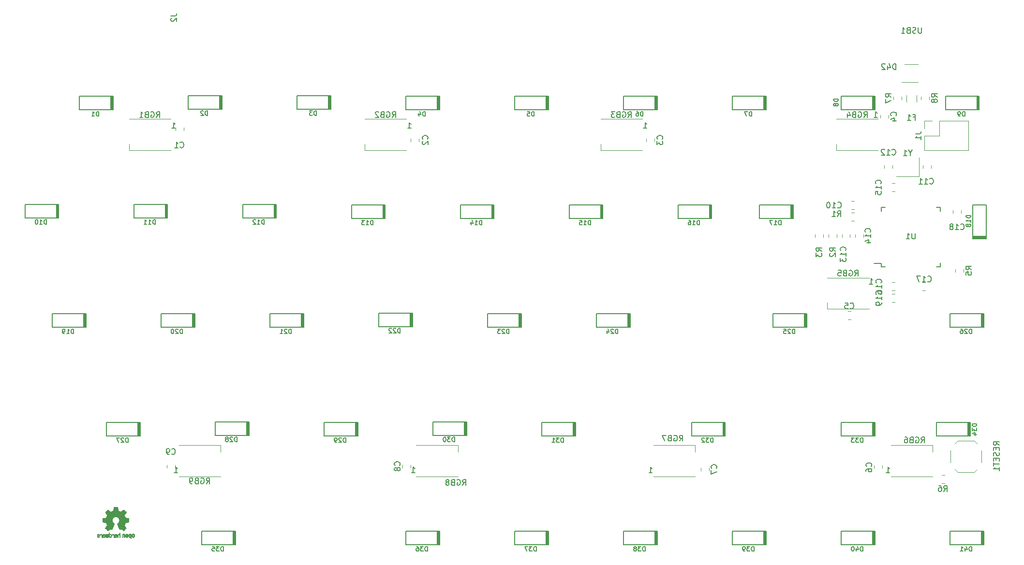
<source format=gbo>
G04 #@! TF.GenerationSoftware,KiCad,Pcbnew,(5.1.5)-3*
G04 #@! TF.CreationDate,2020-09-19T13:04:25+02:00*
G04 #@! TF.ProjectId,split65right,73706c69-7436-4357-9269-6768742e6b69,rev?*
G04 #@! TF.SameCoordinates,Original*
G04 #@! TF.FileFunction,Legend,Bot*
G04 #@! TF.FilePolarity,Positive*
%FSLAX46Y46*%
G04 Gerber Fmt 4.6, Leading zero omitted, Abs format (unit mm)*
G04 Created by KiCad (PCBNEW (5.1.5)-3) date 2020-09-19 13:04:25*
%MOMM*%
%LPD*%
G04 APERTURE LIST*
%ADD10C,0.010000*%
%ADD11C,0.120000*%
%ADD12C,0.200000*%
%ADD13C,0.150000*%
G04 APERTURE END LIST*
D10*
G36*
X225702090Y-118400348D02*
G01*
X225623546Y-118400778D01*
X225566702Y-118401942D01*
X225527895Y-118404207D01*
X225503462Y-118407940D01*
X225489738Y-118413506D01*
X225483060Y-118421273D01*
X225479764Y-118431605D01*
X225479444Y-118432943D01*
X225474438Y-118457079D01*
X225465171Y-118504701D01*
X225452608Y-118570741D01*
X225437713Y-118650128D01*
X225421449Y-118737796D01*
X225420881Y-118740875D01*
X225404590Y-118826789D01*
X225389348Y-118902696D01*
X225376139Y-118964045D01*
X225365946Y-119006282D01*
X225359752Y-119024855D01*
X225359457Y-119025184D01*
X225341212Y-119034253D01*
X225303595Y-119049367D01*
X225254729Y-119067262D01*
X225254457Y-119067358D01*
X225192907Y-119090493D01*
X225120343Y-119119965D01*
X225051943Y-119149597D01*
X225048706Y-119151062D01*
X224937298Y-119201626D01*
X224690601Y-119033160D01*
X224614923Y-118981803D01*
X224546369Y-118935889D01*
X224488912Y-118898030D01*
X224446524Y-118870837D01*
X224423175Y-118856921D01*
X224420958Y-118855889D01*
X224403990Y-118860484D01*
X224372299Y-118882655D01*
X224324648Y-118923447D01*
X224259802Y-118983905D01*
X224193603Y-119048227D01*
X224129786Y-119111612D01*
X224072671Y-119169451D01*
X224025695Y-119218175D01*
X223992297Y-119254210D01*
X223975915Y-119273984D01*
X223975306Y-119275002D01*
X223973495Y-119288572D01*
X223980317Y-119310733D01*
X223997460Y-119344478D01*
X224026607Y-119392800D01*
X224069445Y-119458692D01*
X224126552Y-119543517D01*
X224177234Y-119618177D01*
X224222539Y-119685140D01*
X224259850Y-119740516D01*
X224286548Y-119780420D01*
X224300015Y-119800962D01*
X224300863Y-119802356D01*
X224299219Y-119822038D01*
X224286755Y-119860293D01*
X224265952Y-119909889D01*
X224258538Y-119925728D01*
X224226186Y-119996290D01*
X224191672Y-120076353D01*
X224163635Y-120145629D01*
X224143432Y-120197045D01*
X224127385Y-120236119D01*
X224118112Y-120256541D01*
X224116959Y-120258114D01*
X224099904Y-120260721D01*
X224059702Y-120267863D01*
X224001698Y-120278523D01*
X223931237Y-120291685D01*
X223853665Y-120306333D01*
X223774328Y-120321449D01*
X223698569Y-120336018D01*
X223631736Y-120349022D01*
X223579172Y-120359445D01*
X223546224Y-120366270D01*
X223538143Y-120368199D01*
X223529795Y-120372962D01*
X223523494Y-120383718D01*
X223518955Y-120404098D01*
X223515896Y-120437734D01*
X223514033Y-120488255D01*
X223513082Y-120559292D01*
X223512760Y-120654476D01*
X223512743Y-120693492D01*
X223512743Y-121010799D01*
X223588943Y-121025839D01*
X223631337Y-121033995D01*
X223694600Y-121045899D01*
X223771038Y-121060116D01*
X223852957Y-121075210D01*
X223875600Y-121079355D01*
X223951194Y-121094053D01*
X224017047Y-121108505D01*
X224067634Y-121121375D01*
X224097426Y-121131322D01*
X224102388Y-121134287D01*
X224114574Y-121155283D01*
X224132047Y-121195967D01*
X224151423Y-121248322D01*
X224155266Y-121259600D01*
X224180661Y-121329523D01*
X224212183Y-121408418D01*
X224243031Y-121479266D01*
X224243183Y-121479595D01*
X224294553Y-121590733D01*
X224125601Y-121839253D01*
X223956648Y-122087772D01*
X224173571Y-122305058D01*
X224239181Y-122369726D01*
X224299021Y-122426733D01*
X224349733Y-122473033D01*
X224387954Y-122505584D01*
X224410325Y-122521343D01*
X224413534Y-122522343D01*
X224432374Y-122514469D01*
X224470820Y-122492578D01*
X224524670Y-122459267D01*
X224589724Y-122417131D01*
X224660060Y-122369943D01*
X224731445Y-122321810D01*
X224795092Y-122279928D01*
X224846959Y-122246871D01*
X224883005Y-122225218D01*
X224899133Y-122217543D01*
X224918811Y-122224037D01*
X224956125Y-122241150D01*
X225003379Y-122265326D01*
X225008388Y-122268013D01*
X225072023Y-122299927D01*
X225115659Y-122315579D01*
X225142798Y-122315745D01*
X225156943Y-122301204D01*
X225157025Y-122301000D01*
X225164095Y-122283779D01*
X225180958Y-122242899D01*
X225206305Y-122181525D01*
X225238829Y-122102819D01*
X225277222Y-122009947D01*
X225320178Y-121906072D01*
X225361778Y-121805502D01*
X225407496Y-121694516D01*
X225449474Y-121591703D01*
X225486452Y-121500215D01*
X225517173Y-121423201D01*
X225540378Y-121363815D01*
X225554810Y-121325209D01*
X225559257Y-121310800D01*
X225548104Y-121294272D01*
X225518931Y-121267930D01*
X225480029Y-121238887D01*
X225369243Y-121147039D01*
X225282649Y-121041759D01*
X225221284Y-120925266D01*
X225186185Y-120799776D01*
X225178392Y-120667507D01*
X225184057Y-120606457D01*
X225214922Y-120479795D01*
X225268080Y-120367941D01*
X225340233Y-120272001D01*
X225428083Y-120193076D01*
X225528335Y-120132270D01*
X225637690Y-120090687D01*
X225752853Y-120069428D01*
X225870525Y-120069599D01*
X225987410Y-120092301D01*
X226100211Y-120138638D01*
X226205631Y-120209713D01*
X226249632Y-120249911D01*
X226334021Y-120353129D01*
X226392778Y-120465925D01*
X226426296Y-120585010D01*
X226434965Y-120707095D01*
X226419177Y-120828893D01*
X226379322Y-120947116D01*
X226315793Y-121058475D01*
X226228979Y-121159684D01*
X226131971Y-121238887D01*
X226091563Y-121269162D01*
X226063018Y-121295219D01*
X226052743Y-121310825D01*
X226058123Y-121327843D01*
X226073425Y-121368500D01*
X226097388Y-121429642D01*
X226128756Y-121508119D01*
X226166268Y-121600780D01*
X226208667Y-121704472D01*
X226250337Y-121805526D01*
X226296310Y-121916607D01*
X226338893Y-122019541D01*
X226376779Y-122111165D01*
X226408660Y-122188316D01*
X226433229Y-122247831D01*
X226449180Y-122286544D01*
X226455090Y-122301000D01*
X226469052Y-122315685D01*
X226496060Y-122315642D01*
X226539587Y-122300099D01*
X226603110Y-122268284D01*
X226603612Y-122268013D01*
X226651440Y-122243323D01*
X226690103Y-122225338D01*
X226711905Y-122217614D01*
X226712867Y-122217543D01*
X226729279Y-122225378D01*
X226765513Y-122247165D01*
X226817526Y-122280328D01*
X226881275Y-122322291D01*
X226951940Y-122369943D01*
X227023884Y-122418191D01*
X227088726Y-122460151D01*
X227142265Y-122493227D01*
X227180303Y-122514821D01*
X227198467Y-122522343D01*
X227215192Y-122512457D01*
X227248820Y-122484826D01*
X227295990Y-122442495D01*
X227353342Y-122388505D01*
X227417516Y-122325899D01*
X227438503Y-122304983D01*
X227655501Y-122087623D01*
X227490332Y-121845220D01*
X227440136Y-121770781D01*
X227396081Y-121703972D01*
X227360638Y-121648665D01*
X227336281Y-121608729D01*
X227325478Y-121588036D01*
X227325162Y-121586563D01*
X227330857Y-121567058D01*
X227346174Y-121527822D01*
X227368463Y-121475430D01*
X227384107Y-121440355D01*
X227413359Y-121373201D01*
X227440906Y-121305358D01*
X227462263Y-121248034D01*
X227468065Y-121230572D01*
X227484548Y-121183938D01*
X227500660Y-121147905D01*
X227509510Y-121134287D01*
X227529040Y-121125952D01*
X227571666Y-121114137D01*
X227631855Y-121100181D01*
X227704078Y-121085422D01*
X227736400Y-121079355D01*
X227818478Y-121064273D01*
X227897205Y-121049669D01*
X227964891Y-121036980D01*
X228013840Y-121027642D01*
X228023057Y-121025839D01*
X228099257Y-121010799D01*
X228099257Y-120693492D01*
X228099086Y-120589154D01*
X228098384Y-120510213D01*
X228096866Y-120453038D01*
X228094251Y-120413999D01*
X228090254Y-120389465D01*
X228084591Y-120375805D01*
X228076980Y-120369389D01*
X228073857Y-120368199D01*
X228055022Y-120363980D01*
X228013412Y-120355562D01*
X227954370Y-120343961D01*
X227883243Y-120330195D01*
X227805375Y-120315280D01*
X227726113Y-120300232D01*
X227650802Y-120286069D01*
X227584787Y-120273806D01*
X227533413Y-120264461D01*
X227502025Y-120259050D01*
X227495041Y-120258114D01*
X227488715Y-120245596D01*
X227474710Y-120212246D01*
X227455645Y-120164377D01*
X227448366Y-120145629D01*
X227419004Y-120073195D01*
X227384429Y-119993170D01*
X227353463Y-119925728D01*
X227330677Y-119874159D01*
X227315518Y-119831785D01*
X227310458Y-119805834D01*
X227311264Y-119802356D01*
X227321959Y-119785936D01*
X227346380Y-119749417D01*
X227381905Y-119696687D01*
X227425913Y-119631635D01*
X227475783Y-119558151D01*
X227485644Y-119543645D01*
X227543508Y-119457704D01*
X227586044Y-119392261D01*
X227614946Y-119344304D01*
X227631910Y-119310820D01*
X227638633Y-119288795D01*
X227636810Y-119275217D01*
X227636764Y-119275131D01*
X227622414Y-119257297D01*
X227590677Y-119222817D01*
X227544990Y-119175268D01*
X227488796Y-119118222D01*
X227425532Y-119055255D01*
X227418398Y-119048227D01*
X227338670Y-118971020D01*
X227277143Y-118914330D01*
X227232579Y-118877110D01*
X227203743Y-118858315D01*
X227191042Y-118855889D01*
X227172506Y-118866471D01*
X227134039Y-118890916D01*
X227079614Y-118926612D01*
X227013202Y-118970947D01*
X226938775Y-119021311D01*
X226921399Y-119033160D01*
X226674703Y-119201626D01*
X226563294Y-119151062D01*
X226495543Y-119121595D01*
X226422817Y-119091959D01*
X226360297Y-119068330D01*
X226357543Y-119067358D01*
X226308640Y-119049457D01*
X226270943Y-119034320D01*
X226252575Y-119025210D01*
X226252544Y-119025184D01*
X226246715Y-119008717D01*
X226236808Y-118968219D01*
X226223805Y-118908242D01*
X226208691Y-118833340D01*
X226192448Y-118748064D01*
X226191119Y-118740875D01*
X226174825Y-118653014D01*
X226159867Y-118573260D01*
X226147209Y-118506681D01*
X226137814Y-118458347D01*
X226132646Y-118433325D01*
X226132556Y-118432943D01*
X226129411Y-118422299D01*
X226123296Y-118414262D01*
X226110547Y-118408467D01*
X226087500Y-118404547D01*
X226050491Y-118402135D01*
X225995856Y-118400865D01*
X225919933Y-118400371D01*
X225819056Y-118400286D01*
X225806000Y-118400286D01*
X225702090Y-118400348D01*
G37*
X225702090Y-118400348D02*
X225623546Y-118400778D01*
X225566702Y-118401942D01*
X225527895Y-118404207D01*
X225503462Y-118407940D01*
X225489738Y-118413506D01*
X225483060Y-118421273D01*
X225479764Y-118431605D01*
X225479444Y-118432943D01*
X225474438Y-118457079D01*
X225465171Y-118504701D01*
X225452608Y-118570741D01*
X225437713Y-118650128D01*
X225421449Y-118737796D01*
X225420881Y-118740875D01*
X225404590Y-118826789D01*
X225389348Y-118902696D01*
X225376139Y-118964045D01*
X225365946Y-119006282D01*
X225359752Y-119024855D01*
X225359457Y-119025184D01*
X225341212Y-119034253D01*
X225303595Y-119049367D01*
X225254729Y-119067262D01*
X225254457Y-119067358D01*
X225192907Y-119090493D01*
X225120343Y-119119965D01*
X225051943Y-119149597D01*
X225048706Y-119151062D01*
X224937298Y-119201626D01*
X224690601Y-119033160D01*
X224614923Y-118981803D01*
X224546369Y-118935889D01*
X224488912Y-118898030D01*
X224446524Y-118870837D01*
X224423175Y-118856921D01*
X224420958Y-118855889D01*
X224403990Y-118860484D01*
X224372299Y-118882655D01*
X224324648Y-118923447D01*
X224259802Y-118983905D01*
X224193603Y-119048227D01*
X224129786Y-119111612D01*
X224072671Y-119169451D01*
X224025695Y-119218175D01*
X223992297Y-119254210D01*
X223975915Y-119273984D01*
X223975306Y-119275002D01*
X223973495Y-119288572D01*
X223980317Y-119310733D01*
X223997460Y-119344478D01*
X224026607Y-119392800D01*
X224069445Y-119458692D01*
X224126552Y-119543517D01*
X224177234Y-119618177D01*
X224222539Y-119685140D01*
X224259850Y-119740516D01*
X224286548Y-119780420D01*
X224300015Y-119800962D01*
X224300863Y-119802356D01*
X224299219Y-119822038D01*
X224286755Y-119860293D01*
X224265952Y-119909889D01*
X224258538Y-119925728D01*
X224226186Y-119996290D01*
X224191672Y-120076353D01*
X224163635Y-120145629D01*
X224143432Y-120197045D01*
X224127385Y-120236119D01*
X224118112Y-120256541D01*
X224116959Y-120258114D01*
X224099904Y-120260721D01*
X224059702Y-120267863D01*
X224001698Y-120278523D01*
X223931237Y-120291685D01*
X223853665Y-120306333D01*
X223774328Y-120321449D01*
X223698569Y-120336018D01*
X223631736Y-120349022D01*
X223579172Y-120359445D01*
X223546224Y-120366270D01*
X223538143Y-120368199D01*
X223529795Y-120372962D01*
X223523494Y-120383718D01*
X223518955Y-120404098D01*
X223515896Y-120437734D01*
X223514033Y-120488255D01*
X223513082Y-120559292D01*
X223512760Y-120654476D01*
X223512743Y-120693492D01*
X223512743Y-121010799D01*
X223588943Y-121025839D01*
X223631337Y-121033995D01*
X223694600Y-121045899D01*
X223771038Y-121060116D01*
X223852957Y-121075210D01*
X223875600Y-121079355D01*
X223951194Y-121094053D01*
X224017047Y-121108505D01*
X224067634Y-121121375D01*
X224097426Y-121131322D01*
X224102388Y-121134287D01*
X224114574Y-121155283D01*
X224132047Y-121195967D01*
X224151423Y-121248322D01*
X224155266Y-121259600D01*
X224180661Y-121329523D01*
X224212183Y-121408418D01*
X224243031Y-121479266D01*
X224243183Y-121479595D01*
X224294553Y-121590733D01*
X224125601Y-121839253D01*
X223956648Y-122087772D01*
X224173571Y-122305058D01*
X224239181Y-122369726D01*
X224299021Y-122426733D01*
X224349733Y-122473033D01*
X224387954Y-122505584D01*
X224410325Y-122521343D01*
X224413534Y-122522343D01*
X224432374Y-122514469D01*
X224470820Y-122492578D01*
X224524670Y-122459267D01*
X224589724Y-122417131D01*
X224660060Y-122369943D01*
X224731445Y-122321810D01*
X224795092Y-122279928D01*
X224846959Y-122246871D01*
X224883005Y-122225218D01*
X224899133Y-122217543D01*
X224918811Y-122224037D01*
X224956125Y-122241150D01*
X225003379Y-122265326D01*
X225008388Y-122268013D01*
X225072023Y-122299927D01*
X225115659Y-122315579D01*
X225142798Y-122315745D01*
X225156943Y-122301204D01*
X225157025Y-122301000D01*
X225164095Y-122283779D01*
X225180958Y-122242899D01*
X225206305Y-122181525D01*
X225238829Y-122102819D01*
X225277222Y-122009947D01*
X225320178Y-121906072D01*
X225361778Y-121805502D01*
X225407496Y-121694516D01*
X225449474Y-121591703D01*
X225486452Y-121500215D01*
X225517173Y-121423201D01*
X225540378Y-121363815D01*
X225554810Y-121325209D01*
X225559257Y-121310800D01*
X225548104Y-121294272D01*
X225518931Y-121267930D01*
X225480029Y-121238887D01*
X225369243Y-121147039D01*
X225282649Y-121041759D01*
X225221284Y-120925266D01*
X225186185Y-120799776D01*
X225178392Y-120667507D01*
X225184057Y-120606457D01*
X225214922Y-120479795D01*
X225268080Y-120367941D01*
X225340233Y-120272001D01*
X225428083Y-120193076D01*
X225528335Y-120132270D01*
X225637690Y-120090687D01*
X225752853Y-120069428D01*
X225870525Y-120069599D01*
X225987410Y-120092301D01*
X226100211Y-120138638D01*
X226205631Y-120209713D01*
X226249632Y-120249911D01*
X226334021Y-120353129D01*
X226392778Y-120465925D01*
X226426296Y-120585010D01*
X226434965Y-120707095D01*
X226419177Y-120828893D01*
X226379322Y-120947116D01*
X226315793Y-121058475D01*
X226228979Y-121159684D01*
X226131971Y-121238887D01*
X226091563Y-121269162D01*
X226063018Y-121295219D01*
X226052743Y-121310825D01*
X226058123Y-121327843D01*
X226073425Y-121368500D01*
X226097388Y-121429642D01*
X226128756Y-121508119D01*
X226166268Y-121600780D01*
X226208667Y-121704472D01*
X226250337Y-121805526D01*
X226296310Y-121916607D01*
X226338893Y-122019541D01*
X226376779Y-122111165D01*
X226408660Y-122188316D01*
X226433229Y-122247831D01*
X226449180Y-122286544D01*
X226455090Y-122301000D01*
X226469052Y-122315685D01*
X226496060Y-122315642D01*
X226539587Y-122300099D01*
X226603110Y-122268284D01*
X226603612Y-122268013D01*
X226651440Y-122243323D01*
X226690103Y-122225338D01*
X226711905Y-122217614D01*
X226712867Y-122217543D01*
X226729279Y-122225378D01*
X226765513Y-122247165D01*
X226817526Y-122280328D01*
X226881275Y-122322291D01*
X226951940Y-122369943D01*
X227023884Y-122418191D01*
X227088726Y-122460151D01*
X227142265Y-122493227D01*
X227180303Y-122514821D01*
X227198467Y-122522343D01*
X227215192Y-122512457D01*
X227248820Y-122484826D01*
X227295990Y-122442495D01*
X227353342Y-122388505D01*
X227417516Y-122325899D01*
X227438503Y-122304983D01*
X227655501Y-122087623D01*
X227490332Y-121845220D01*
X227440136Y-121770781D01*
X227396081Y-121703972D01*
X227360638Y-121648665D01*
X227336281Y-121608729D01*
X227325478Y-121588036D01*
X227325162Y-121586563D01*
X227330857Y-121567058D01*
X227346174Y-121527822D01*
X227368463Y-121475430D01*
X227384107Y-121440355D01*
X227413359Y-121373201D01*
X227440906Y-121305358D01*
X227462263Y-121248034D01*
X227468065Y-121230572D01*
X227484548Y-121183938D01*
X227500660Y-121147905D01*
X227509510Y-121134287D01*
X227529040Y-121125952D01*
X227571666Y-121114137D01*
X227631855Y-121100181D01*
X227704078Y-121085422D01*
X227736400Y-121079355D01*
X227818478Y-121064273D01*
X227897205Y-121049669D01*
X227964891Y-121036980D01*
X228013840Y-121027642D01*
X228023057Y-121025839D01*
X228099257Y-121010799D01*
X228099257Y-120693492D01*
X228099086Y-120589154D01*
X228098384Y-120510213D01*
X228096866Y-120453038D01*
X228094251Y-120413999D01*
X228090254Y-120389465D01*
X228084591Y-120375805D01*
X228076980Y-120369389D01*
X228073857Y-120368199D01*
X228055022Y-120363980D01*
X228013412Y-120355562D01*
X227954370Y-120343961D01*
X227883243Y-120330195D01*
X227805375Y-120315280D01*
X227726113Y-120300232D01*
X227650802Y-120286069D01*
X227584787Y-120273806D01*
X227533413Y-120264461D01*
X227502025Y-120259050D01*
X227495041Y-120258114D01*
X227488715Y-120245596D01*
X227474710Y-120212246D01*
X227455645Y-120164377D01*
X227448366Y-120145629D01*
X227419004Y-120073195D01*
X227384429Y-119993170D01*
X227353463Y-119925728D01*
X227330677Y-119874159D01*
X227315518Y-119831785D01*
X227310458Y-119805834D01*
X227311264Y-119802356D01*
X227321959Y-119785936D01*
X227346380Y-119749417D01*
X227381905Y-119696687D01*
X227425913Y-119631635D01*
X227475783Y-119558151D01*
X227485644Y-119543645D01*
X227543508Y-119457704D01*
X227586044Y-119392261D01*
X227614946Y-119344304D01*
X227631910Y-119310820D01*
X227638633Y-119288795D01*
X227636810Y-119275217D01*
X227636764Y-119275131D01*
X227622414Y-119257297D01*
X227590677Y-119222817D01*
X227544990Y-119175268D01*
X227488796Y-119118222D01*
X227425532Y-119055255D01*
X227418398Y-119048227D01*
X227338670Y-118971020D01*
X227277143Y-118914330D01*
X227232579Y-118877110D01*
X227203743Y-118858315D01*
X227191042Y-118855889D01*
X227172506Y-118866471D01*
X227134039Y-118890916D01*
X227079614Y-118926612D01*
X227013202Y-118970947D01*
X226938775Y-119021311D01*
X226921399Y-119033160D01*
X226674703Y-119201626D01*
X226563294Y-119151062D01*
X226495543Y-119121595D01*
X226422817Y-119091959D01*
X226360297Y-119068330D01*
X226357543Y-119067358D01*
X226308640Y-119049457D01*
X226270943Y-119034320D01*
X226252575Y-119025210D01*
X226252544Y-119025184D01*
X226246715Y-119008717D01*
X226236808Y-118968219D01*
X226223805Y-118908242D01*
X226208691Y-118833340D01*
X226192448Y-118748064D01*
X226191119Y-118740875D01*
X226174825Y-118653014D01*
X226159867Y-118573260D01*
X226147209Y-118506681D01*
X226137814Y-118458347D01*
X226132646Y-118433325D01*
X226132556Y-118432943D01*
X226129411Y-118422299D01*
X226123296Y-118414262D01*
X226110547Y-118408467D01*
X226087500Y-118404547D01*
X226050491Y-118402135D01*
X225995856Y-118400865D01*
X225919933Y-118400371D01*
X225819056Y-118400286D01*
X225806000Y-118400286D01*
X225702090Y-118400348D01*
G36*
X222652405Y-123124966D02*
G01*
X222594979Y-123162497D01*
X222567281Y-123196096D01*
X222545338Y-123257064D01*
X222543595Y-123305308D01*
X222547543Y-123369816D01*
X222696314Y-123434934D01*
X222768651Y-123468202D01*
X222815916Y-123494964D01*
X222840493Y-123518144D01*
X222844763Y-123540667D01*
X222831111Y-123565455D01*
X222816057Y-123581886D01*
X222772254Y-123608235D01*
X222724611Y-123610081D01*
X222680855Y-123589546D01*
X222648711Y-123548752D01*
X222642962Y-123534347D01*
X222615424Y-123489356D01*
X222583742Y-123470182D01*
X222540286Y-123453779D01*
X222540286Y-123515966D01*
X222544128Y-123558283D01*
X222559177Y-123593969D01*
X222590720Y-123634943D01*
X222595408Y-123640267D01*
X222630494Y-123676720D01*
X222660653Y-123696283D01*
X222698385Y-123705283D01*
X222729665Y-123708230D01*
X222785615Y-123708965D01*
X222825445Y-123699660D01*
X222850292Y-123685846D01*
X222889344Y-123655467D01*
X222916375Y-123622613D01*
X222933483Y-123581294D01*
X222942762Y-123525521D01*
X222946307Y-123449305D01*
X222946590Y-123410622D01*
X222945628Y-123364247D01*
X222857993Y-123364247D01*
X222856977Y-123389126D01*
X222854444Y-123393200D01*
X222837726Y-123387665D01*
X222801751Y-123373017D01*
X222753669Y-123352190D01*
X222743614Y-123347714D01*
X222682848Y-123316814D01*
X222649368Y-123289657D01*
X222642010Y-123264220D01*
X222659609Y-123238481D01*
X222674144Y-123227109D01*
X222726590Y-123204364D01*
X222775678Y-123208122D01*
X222816773Y-123235884D01*
X222845242Y-123285152D01*
X222854369Y-123324257D01*
X222857993Y-123364247D01*
X222945628Y-123364247D01*
X222944715Y-123320249D01*
X222937804Y-123253384D01*
X222924116Y-123204695D01*
X222901904Y-123168849D01*
X222869426Y-123140513D01*
X222855267Y-123131355D01*
X222790947Y-123107507D01*
X222720527Y-123106006D01*
X222652405Y-123124966D01*
G37*
X222652405Y-123124966D02*
X222594979Y-123162497D01*
X222567281Y-123196096D01*
X222545338Y-123257064D01*
X222543595Y-123305308D01*
X222547543Y-123369816D01*
X222696314Y-123434934D01*
X222768651Y-123468202D01*
X222815916Y-123494964D01*
X222840493Y-123518144D01*
X222844763Y-123540667D01*
X222831111Y-123565455D01*
X222816057Y-123581886D01*
X222772254Y-123608235D01*
X222724611Y-123610081D01*
X222680855Y-123589546D01*
X222648711Y-123548752D01*
X222642962Y-123534347D01*
X222615424Y-123489356D01*
X222583742Y-123470182D01*
X222540286Y-123453779D01*
X222540286Y-123515966D01*
X222544128Y-123558283D01*
X222559177Y-123593969D01*
X222590720Y-123634943D01*
X222595408Y-123640267D01*
X222630494Y-123676720D01*
X222660653Y-123696283D01*
X222698385Y-123705283D01*
X222729665Y-123708230D01*
X222785615Y-123708965D01*
X222825445Y-123699660D01*
X222850292Y-123685846D01*
X222889344Y-123655467D01*
X222916375Y-123622613D01*
X222933483Y-123581294D01*
X222942762Y-123525521D01*
X222946307Y-123449305D01*
X222946590Y-123410622D01*
X222945628Y-123364247D01*
X222857993Y-123364247D01*
X222856977Y-123389126D01*
X222854444Y-123393200D01*
X222837726Y-123387665D01*
X222801751Y-123373017D01*
X222753669Y-123352190D01*
X222743614Y-123347714D01*
X222682848Y-123316814D01*
X222649368Y-123289657D01*
X222642010Y-123264220D01*
X222659609Y-123238481D01*
X222674144Y-123227109D01*
X222726590Y-123204364D01*
X222775678Y-123208122D01*
X222816773Y-123235884D01*
X222845242Y-123285152D01*
X222854369Y-123324257D01*
X222857993Y-123364247D01*
X222945628Y-123364247D01*
X222944715Y-123320249D01*
X222937804Y-123253384D01*
X222924116Y-123204695D01*
X222901904Y-123168849D01*
X222869426Y-123140513D01*
X222855267Y-123131355D01*
X222790947Y-123107507D01*
X222720527Y-123106006D01*
X222652405Y-123124966D01*
G36*
X223153400Y-123116752D02*
G01*
X223136052Y-123124334D01*
X223094644Y-123157128D01*
X223059235Y-123204547D01*
X223037336Y-123255151D01*
X223033771Y-123280098D01*
X223045721Y-123314927D01*
X223071933Y-123333357D01*
X223100036Y-123344516D01*
X223112905Y-123346572D01*
X223119171Y-123331649D01*
X223131544Y-123299175D01*
X223136972Y-123284502D01*
X223167410Y-123233744D01*
X223211480Y-123208427D01*
X223267990Y-123209206D01*
X223272175Y-123210203D01*
X223302345Y-123224507D01*
X223324524Y-123252393D01*
X223339673Y-123297287D01*
X223348750Y-123362615D01*
X223352714Y-123451804D01*
X223353086Y-123499261D01*
X223353270Y-123574071D01*
X223354478Y-123625069D01*
X223357691Y-123657471D01*
X223363891Y-123676495D01*
X223374060Y-123687356D01*
X223389181Y-123695272D01*
X223390054Y-123695670D01*
X223419172Y-123707981D01*
X223433597Y-123712514D01*
X223435814Y-123698809D01*
X223437711Y-123660925D01*
X223439153Y-123603715D01*
X223440002Y-123532027D01*
X223440171Y-123479565D01*
X223439308Y-123378047D01*
X223435930Y-123301032D01*
X223428858Y-123244023D01*
X223416912Y-123202526D01*
X223398910Y-123172043D01*
X223373673Y-123148080D01*
X223348753Y-123131355D01*
X223288829Y-123109097D01*
X223219089Y-123104076D01*
X223153400Y-123116752D01*
G37*
X223153400Y-123116752D02*
X223136052Y-123124334D01*
X223094644Y-123157128D01*
X223059235Y-123204547D01*
X223037336Y-123255151D01*
X223033771Y-123280098D01*
X223045721Y-123314927D01*
X223071933Y-123333357D01*
X223100036Y-123344516D01*
X223112905Y-123346572D01*
X223119171Y-123331649D01*
X223131544Y-123299175D01*
X223136972Y-123284502D01*
X223167410Y-123233744D01*
X223211480Y-123208427D01*
X223267990Y-123209206D01*
X223272175Y-123210203D01*
X223302345Y-123224507D01*
X223324524Y-123252393D01*
X223339673Y-123297287D01*
X223348750Y-123362615D01*
X223352714Y-123451804D01*
X223353086Y-123499261D01*
X223353270Y-123574071D01*
X223354478Y-123625069D01*
X223357691Y-123657471D01*
X223363891Y-123676495D01*
X223374060Y-123687356D01*
X223389181Y-123695272D01*
X223390054Y-123695670D01*
X223419172Y-123707981D01*
X223433597Y-123712514D01*
X223435814Y-123698809D01*
X223437711Y-123660925D01*
X223439153Y-123603715D01*
X223440002Y-123532027D01*
X223440171Y-123479565D01*
X223439308Y-123378047D01*
X223435930Y-123301032D01*
X223428858Y-123244023D01*
X223416912Y-123202526D01*
X223398910Y-123172043D01*
X223373673Y-123148080D01*
X223348753Y-123131355D01*
X223288829Y-123109097D01*
X223219089Y-123104076D01*
X223153400Y-123116752D01*
G36*
X223661124Y-123114335D02*
G01*
X223619333Y-123133344D01*
X223586531Y-123156378D01*
X223562497Y-123182133D01*
X223545903Y-123215358D01*
X223535423Y-123260800D01*
X223529729Y-123323207D01*
X223527493Y-123407327D01*
X223527257Y-123462721D01*
X223527257Y-123678826D01*
X223564226Y-123695670D01*
X223593344Y-123707981D01*
X223607769Y-123712514D01*
X223610528Y-123699025D01*
X223612718Y-123662653D01*
X223614058Y-123609542D01*
X223614343Y-123567372D01*
X223615566Y-123506447D01*
X223618864Y-123458115D01*
X223623679Y-123428518D01*
X223627504Y-123422229D01*
X223653217Y-123428652D01*
X223693582Y-123445125D01*
X223740321Y-123467458D01*
X223785155Y-123491457D01*
X223819807Y-123512930D01*
X223835998Y-123527685D01*
X223836062Y-123527845D01*
X223834670Y-123555152D01*
X223822182Y-123581219D01*
X223800257Y-123602392D01*
X223768257Y-123609474D01*
X223740908Y-123608649D01*
X223702174Y-123608042D01*
X223681842Y-123617116D01*
X223669631Y-123641092D01*
X223668091Y-123645613D01*
X223662797Y-123679806D01*
X223676953Y-123700568D01*
X223713852Y-123710462D01*
X223753711Y-123712292D01*
X223825438Y-123698727D01*
X223862568Y-123679355D01*
X223908424Y-123633845D01*
X223932744Y-123577983D01*
X223934927Y-123518957D01*
X223914371Y-123463953D01*
X223883451Y-123429486D01*
X223852580Y-123410189D01*
X223804058Y-123385759D01*
X223747515Y-123360985D01*
X223738090Y-123357199D01*
X223675981Y-123329791D01*
X223640178Y-123305634D01*
X223628663Y-123281619D01*
X223639420Y-123254635D01*
X223657886Y-123233543D01*
X223701531Y-123207572D01*
X223749554Y-123205624D01*
X223793594Y-123225637D01*
X223825291Y-123265551D01*
X223829451Y-123275848D01*
X223853673Y-123313724D01*
X223889035Y-123341842D01*
X223933657Y-123364917D01*
X223933657Y-123299485D01*
X223931031Y-123259506D01*
X223919770Y-123227997D01*
X223894801Y-123194378D01*
X223870831Y-123168484D01*
X223833559Y-123131817D01*
X223804599Y-123112121D01*
X223773495Y-123104220D01*
X223738287Y-123102914D01*
X223661124Y-123114335D01*
G37*
X223661124Y-123114335D02*
X223619333Y-123133344D01*
X223586531Y-123156378D01*
X223562497Y-123182133D01*
X223545903Y-123215358D01*
X223535423Y-123260800D01*
X223529729Y-123323207D01*
X223527493Y-123407327D01*
X223527257Y-123462721D01*
X223527257Y-123678826D01*
X223564226Y-123695670D01*
X223593344Y-123707981D01*
X223607769Y-123712514D01*
X223610528Y-123699025D01*
X223612718Y-123662653D01*
X223614058Y-123609542D01*
X223614343Y-123567372D01*
X223615566Y-123506447D01*
X223618864Y-123458115D01*
X223623679Y-123428518D01*
X223627504Y-123422229D01*
X223653217Y-123428652D01*
X223693582Y-123445125D01*
X223740321Y-123467458D01*
X223785155Y-123491457D01*
X223819807Y-123512930D01*
X223835998Y-123527685D01*
X223836062Y-123527845D01*
X223834670Y-123555152D01*
X223822182Y-123581219D01*
X223800257Y-123602392D01*
X223768257Y-123609474D01*
X223740908Y-123608649D01*
X223702174Y-123608042D01*
X223681842Y-123617116D01*
X223669631Y-123641092D01*
X223668091Y-123645613D01*
X223662797Y-123679806D01*
X223676953Y-123700568D01*
X223713852Y-123710462D01*
X223753711Y-123712292D01*
X223825438Y-123698727D01*
X223862568Y-123679355D01*
X223908424Y-123633845D01*
X223932744Y-123577983D01*
X223934927Y-123518957D01*
X223914371Y-123463953D01*
X223883451Y-123429486D01*
X223852580Y-123410189D01*
X223804058Y-123385759D01*
X223747515Y-123360985D01*
X223738090Y-123357199D01*
X223675981Y-123329791D01*
X223640178Y-123305634D01*
X223628663Y-123281619D01*
X223639420Y-123254635D01*
X223657886Y-123233543D01*
X223701531Y-123207572D01*
X223749554Y-123205624D01*
X223793594Y-123225637D01*
X223825291Y-123265551D01*
X223829451Y-123275848D01*
X223853673Y-123313724D01*
X223889035Y-123341842D01*
X223933657Y-123364917D01*
X223933657Y-123299485D01*
X223931031Y-123259506D01*
X223919770Y-123227997D01*
X223894801Y-123194378D01*
X223870831Y-123168484D01*
X223833559Y-123131817D01*
X223804599Y-123112121D01*
X223773495Y-123104220D01*
X223738287Y-123102914D01*
X223661124Y-123114335D01*
G36*
X224026167Y-123116663D02*
G01*
X224023952Y-123154850D01*
X224022216Y-123212886D01*
X224021101Y-123286180D01*
X224020743Y-123363055D01*
X224020743Y-123623196D01*
X224066674Y-123669127D01*
X224098325Y-123697429D01*
X224126110Y-123708893D01*
X224164085Y-123708168D01*
X224179160Y-123706321D01*
X224226274Y-123700948D01*
X224265244Y-123697869D01*
X224274743Y-123697585D01*
X224306767Y-123699445D01*
X224352568Y-123704114D01*
X224370326Y-123706321D01*
X224413943Y-123709735D01*
X224443255Y-123702320D01*
X224472320Y-123679427D01*
X224482812Y-123669127D01*
X224528743Y-123623196D01*
X224528743Y-123136602D01*
X224491774Y-123119758D01*
X224459941Y-123107282D01*
X224441317Y-123102914D01*
X224436542Y-123116718D01*
X224432079Y-123155286D01*
X224428225Y-123214356D01*
X224425278Y-123289663D01*
X224423857Y-123353286D01*
X224419886Y-123603657D01*
X224385241Y-123608556D01*
X224353732Y-123605131D01*
X224338292Y-123594041D01*
X224333977Y-123573308D01*
X224330292Y-123529145D01*
X224327531Y-123467146D01*
X224325988Y-123392909D01*
X224325765Y-123354706D01*
X224325543Y-123134783D01*
X224279834Y-123118849D01*
X224247482Y-123108015D01*
X224229885Y-123102962D01*
X224229377Y-123102914D01*
X224227612Y-123116648D01*
X224225671Y-123154730D01*
X224223718Y-123212482D01*
X224221916Y-123285227D01*
X224220657Y-123353286D01*
X224216686Y-123603657D01*
X224129600Y-123603657D01*
X224125604Y-123375240D01*
X224121608Y-123146822D01*
X224079153Y-123124868D01*
X224047808Y-123109793D01*
X224029256Y-123102951D01*
X224028721Y-123102914D01*
X224026167Y-123116663D01*
G37*
X224026167Y-123116663D02*
X224023952Y-123154850D01*
X224022216Y-123212886D01*
X224021101Y-123286180D01*
X224020743Y-123363055D01*
X224020743Y-123623196D01*
X224066674Y-123669127D01*
X224098325Y-123697429D01*
X224126110Y-123708893D01*
X224164085Y-123708168D01*
X224179160Y-123706321D01*
X224226274Y-123700948D01*
X224265244Y-123697869D01*
X224274743Y-123697585D01*
X224306767Y-123699445D01*
X224352568Y-123704114D01*
X224370326Y-123706321D01*
X224413943Y-123709735D01*
X224443255Y-123702320D01*
X224472320Y-123679427D01*
X224482812Y-123669127D01*
X224528743Y-123623196D01*
X224528743Y-123136602D01*
X224491774Y-123119758D01*
X224459941Y-123107282D01*
X224441317Y-123102914D01*
X224436542Y-123116718D01*
X224432079Y-123155286D01*
X224428225Y-123214356D01*
X224425278Y-123289663D01*
X224423857Y-123353286D01*
X224419886Y-123603657D01*
X224385241Y-123608556D01*
X224353732Y-123605131D01*
X224338292Y-123594041D01*
X224333977Y-123573308D01*
X224330292Y-123529145D01*
X224327531Y-123467146D01*
X224325988Y-123392909D01*
X224325765Y-123354706D01*
X224325543Y-123134783D01*
X224279834Y-123118849D01*
X224247482Y-123108015D01*
X224229885Y-123102962D01*
X224229377Y-123102914D01*
X224227612Y-123116648D01*
X224225671Y-123154730D01*
X224223718Y-123212482D01*
X224221916Y-123285227D01*
X224220657Y-123353286D01*
X224216686Y-123603657D01*
X224129600Y-123603657D01*
X224125604Y-123375240D01*
X224121608Y-123146822D01*
X224079153Y-123124868D01*
X224047808Y-123109793D01*
X224029256Y-123102951D01*
X224028721Y-123102914D01*
X224026167Y-123116663D01*
G36*
X224615883Y-123223358D02*
G01*
X224616067Y-123331837D01*
X224616781Y-123415287D01*
X224618325Y-123477704D01*
X224620999Y-123523085D01*
X224625106Y-123555429D01*
X224630945Y-123578733D01*
X224638818Y-123596995D01*
X224644779Y-123607418D01*
X224694145Y-123663945D01*
X224756736Y-123699377D01*
X224825987Y-123712090D01*
X224895332Y-123700463D01*
X224936625Y-123679568D01*
X224979975Y-123643422D01*
X225009519Y-123599276D01*
X225027345Y-123541462D01*
X225035537Y-123464313D01*
X225036698Y-123407714D01*
X225036542Y-123403647D01*
X224935143Y-123403647D01*
X224934524Y-123468550D01*
X224931686Y-123511514D01*
X224925160Y-123539622D01*
X224913477Y-123559953D01*
X224899517Y-123575288D01*
X224852635Y-123604890D01*
X224802299Y-123607419D01*
X224754724Y-123582705D01*
X224751021Y-123579356D01*
X224735217Y-123561935D01*
X224725307Y-123541209D01*
X224719942Y-123510362D01*
X224717772Y-123462577D01*
X224717429Y-123409748D01*
X224718173Y-123343381D01*
X224721252Y-123299106D01*
X224727939Y-123270009D01*
X224739504Y-123249173D01*
X224748987Y-123238107D01*
X224793040Y-123210198D01*
X224843776Y-123206843D01*
X224892204Y-123228159D01*
X224901550Y-123236073D01*
X224917460Y-123253647D01*
X224927390Y-123274587D01*
X224932722Y-123305782D01*
X224934837Y-123354122D01*
X224935143Y-123403647D01*
X225036542Y-123403647D01*
X225033190Y-123316568D01*
X225021274Y-123248086D01*
X224998865Y-123196600D01*
X224963876Y-123156443D01*
X224936625Y-123135861D01*
X224887093Y-123113625D01*
X224829684Y-123103304D01*
X224776318Y-123106067D01*
X224746457Y-123117212D01*
X224734739Y-123120383D01*
X224726963Y-123108557D01*
X224721535Y-123076866D01*
X224717429Y-123028593D01*
X224712933Y-122974829D01*
X224706687Y-122942482D01*
X224695324Y-122923985D01*
X224675472Y-122911770D01*
X224663000Y-122906362D01*
X224615829Y-122886601D01*
X224615883Y-123223358D01*
G37*
X224615883Y-123223358D02*
X224616067Y-123331837D01*
X224616781Y-123415287D01*
X224618325Y-123477704D01*
X224620999Y-123523085D01*
X224625106Y-123555429D01*
X224630945Y-123578733D01*
X224638818Y-123596995D01*
X224644779Y-123607418D01*
X224694145Y-123663945D01*
X224756736Y-123699377D01*
X224825987Y-123712090D01*
X224895332Y-123700463D01*
X224936625Y-123679568D01*
X224979975Y-123643422D01*
X225009519Y-123599276D01*
X225027345Y-123541462D01*
X225035537Y-123464313D01*
X225036698Y-123407714D01*
X225036542Y-123403647D01*
X224935143Y-123403647D01*
X224934524Y-123468550D01*
X224931686Y-123511514D01*
X224925160Y-123539622D01*
X224913477Y-123559953D01*
X224899517Y-123575288D01*
X224852635Y-123604890D01*
X224802299Y-123607419D01*
X224754724Y-123582705D01*
X224751021Y-123579356D01*
X224735217Y-123561935D01*
X224725307Y-123541209D01*
X224719942Y-123510362D01*
X224717772Y-123462577D01*
X224717429Y-123409748D01*
X224718173Y-123343381D01*
X224721252Y-123299106D01*
X224727939Y-123270009D01*
X224739504Y-123249173D01*
X224748987Y-123238107D01*
X224793040Y-123210198D01*
X224843776Y-123206843D01*
X224892204Y-123228159D01*
X224901550Y-123236073D01*
X224917460Y-123253647D01*
X224927390Y-123274587D01*
X224932722Y-123305782D01*
X224934837Y-123354122D01*
X224935143Y-123403647D01*
X225036542Y-123403647D01*
X225033190Y-123316568D01*
X225021274Y-123248086D01*
X224998865Y-123196600D01*
X224963876Y-123156443D01*
X224936625Y-123135861D01*
X224887093Y-123113625D01*
X224829684Y-123103304D01*
X224776318Y-123106067D01*
X224746457Y-123117212D01*
X224734739Y-123120383D01*
X224726963Y-123108557D01*
X224721535Y-123076866D01*
X224717429Y-123028593D01*
X224712933Y-122974829D01*
X224706687Y-122942482D01*
X224695324Y-122923985D01*
X224675472Y-122911770D01*
X224663000Y-122906362D01*
X224615829Y-122886601D01*
X224615883Y-123223358D01*
G36*
X225276074Y-123107755D02*
G01*
X225210142Y-123132084D01*
X225156727Y-123175117D01*
X225135836Y-123205409D01*
X225113061Y-123260994D01*
X225113534Y-123301186D01*
X225137438Y-123328217D01*
X225146283Y-123332813D01*
X225184470Y-123347144D01*
X225203972Y-123343472D01*
X225210578Y-123319407D01*
X225210914Y-123306114D01*
X225223008Y-123257210D01*
X225254529Y-123222999D01*
X225298341Y-123206476D01*
X225347305Y-123210634D01*
X225387106Y-123232227D01*
X225400550Y-123244544D01*
X225410079Y-123259487D01*
X225416515Y-123282075D01*
X225420683Y-123317328D01*
X225423403Y-123370266D01*
X225425498Y-123445907D01*
X225426040Y-123469857D01*
X225428019Y-123551790D01*
X225430269Y-123609455D01*
X225433643Y-123647608D01*
X225438994Y-123671004D01*
X225447176Y-123684398D01*
X225459041Y-123692545D01*
X225466638Y-123696144D01*
X225498898Y-123708452D01*
X225517889Y-123712514D01*
X225524164Y-123698948D01*
X225527994Y-123657934D01*
X225529400Y-123588999D01*
X225528402Y-123491669D01*
X225528092Y-123476657D01*
X225525899Y-123387859D01*
X225523307Y-123323019D01*
X225519618Y-123277067D01*
X225514136Y-123244935D01*
X225506165Y-123221553D01*
X225495007Y-123201852D01*
X225489170Y-123193410D01*
X225455704Y-123156057D01*
X225418273Y-123127003D01*
X225413691Y-123124467D01*
X225346574Y-123104443D01*
X225276074Y-123107755D01*
G37*
X225276074Y-123107755D02*
X225210142Y-123132084D01*
X225156727Y-123175117D01*
X225135836Y-123205409D01*
X225113061Y-123260994D01*
X225113534Y-123301186D01*
X225137438Y-123328217D01*
X225146283Y-123332813D01*
X225184470Y-123347144D01*
X225203972Y-123343472D01*
X225210578Y-123319407D01*
X225210914Y-123306114D01*
X225223008Y-123257210D01*
X225254529Y-123222999D01*
X225298341Y-123206476D01*
X225347305Y-123210634D01*
X225387106Y-123232227D01*
X225400550Y-123244544D01*
X225410079Y-123259487D01*
X225416515Y-123282075D01*
X225420683Y-123317328D01*
X225423403Y-123370266D01*
X225425498Y-123445907D01*
X225426040Y-123469857D01*
X225428019Y-123551790D01*
X225430269Y-123609455D01*
X225433643Y-123647608D01*
X225438994Y-123671004D01*
X225447176Y-123684398D01*
X225459041Y-123692545D01*
X225466638Y-123696144D01*
X225498898Y-123708452D01*
X225517889Y-123712514D01*
X225524164Y-123698948D01*
X225527994Y-123657934D01*
X225529400Y-123588999D01*
X225528402Y-123491669D01*
X225528092Y-123476657D01*
X225525899Y-123387859D01*
X225523307Y-123323019D01*
X225519618Y-123277067D01*
X225514136Y-123244935D01*
X225506165Y-123221553D01*
X225495007Y-123201852D01*
X225489170Y-123193410D01*
X225455704Y-123156057D01*
X225418273Y-123127003D01*
X225413691Y-123124467D01*
X225346574Y-123104443D01*
X225276074Y-123107755D01*
G36*
X225766256Y-123108968D02*
G01*
X225709384Y-123130087D01*
X225708733Y-123130493D01*
X225673560Y-123156380D01*
X225647593Y-123186633D01*
X225629330Y-123226058D01*
X225617268Y-123279462D01*
X225609904Y-123351651D01*
X225605736Y-123447432D01*
X225605371Y-123461078D01*
X225600124Y-123666842D01*
X225644284Y-123689678D01*
X225676237Y-123705110D01*
X225695530Y-123712423D01*
X225696422Y-123712514D01*
X225699761Y-123699022D01*
X225702413Y-123662626D01*
X225704044Y-123609452D01*
X225704400Y-123566393D01*
X225704408Y-123496641D01*
X225707597Y-123452837D01*
X225718712Y-123431944D01*
X225742499Y-123430925D01*
X225783704Y-123446741D01*
X225845914Y-123475815D01*
X225891659Y-123499963D01*
X225915187Y-123520913D01*
X225922104Y-123543747D01*
X225922114Y-123544877D01*
X225910701Y-123584212D01*
X225876908Y-123605462D01*
X225825191Y-123608539D01*
X225787939Y-123608006D01*
X225768297Y-123618735D01*
X225756048Y-123644505D01*
X225748998Y-123677337D01*
X225759158Y-123695966D01*
X225762983Y-123698632D01*
X225798999Y-123709340D01*
X225849434Y-123710856D01*
X225901374Y-123703759D01*
X225938178Y-123690788D01*
X225989062Y-123647585D01*
X226017986Y-123587446D01*
X226023714Y-123540462D01*
X226019343Y-123498082D01*
X226003525Y-123463488D01*
X225972203Y-123432763D01*
X225921322Y-123401990D01*
X225846824Y-123367252D01*
X225842286Y-123365288D01*
X225775179Y-123334287D01*
X225733768Y-123308862D01*
X225716019Y-123286014D01*
X225719893Y-123262745D01*
X225743357Y-123236056D01*
X225750373Y-123229914D01*
X225797370Y-123206100D01*
X225846067Y-123207103D01*
X225888478Y-123230451D01*
X225916616Y-123273675D01*
X225919231Y-123282160D01*
X225944692Y-123323308D01*
X225976999Y-123343128D01*
X226023714Y-123362770D01*
X226023714Y-123311950D01*
X226009504Y-123238082D01*
X225967325Y-123170327D01*
X225945376Y-123147661D01*
X225895483Y-123118569D01*
X225832033Y-123105400D01*
X225766256Y-123108968D01*
G37*
X225766256Y-123108968D02*
X225709384Y-123130087D01*
X225708733Y-123130493D01*
X225673560Y-123156380D01*
X225647593Y-123186633D01*
X225629330Y-123226058D01*
X225617268Y-123279462D01*
X225609904Y-123351651D01*
X225605736Y-123447432D01*
X225605371Y-123461078D01*
X225600124Y-123666842D01*
X225644284Y-123689678D01*
X225676237Y-123705110D01*
X225695530Y-123712423D01*
X225696422Y-123712514D01*
X225699761Y-123699022D01*
X225702413Y-123662626D01*
X225704044Y-123609452D01*
X225704400Y-123566393D01*
X225704408Y-123496641D01*
X225707597Y-123452837D01*
X225718712Y-123431944D01*
X225742499Y-123430925D01*
X225783704Y-123446741D01*
X225845914Y-123475815D01*
X225891659Y-123499963D01*
X225915187Y-123520913D01*
X225922104Y-123543747D01*
X225922114Y-123544877D01*
X225910701Y-123584212D01*
X225876908Y-123605462D01*
X225825191Y-123608539D01*
X225787939Y-123608006D01*
X225768297Y-123618735D01*
X225756048Y-123644505D01*
X225748998Y-123677337D01*
X225759158Y-123695966D01*
X225762983Y-123698632D01*
X225798999Y-123709340D01*
X225849434Y-123710856D01*
X225901374Y-123703759D01*
X225938178Y-123690788D01*
X225989062Y-123647585D01*
X226017986Y-123587446D01*
X226023714Y-123540462D01*
X226019343Y-123498082D01*
X226003525Y-123463488D01*
X225972203Y-123432763D01*
X225921322Y-123401990D01*
X225846824Y-123367252D01*
X225842286Y-123365288D01*
X225775179Y-123334287D01*
X225733768Y-123308862D01*
X225716019Y-123286014D01*
X225719893Y-123262745D01*
X225743357Y-123236056D01*
X225750373Y-123229914D01*
X225797370Y-123206100D01*
X225846067Y-123207103D01*
X225888478Y-123230451D01*
X225916616Y-123273675D01*
X225919231Y-123282160D01*
X225944692Y-123323308D01*
X225976999Y-123343128D01*
X226023714Y-123362770D01*
X226023714Y-123311950D01*
X226009504Y-123238082D01*
X225967325Y-123170327D01*
X225945376Y-123147661D01*
X225895483Y-123118569D01*
X225832033Y-123105400D01*
X225766256Y-123108968D01*
G36*
X226430114Y-123009289D02*
G01*
X226425861Y-123068613D01*
X226420975Y-123103572D01*
X226414205Y-123118820D01*
X226404298Y-123119015D01*
X226401086Y-123117195D01*
X226358356Y-123104015D01*
X226302773Y-123104785D01*
X226246263Y-123118333D01*
X226210918Y-123135861D01*
X226174679Y-123163861D01*
X226148187Y-123195549D01*
X226130001Y-123235813D01*
X226118678Y-123289543D01*
X226112778Y-123361626D01*
X226110857Y-123456951D01*
X226110823Y-123475237D01*
X226110800Y-123680646D01*
X226156509Y-123696580D01*
X226188973Y-123707420D01*
X226206785Y-123712468D01*
X226207309Y-123712514D01*
X226209063Y-123698828D01*
X226210556Y-123661076D01*
X226211674Y-123604224D01*
X226212303Y-123533234D01*
X226212400Y-123490073D01*
X226212602Y-123404973D01*
X226213642Y-123343981D01*
X226216169Y-123302177D01*
X226220836Y-123274642D01*
X226228293Y-123256456D01*
X226239189Y-123242698D01*
X226245993Y-123236073D01*
X226292728Y-123209375D01*
X226343728Y-123207375D01*
X226389999Y-123229955D01*
X226398556Y-123238107D01*
X226411107Y-123253436D01*
X226419812Y-123271618D01*
X226425369Y-123297909D01*
X226428474Y-123337562D01*
X226429824Y-123395832D01*
X226430114Y-123476173D01*
X226430114Y-123680646D01*
X226475823Y-123696580D01*
X226508287Y-123707420D01*
X226526099Y-123712468D01*
X226526623Y-123712514D01*
X226527963Y-123698623D01*
X226529172Y-123659439D01*
X226530199Y-123598700D01*
X226530998Y-123520141D01*
X226531519Y-123427498D01*
X226531714Y-123324509D01*
X226531714Y-122927342D01*
X226484543Y-122907444D01*
X226437371Y-122887547D01*
X226430114Y-123009289D01*
G37*
X226430114Y-123009289D02*
X226425861Y-123068613D01*
X226420975Y-123103572D01*
X226414205Y-123118820D01*
X226404298Y-123119015D01*
X226401086Y-123117195D01*
X226358356Y-123104015D01*
X226302773Y-123104785D01*
X226246263Y-123118333D01*
X226210918Y-123135861D01*
X226174679Y-123163861D01*
X226148187Y-123195549D01*
X226130001Y-123235813D01*
X226118678Y-123289543D01*
X226112778Y-123361626D01*
X226110857Y-123456951D01*
X226110823Y-123475237D01*
X226110800Y-123680646D01*
X226156509Y-123696580D01*
X226188973Y-123707420D01*
X226206785Y-123712468D01*
X226207309Y-123712514D01*
X226209063Y-123698828D01*
X226210556Y-123661076D01*
X226211674Y-123604224D01*
X226212303Y-123533234D01*
X226212400Y-123490073D01*
X226212602Y-123404973D01*
X226213642Y-123343981D01*
X226216169Y-123302177D01*
X226220836Y-123274642D01*
X226228293Y-123256456D01*
X226239189Y-123242698D01*
X226245993Y-123236073D01*
X226292728Y-123209375D01*
X226343728Y-123207375D01*
X226389999Y-123229955D01*
X226398556Y-123238107D01*
X226411107Y-123253436D01*
X226419812Y-123271618D01*
X226425369Y-123297909D01*
X226428474Y-123337562D01*
X226429824Y-123395832D01*
X226430114Y-123476173D01*
X226430114Y-123680646D01*
X226475823Y-123696580D01*
X226508287Y-123707420D01*
X226526099Y-123712468D01*
X226526623Y-123712514D01*
X226527963Y-123698623D01*
X226529172Y-123659439D01*
X226530199Y-123598700D01*
X226530998Y-123520141D01*
X226531519Y-123427498D01*
X226531714Y-123324509D01*
X226531714Y-122927342D01*
X226484543Y-122907444D01*
X226437371Y-122887547D01*
X226430114Y-123009289D01*
G36*
X227637697Y-123089239D02*
G01*
X227580473Y-123127735D01*
X227536251Y-123183335D01*
X227509833Y-123254086D01*
X227504490Y-123306162D01*
X227505097Y-123327893D01*
X227510178Y-123344531D01*
X227524145Y-123359437D01*
X227551411Y-123375973D01*
X227596388Y-123397498D01*
X227663489Y-123427374D01*
X227663829Y-123427524D01*
X227725593Y-123455813D01*
X227776241Y-123480933D01*
X227810596Y-123500179D01*
X227823482Y-123510848D01*
X227823486Y-123510934D01*
X227812128Y-123534166D01*
X227785569Y-123559774D01*
X227755077Y-123578221D01*
X227739630Y-123581886D01*
X227697485Y-123569212D01*
X227661192Y-123537471D01*
X227643483Y-123502572D01*
X227626448Y-123476845D01*
X227593078Y-123447546D01*
X227553851Y-123422235D01*
X227519244Y-123408471D01*
X227512007Y-123407714D01*
X227503861Y-123420160D01*
X227503370Y-123451972D01*
X227509357Y-123494866D01*
X227520643Y-123540558D01*
X227536050Y-123580761D01*
X227536829Y-123582322D01*
X227583196Y-123647062D01*
X227643289Y-123691097D01*
X227711535Y-123712711D01*
X227782362Y-123710185D01*
X227850196Y-123681804D01*
X227853212Y-123679808D01*
X227906573Y-123631448D01*
X227941660Y-123568352D01*
X227961078Y-123485387D01*
X227963684Y-123462078D01*
X227968299Y-123352055D01*
X227962767Y-123300748D01*
X227823486Y-123300748D01*
X227821676Y-123332753D01*
X227811778Y-123342093D01*
X227787102Y-123335105D01*
X227748205Y-123318587D01*
X227704725Y-123297881D01*
X227703644Y-123297333D01*
X227666791Y-123277949D01*
X227652000Y-123265013D01*
X227655647Y-123251451D01*
X227671005Y-123233632D01*
X227710077Y-123207845D01*
X227752154Y-123205950D01*
X227789897Y-123224717D01*
X227815966Y-123260915D01*
X227823486Y-123300748D01*
X227962767Y-123300748D01*
X227958806Y-123264027D01*
X227934450Y-123194212D01*
X227900544Y-123145302D01*
X227839347Y-123095878D01*
X227771937Y-123071359D01*
X227703120Y-123069797D01*
X227637697Y-123089239D01*
G37*
X227637697Y-123089239D02*
X227580473Y-123127735D01*
X227536251Y-123183335D01*
X227509833Y-123254086D01*
X227504490Y-123306162D01*
X227505097Y-123327893D01*
X227510178Y-123344531D01*
X227524145Y-123359437D01*
X227551411Y-123375973D01*
X227596388Y-123397498D01*
X227663489Y-123427374D01*
X227663829Y-123427524D01*
X227725593Y-123455813D01*
X227776241Y-123480933D01*
X227810596Y-123500179D01*
X227823482Y-123510848D01*
X227823486Y-123510934D01*
X227812128Y-123534166D01*
X227785569Y-123559774D01*
X227755077Y-123578221D01*
X227739630Y-123581886D01*
X227697485Y-123569212D01*
X227661192Y-123537471D01*
X227643483Y-123502572D01*
X227626448Y-123476845D01*
X227593078Y-123447546D01*
X227553851Y-123422235D01*
X227519244Y-123408471D01*
X227512007Y-123407714D01*
X227503861Y-123420160D01*
X227503370Y-123451972D01*
X227509357Y-123494866D01*
X227520643Y-123540558D01*
X227536050Y-123580761D01*
X227536829Y-123582322D01*
X227583196Y-123647062D01*
X227643289Y-123691097D01*
X227711535Y-123712711D01*
X227782362Y-123710185D01*
X227850196Y-123681804D01*
X227853212Y-123679808D01*
X227906573Y-123631448D01*
X227941660Y-123568352D01*
X227961078Y-123485387D01*
X227963684Y-123462078D01*
X227968299Y-123352055D01*
X227962767Y-123300748D01*
X227823486Y-123300748D01*
X227821676Y-123332753D01*
X227811778Y-123342093D01*
X227787102Y-123335105D01*
X227748205Y-123318587D01*
X227704725Y-123297881D01*
X227703644Y-123297333D01*
X227666791Y-123277949D01*
X227652000Y-123265013D01*
X227655647Y-123251451D01*
X227671005Y-123233632D01*
X227710077Y-123207845D01*
X227752154Y-123205950D01*
X227789897Y-123224717D01*
X227815966Y-123260915D01*
X227823486Y-123300748D01*
X227962767Y-123300748D01*
X227958806Y-123264027D01*
X227934450Y-123194212D01*
X227900544Y-123145302D01*
X227839347Y-123095878D01*
X227771937Y-123071359D01*
X227703120Y-123069797D01*
X227637697Y-123089239D01*
G36*
X228764885Y-123079962D02*
G01*
X228696855Y-123115733D01*
X228646649Y-123173301D01*
X228628815Y-123210312D01*
X228614937Y-123265882D01*
X228607833Y-123336096D01*
X228607160Y-123412727D01*
X228612573Y-123487552D01*
X228623730Y-123552342D01*
X228640286Y-123598873D01*
X228645374Y-123606887D01*
X228705645Y-123666707D01*
X228777231Y-123702535D01*
X228854908Y-123713020D01*
X228933452Y-123696810D01*
X228955311Y-123687092D01*
X228997878Y-123657143D01*
X229035237Y-123617433D01*
X229038768Y-123612397D01*
X229053119Y-123588124D01*
X229062606Y-123562178D01*
X229068210Y-123528022D01*
X229070914Y-123479119D01*
X229071701Y-123408935D01*
X229071714Y-123393200D01*
X229071678Y-123388192D01*
X228926571Y-123388192D01*
X228925727Y-123454430D01*
X228922404Y-123498386D01*
X228915417Y-123526779D01*
X228903584Y-123546325D01*
X228897543Y-123552857D01*
X228862814Y-123577680D01*
X228829097Y-123576548D01*
X228795005Y-123555016D01*
X228774671Y-123532029D01*
X228762629Y-123498478D01*
X228755866Y-123445569D01*
X228755402Y-123439399D01*
X228754248Y-123343513D01*
X228766312Y-123272299D01*
X228791430Y-123226194D01*
X228829440Y-123205635D01*
X228843008Y-123204514D01*
X228878636Y-123210152D01*
X228903006Y-123229686D01*
X228917907Y-123267042D01*
X228925125Y-123326150D01*
X228926571Y-123388192D01*
X229071678Y-123388192D01*
X229071174Y-123318413D01*
X229068904Y-123266159D01*
X229063932Y-123229949D01*
X229055287Y-123203299D01*
X229041995Y-123179722D01*
X229039057Y-123175338D01*
X228989687Y-123116249D01*
X228935891Y-123081947D01*
X228870398Y-123068331D01*
X228848158Y-123067665D01*
X228764885Y-123079962D01*
G37*
X228764885Y-123079962D02*
X228696855Y-123115733D01*
X228646649Y-123173301D01*
X228628815Y-123210312D01*
X228614937Y-123265882D01*
X228607833Y-123336096D01*
X228607160Y-123412727D01*
X228612573Y-123487552D01*
X228623730Y-123552342D01*
X228640286Y-123598873D01*
X228645374Y-123606887D01*
X228705645Y-123666707D01*
X228777231Y-123702535D01*
X228854908Y-123713020D01*
X228933452Y-123696810D01*
X228955311Y-123687092D01*
X228997878Y-123657143D01*
X229035237Y-123617433D01*
X229038768Y-123612397D01*
X229053119Y-123588124D01*
X229062606Y-123562178D01*
X229068210Y-123528022D01*
X229070914Y-123479119D01*
X229071701Y-123408935D01*
X229071714Y-123393200D01*
X229071678Y-123388192D01*
X228926571Y-123388192D01*
X228925727Y-123454430D01*
X228922404Y-123498386D01*
X228915417Y-123526779D01*
X228903584Y-123546325D01*
X228897543Y-123552857D01*
X228862814Y-123577680D01*
X228829097Y-123576548D01*
X228795005Y-123555016D01*
X228774671Y-123532029D01*
X228762629Y-123498478D01*
X228755866Y-123445569D01*
X228755402Y-123439399D01*
X228754248Y-123343513D01*
X228766312Y-123272299D01*
X228791430Y-123226194D01*
X228829440Y-123205635D01*
X228843008Y-123204514D01*
X228878636Y-123210152D01*
X228903006Y-123229686D01*
X228917907Y-123267042D01*
X228925125Y-123326150D01*
X228926571Y-123388192D01*
X229071678Y-123388192D01*
X229071174Y-123318413D01*
X229068904Y-123266159D01*
X229063932Y-123229949D01*
X229055287Y-123203299D01*
X229041995Y-123179722D01*
X229039057Y-123175338D01*
X228989687Y-123116249D01*
X228935891Y-123081947D01*
X228870398Y-123068331D01*
X228848158Y-123067665D01*
X228764885Y-123079962D01*
G36*
X227089907Y-123085780D02*
G01*
X227043328Y-123112723D01*
X227010943Y-123139466D01*
X226987258Y-123167484D01*
X226970941Y-123201748D01*
X226960661Y-123247227D01*
X226955086Y-123308892D01*
X226952884Y-123391711D01*
X226952629Y-123451246D01*
X226952629Y-123670391D01*
X227014314Y-123698044D01*
X227076000Y-123725697D01*
X227083257Y-123485670D01*
X227086256Y-123396028D01*
X227089402Y-123330962D01*
X227093299Y-123286026D01*
X227098553Y-123256770D01*
X227105769Y-123238748D01*
X227115550Y-123227511D01*
X227118688Y-123225079D01*
X227166239Y-123206083D01*
X227214303Y-123213600D01*
X227242914Y-123233543D01*
X227254553Y-123247675D01*
X227262609Y-123266220D01*
X227267729Y-123294334D01*
X227270559Y-123337173D01*
X227271744Y-123399895D01*
X227271943Y-123465261D01*
X227271982Y-123547268D01*
X227273386Y-123605316D01*
X227278086Y-123644465D01*
X227288013Y-123669780D01*
X227305097Y-123686323D01*
X227331268Y-123699156D01*
X227366225Y-123712491D01*
X227404404Y-123727007D01*
X227399859Y-123469389D01*
X227398029Y-123376519D01*
X227395888Y-123307889D01*
X227392819Y-123258711D01*
X227388206Y-123224198D01*
X227381432Y-123199562D01*
X227371881Y-123180016D01*
X227360366Y-123162770D01*
X227304810Y-123107680D01*
X227237020Y-123075822D01*
X227163287Y-123068191D01*
X227089907Y-123085780D01*
G37*
X227089907Y-123085780D02*
X227043328Y-123112723D01*
X227010943Y-123139466D01*
X226987258Y-123167484D01*
X226970941Y-123201748D01*
X226960661Y-123247227D01*
X226955086Y-123308892D01*
X226952884Y-123391711D01*
X226952629Y-123451246D01*
X226952629Y-123670391D01*
X227014314Y-123698044D01*
X227076000Y-123725697D01*
X227083257Y-123485670D01*
X227086256Y-123396028D01*
X227089402Y-123330962D01*
X227093299Y-123286026D01*
X227098553Y-123256770D01*
X227105769Y-123238748D01*
X227115550Y-123227511D01*
X227118688Y-123225079D01*
X227166239Y-123206083D01*
X227214303Y-123213600D01*
X227242914Y-123233543D01*
X227254553Y-123247675D01*
X227262609Y-123266220D01*
X227267729Y-123294334D01*
X227270559Y-123337173D01*
X227271744Y-123399895D01*
X227271943Y-123465261D01*
X227271982Y-123547268D01*
X227273386Y-123605316D01*
X227278086Y-123644465D01*
X227288013Y-123669780D01*
X227305097Y-123686323D01*
X227331268Y-123699156D01*
X227366225Y-123712491D01*
X227404404Y-123727007D01*
X227399859Y-123469389D01*
X227398029Y-123376519D01*
X227395888Y-123307889D01*
X227392819Y-123258711D01*
X227388206Y-123224198D01*
X227381432Y-123199562D01*
X227371881Y-123180016D01*
X227360366Y-123162770D01*
X227304810Y-123107680D01*
X227237020Y-123075822D01*
X227163287Y-123068191D01*
X227089907Y-123085780D01*
G36*
X228206256Y-123077918D02*
G01*
X228150799Y-123105568D01*
X228101852Y-123156480D01*
X228088371Y-123175338D01*
X228073686Y-123200015D01*
X228064158Y-123226816D01*
X228058707Y-123262587D01*
X228056253Y-123314169D01*
X228055714Y-123382267D01*
X228058148Y-123475588D01*
X228066606Y-123545657D01*
X228082826Y-123597931D01*
X228108546Y-123637869D01*
X228145503Y-123670929D01*
X228148218Y-123672886D01*
X228184640Y-123692908D01*
X228228498Y-123702815D01*
X228284276Y-123705257D01*
X228374952Y-123705257D01*
X228374990Y-123793283D01*
X228375834Y-123842308D01*
X228380976Y-123871065D01*
X228394413Y-123888311D01*
X228420142Y-123902808D01*
X228426321Y-123905769D01*
X228455236Y-123919648D01*
X228477624Y-123928414D01*
X228494271Y-123929171D01*
X228505964Y-123919023D01*
X228513490Y-123895073D01*
X228517634Y-123854426D01*
X228519185Y-123794186D01*
X228518929Y-123711455D01*
X228517651Y-123603339D01*
X228517252Y-123571000D01*
X228515815Y-123459524D01*
X228514528Y-123386603D01*
X228375029Y-123386603D01*
X228374245Y-123448499D01*
X228370760Y-123488997D01*
X228362876Y-123515708D01*
X228348895Y-123536244D01*
X228339403Y-123546260D01*
X228300596Y-123575567D01*
X228266237Y-123577952D01*
X228230784Y-123553750D01*
X228229886Y-123552857D01*
X228215461Y-123534153D01*
X228206687Y-123508732D01*
X228202261Y-123469584D01*
X228200882Y-123409697D01*
X228200857Y-123396430D01*
X228204188Y-123313901D01*
X228215031Y-123256691D01*
X228234660Y-123221766D01*
X228264350Y-123206094D01*
X228281509Y-123204514D01*
X228322234Y-123211926D01*
X228350168Y-123236330D01*
X228366983Y-123280980D01*
X228374350Y-123349130D01*
X228375029Y-123386603D01*
X228514528Y-123386603D01*
X228514292Y-123373245D01*
X228512323Y-123308333D01*
X228509550Y-123260958D01*
X228505612Y-123227290D01*
X228500151Y-123203498D01*
X228492808Y-123185753D01*
X228483223Y-123170224D01*
X228479113Y-123164381D01*
X228424595Y-123109185D01*
X228355664Y-123077890D01*
X228275928Y-123069165D01*
X228206256Y-123077918D01*
G37*
X228206256Y-123077918D02*
X228150799Y-123105568D01*
X228101852Y-123156480D01*
X228088371Y-123175338D01*
X228073686Y-123200015D01*
X228064158Y-123226816D01*
X228058707Y-123262587D01*
X228056253Y-123314169D01*
X228055714Y-123382267D01*
X228058148Y-123475588D01*
X228066606Y-123545657D01*
X228082826Y-123597931D01*
X228108546Y-123637869D01*
X228145503Y-123670929D01*
X228148218Y-123672886D01*
X228184640Y-123692908D01*
X228228498Y-123702815D01*
X228284276Y-123705257D01*
X228374952Y-123705257D01*
X228374990Y-123793283D01*
X228375834Y-123842308D01*
X228380976Y-123871065D01*
X228394413Y-123888311D01*
X228420142Y-123902808D01*
X228426321Y-123905769D01*
X228455236Y-123919648D01*
X228477624Y-123928414D01*
X228494271Y-123929171D01*
X228505964Y-123919023D01*
X228513490Y-123895073D01*
X228517634Y-123854426D01*
X228519185Y-123794186D01*
X228518929Y-123711455D01*
X228517651Y-123603339D01*
X228517252Y-123571000D01*
X228515815Y-123459524D01*
X228514528Y-123386603D01*
X228375029Y-123386603D01*
X228374245Y-123448499D01*
X228370760Y-123488997D01*
X228362876Y-123515708D01*
X228348895Y-123536244D01*
X228339403Y-123546260D01*
X228300596Y-123575567D01*
X228266237Y-123577952D01*
X228230784Y-123553750D01*
X228229886Y-123552857D01*
X228215461Y-123534153D01*
X228206687Y-123508732D01*
X228202261Y-123469584D01*
X228200882Y-123409697D01*
X228200857Y-123396430D01*
X228204188Y-123313901D01*
X228215031Y-123256691D01*
X228234660Y-123221766D01*
X228264350Y-123206094D01*
X228281509Y-123204514D01*
X228322234Y-123211926D01*
X228350168Y-123236330D01*
X228366983Y-123280980D01*
X228374350Y-123349130D01*
X228375029Y-123386603D01*
X228514528Y-123386603D01*
X228514292Y-123373245D01*
X228512323Y-123308333D01*
X228509550Y-123260958D01*
X228505612Y-123227290D01*
X228500151Y-123203498D01*
X228492808Y-123185753D01*
X228483223Y-123170224D01*
X228479113Y-123164381D01*
X228424595Y-123109185D01*
X228355664Y-123077890D01*
X228275928Y-123069165D01*
X228206256Y-123077918D01*
D11*
X355099252Y-66242000D02*
X354576748Y-66242000D01*
X355099252Y-64822000D02*
X354576748Y-64822000D01*
X236168000Y-111513252D02*
X236168000Y-110990748D01*
X234748000Y-111513252D02*
X234748000Y-110990748D01*
X277443000Y-111513252D02*
X277443000Y-110990748D01*
X276023000Y-111513252D02*
X276023000Y-110990748D01*
X329640000Y-112021252D02*
X329640000Y-111498748D01*
X328220000Y-112021252D02*
X328220000Y-111498748D01*
X359993000Y-111640252D02*
X359993000Y-111117748D01*
X358573000Y-111640252D02*
X358573000Y-111117748D01*
X354464252Y-84126000D02*
X353941748Y-84126000D01*
X354464252Y-85546000D02*
X353941748Y-85546000D01*
X361072500Y-50267502D02*
X361072500Y-49744998D01*
X359652500Y-50267502D02*
X359652500Y-49744998D01*
X318695000Y-53840748D02*
X318695000Y-54363252D01*
X320115000Y-53840748D02*
X320115000Y-54363252D01*
X277420000Y-53840748D02*
X277420000Y-54363252D01*
X278840000Y-53840748D02*
X278840000Y-54363252D01*
X236272000Y-51935748D02*
X236272000Y-52458252D01*
X237692000Y-51935748D02*
X237692000Y-52458252D01*
X356691000Y-70604748D02*
X356691000Y-71127252D01*
X355271000Y-70604748D02*
X355271000Y-71127252D01*
D12*
X371850000Y-125025000D02*
X377750000Y-125025000D01*
X371850000Y-122625000D02*
X371850000Y-125025000D01*
X377750000Y-122625000D02*
X371850000Y-122625000D01*
X377450000Y-125025000D02*
X377450000Y-122625000D01*
X377350000Y-125025000D02*
X377350000Y-122625000D01*
X377550000Y-125025000D02*
X377550000Y-122625000D01*
X377650000Y-125025000D02*
X377650000Y-122625000D01*
X377750000Y-125025000D02*
X377750000Y-122625000D01*
X352800000Y-125025000D02*
X358700000Y-125025000D01*
X352800000Y-122625000D02*
X352800000Y-125025000D01*
X358700000Y-122625000D02*
X352800000Y-122625000D01*
X358400000Y-125025000D02*
X358400000Y-122625000D01*
X358300000Y-125025000D02*
X358300000Y-122625000D01*
X358500000Y-125025000D02*
X358500000Y-122625000D01*
X358600000Y-125025000D02*
X358600000Y-122625000D01*
X358700000Y-125025000D02*
X358700000Y-122625000D01*
X369468750Y-105975000D02*
X375368750Y-105975000D01*
X369468750Y-103575000D02*
X369468750Y-105975000D01*
X375368750Y-103575000D02*
X369468750Y-103575000D01*
X375068750Y-105975000D02*
X375068750Y-103575000D01*
X374968750Y-105975000D02*
X374968750Y-103575000D01*
X375168750Y-105975000D02*
X375168750Y-103575000D01*
X375268750Y-105975000D02*
X375268750Y-103575000D01*
X375368750Y-105975000D02*
X375368750Y-103575000D01*
X352800000Y-105975000D02*
X358700000Y-105975000D01*
X352800000Y-103575000D02*
X352800000Y-105975000D01*
X358700000Y-103575000D02*
X352800000Y-103575000D01*
X358400000Y-105975000D02*
X358400000Y-103575000D01*
X358300000Y-105975000D02*
X358300000Y-103575000D01*
X358500000Y-105975000D02*
X358500000Y-103575000D01*
X358600000Y-105975000D02*
X358600000Y-103575000D01*
X358700000Y-105975000D02*
X358700000Y-103575000D01*
X371850000Y-86925000D02*
X377750000Y-86925000D01*
X371850000Y-84525000D02*
X371850000Y-86925000D01*
X377750000Y-84525000D02*
X371850000Y-84525000D01*
X377450000Y-86925000D02*
X377450000Y-84525000D01*
X377350000Y-86925000D02*
X377350000Y-84525000D01*
X377550000Y-86925000D02*
X377550000Y-84525000D01*
X377650000Y-86925000D02*
X377650000Y-84525000D01*
X377750000Y-86925000D02*
X377750000Y-84525000D01*
X340893750Y-86925000D02*
X346793750Y-86925000D01*
X340893750Y-84525000D02*
X340893750Y-86925000D01*
X346793750Y-84525000D02*
X340893750Y-84525000D01*
X346493750Y-86925000D02*
X346493750Y-84525000D01*
X346393750Y-86925000D02*
X346393750Y-84525000D01*
X346593750Y-86925000D02*
X346593750Y-84525000D01*
X346693750Y-86925000D02*
X346693750Y-84525000D01*
X346793750Y-86925000D02*
X346793750Y-84525000D01*
X375831250Y-65462500D02*
X375831250Y-71362500D01*
X378231250Y-65462500D02*
X375831250Y-65462500D01*
X378231250Y-71362500D02*
X378231250Y-65462500D01*
X375831250Y-71062500D02*
X378231250Y-71062500D01*
X375831250Y-70962500D02*
X378231250Y-70962500D01*
X375831250Y-71162500D02*
X378231250Y-71162500D01*
X375831250Y-71262500D02*
X378231250Y-71262500D01*
X375831250Y-71362500D02*
X378231250Y-71362500D01*
X338512500Y-67875000D02*
X344412500Y-67875000D01*
X338512500Y-65475000D02*
X338512500Y-67875000D01*
X344412500Y-65475000D02*
X338512500Y-65475000D01*
X344112500Y-67875000D02*
X344112500Y-65475000D01*
X344012500Y-67875000D02*
X344012500Y-65475000D01*
X344212500Y-67875000D02*
X344212500Y-65475000D01*
X344312500Y-67875000D02*
X344312500Y-65475000D01*
X344412500Y-67875000D02*
X344412500Y-65475000D01*
X324225000Y-67875000D02*
X330125000Y-67875000D01*
X324225000Y-65475000D02*
X324225000Y-67875000D01*
X330125000Y-65475000D02*
X324225000Y-65475000D01*
X329825000Y-67875000D02*
X329825000Y-65475000D01*
X329725000Y-67875000D02*
X329725000Y-65475000D01*
X329925000Y-67875000D02*
X329925000Y-65475000D01*
X330025000Y-67875000D02*
X330025000Y-65475000D01*
X330125000Y-67875000D02*
X330125000Y-65475000D01*
X371056250Y-48825000D02*
X376956250Y-48825000D01*
X371056250Y-46425000D02*
X371056250Y-48825000D01*
X376956250Y-46425000D02*
X371056250Y-46425000D01*
X376656250Y-48825000D02*
X376656250Y-46425000D01*
X376556250Y-48825000D02*
X376556250Y-46425000D01*
X376756250Y-48825000D02*
X376756250Y-46425000D01*
X376856250Y-48825000D02*
X376856250Y-46425000D01*
X376956250Y-48825000D02*
X376956250Y-46425000D01*
X352800000Y-48825000D02*
X358700000Y-48825000D01*
X352800000Y-46425000D02*
X352800000Y-48825000D01*
X358700000Y-46425000D02*
X352800000Y-46425000D01*
X358400000Y-48825000D02*
X358400000Y-46425000D01*
X358300000Y-48825000D02*
X358300000Y-46425000D01*
X358500000Y-48825000D02*
X358500000Y-46425000D01*
X358600000Y-48825000D02*
X358600000Y-46425000D01*
X358700000Y-48825000D02*
X358700000Y-46425000D01*
X333750000Y-48825000D02*
X339650000Y-48825000D01*
X333750000Y-46425000D02*
X333750000Y-48825000D01*
X339650000Y-46425000D02*
X333750000Y-46425000D01*
X339350000Y-48825000D02*
X339350000Y-46425000D01*
X339250000Y-48825000D02*
X339250000Y-46425000D01*
X339450000Y-48825000D02*
X339450000Y-46425000D01*
X339550000Y-48825000D02*
X339550000Y-46425000D01*
X339650000Y-48825000D02*
X339650000Y-46425000D01*
D11*
X244156250Y-107581250D02*
X244156250Y-108731250D01*
X236856250Y-107581250D02*
X244156250Y-107581250D01*
X236856250Y-113081250D02*
X244156250Y-113081250D01*
X278395833Y-113081250D02*
X285695833Y-113081250D01*
X278395833Y-107581250D02*
X285695833Y-107581250D01*
X285695833Y-107581250D02*
X285695833Y-108731250D01*
X319935416Y-113081250D02*
X327235416Y-113081250D01*
X319935416Y-107581250D02*
X327235416Y-107581250D01*
X327235416Y-107581250D02*
X327235416Y-108731250D01*
X361475000Y-113081250D02*
X368775000Y-113081250D01*
X361475000Y-107581250D02*
X368775000Y-107581250D01*
X368775000Y-107581250D02*
X368775000Y-108731250D01*
X357662500Y-78212500D02*
X350362500Y-78212500D01*
X357662500Y-83712500D02*
X350362500Y-83712500D01*
X350362500Y-83712500D02*
X350362500Y-82562500D01*
X359250000Y-50431250D02*
X351950000Y-50431250D01*
X359250000Y-55931250D02*
X351950000Y-55931250D01*
X351950000Y-55931250D02*
X351950000Y-54781250D01*
X317975000Y-50431250D02*
X310675000Y-50431250D01*
X317975000Y-55931250D02*
X310675000Y-55931250D01*
X310675000Y-55931250D02*
X310675000Y-54781250D01*
X276700000Y-50431250D02*
X269400000Y-50431250D01*
X276700000Y-55931250D02*
X269400000Y-55931250D01*
X269400000Y-55931250D02*
X269400000Y-54781250D01*
X235425000Y-50431250D02*
X228125000Y-50431250D01*
X235425000Y-55931250D02*
X228125000Y-55931250D01*
X228125000Y-55931250D02*
X228125000Y-54781250D01*
X366293250Y-43968000D02*
X363343250Y-43968000D01*
X363893250Y-40868000D02*
X366293250Y-40868000D01*
X367351000Y-50740000D02*
X367351000Y-52070000D01*
X368681000Y-50740000D02*
X367351000Y-50740000D01*
X367351000Y-53340000D02*
X367351000Y-55940000D01*
X369951000Y-53340000D02*
X367351000Y-53340000D01*
X369951000Y-50740000D02*
X369951000Y-53340000D01*
X367351000Y-55940000D02*
X375091000Y-55940000D01*
X369951000Y-50740000D02*
X375091000Y-50740000D01*
X375091000Y-50740000D02*
X375091000Y-55940000D01*
X366426500Y-60451000D02*
X362426500Y-60451000D01*
X366426500Y-57151000D02*
X366426500Y-60451000D01*
X354576748Y-66854000D02*
X355099252Y-66854000D01*
X354576748Y-68274000D02*
X355099252Y-68274000D01*
X372797000Y-77232252D02*
X372797000Y-76709748D01*
X374217000Y-77232252D02*
X374217000Y-76709748D01*
X350572000Y-71127252D02*
X350572000Y-70604748D01*
X351992000Y-71127252D02*
X351992000Y-70604748D01*
X370942502Y-114216250D02*
X370419998Y-114216250D01*
X370942502Y-112796250D02*
X370419998Y-112796250D01*
X348222500Y-71127252D02*
X348222500Y-70604748D01*
X349642500Y-71127252D02*
X349642500Y-70604748D01*
X366796250Y-46997252D02*
X366796250Y-46474748D01*
X368216250Y-46997252D02*
X368216250Y-46474748D01*
X361970250Y-46997252D02*
X361970250Y-46474748D01*
X363390250Y-46997252D02*
X363390250Y-46474748D01*
X354341500Y-70604748D02*
X354341500Y-71127252D01*
X352921500Y-70604748D02*
X352921500Y-71127252D01*
X361688748Y-81078000D02*
X362211252Y-81078000D01*
X361688748Y-82498000D02*
X362211252Y-82498000D01*
X361771000Y-58539748D02*
X361771000Y-59062252D01*
X360351000Y-58539748D02*
X360351000Y-59062252D01*
X372352500Y-66936252D02*
X372352500Y-66413748D01*
X373772500Y-66936252D02*
X373772500Y-66413748D01*
X367082000Y-59062252D02*
X367082000Y-58539748D01*
X368502000Y-59062252D02*
X368502000Y-58539748D01*
X367545252Y-80466000D02*
X367022748Y-80466000D01*
X367545252Y-79046000D02*
X367022748Y-79046000D01*
X361688748Y-79046000D02*
X362211252Y-79046000D01*
X361688748Y-80466000D02*
X362211252Y-80466000D01*
X362211252Y-63067000D02*
X361688748Y-63067000D01*
X362211252Y-61647000D02*
X361688748Y-61647000D01*
X364183250Y-47465064D02*
X364183250Y-46260936D01*
X366003250Y-47465064D02*
X366003250Y-46260936D01*
D12*
X326606250Y-105975000D02*
X332506250Y-105975000D01*
X326606250Y-103575000D02*
X326606250Y-105975000D01*
X332506250Y-103575000D02*
X326606250Y-103575000D01*
X332206250Y-105975000D02*
X332206250Y-103575000D01*
X332106250Y-105975000D02*
X332106250Y-103575000D01*
X332306250Y-105975000D02*
X332306250Y-103575000D01*
X332406250Y-105975000D02*
X332406250Y-103575000D01*
X332506250Y-105975000D02*
X332506250Y-103575000D01*
X309937500Y-86925000D02*
X315837500Y-86925000D01*
X309937500Y-84525000D02*
X309937500Y-86925000D01*
X315837500Y-84525000D02*
X309937500Y-84525000D01*
X315537500Y-86925000D02*
X315537500Y-84525000D01*
X315437500Y-86925000D02*
X315437500Y-84525000D01*
X315637500Y-86925000D02*
X315637500Y-84525000D01*
X315737500Y-86925000D02*
X315737500Y-84525000D01*
X315837500Y-86925000D02*
X315837500Y-84525000D01*
X305175000Y-67875000D02*
X311075000Y-67875000D01*
X305175000Y-65475000D02*
X305175000Y-67875000D01*
X311075000Y-65475000D02*
X305175000Y-65475000D01*
X310775000Y-67875000D02*
X310775000Y-65475000D01*
X310675000Y-67875000D02*
X310675000Y-65475000D01*
X310875000Y-67875000D02*
X310875000Y-65475000D01*
X310975000Y-67875000D02*
X310975000Y-65475000D01*
X311075000Y-67875000D02*
X311075000Y-65475000D01*
X314700000Y-48825000D02*
X320600000Y-48825000D01*
X314700000Y-46425000D02*
X314700000Y-48825000D01*
X320600000Y-46425000D02*
X314700000Y-46425000D01*
X320300000Y-48825000D02*
X320300000Y-46425000D01*
X320200000Y-48825000D02*
X320200000Y-46425000D01*
X320400000Y-48825000D02*
X320400000Y-46425000D01*
X320500000Y-48825000D02*
X320500000Y-46425000D01*
X320600000Y-48825000D02*
X320600000Y-46425000D01*
X333750000Y-125025000D02*
X339650000Y-125025000D01*
X333750000Y-122625000D02*
X333750000Y-125025000D01*
X339650000Y-122625000D02*
X333750000Y-122625000D01*
X339350000Y-125025000D02*
X339350000Y-122625000D01*
X339250000Y-125025000D02*
X339250000Y-122625000D01*
X339450000Y-125025000D02*
X339450000Y-122625000D01*
X339550000Y-125025000D02*
X339550000Y-122625000D01*
X339650000Y-125025000D02*
X339650000Y-122625000D01*
X300412500Y-105975000D02*
X306312500Y-105975000D01*
X300412500Y-103575000D02*
X300412500Y-105975000D01*
X306312500Y-103575000D02*
X300412500Y-103575000D01*
X306012500Y-105975000D02*
X306012500Y-103575000D01*
X305912500Y-105975000D02*
X305912500Y-103575000D01*
X306112500Y-105975000D02*
X306112500Y-103575000D01*
X306212500Y-105975000D02*
X306212500Y-103575000D01*
X306312500Y-105975000D02*
X306312500Y-103575000D01*
X290887500Y-86925000D02*
X296787500Y-86925000D01*
X290887500Y-84525000D02*
X290887500Y-86925000D01*
X296787500Y-84525000D02*
X290887500Y-84525000D01*
X296487500Y-86925000D02*
X296487500Y-84525000D01*
X296387500Y-86925000D02*
X296387500Y-84525000D01*
X296587500Y-86925000D02*
X296587500Y-84525000D01*
X296687500Y-86925000D02*
X296687500Y-84525000D01*
X296787500Y-86925000D02*
X296787500Y-84525000D01*
X286125000Y-67875000D02*
X292025000Y-67875000D01*
X286125000Y-65475000D02*
X286125000Y-67875000D01*
X292025000Y-65475000D02*
X286125000Y-65475000D01*
X291725000Y-67875000D02*
X291725000Y-65475000D01*
X291625000Y-67875000D02*
X291625000Y-65475000D01*
X291825000Y-67875000D02*
X291825000Y-65475000D01*
X291925000Y-67875000D02*
X291925000Y-65475000D01*
X292025000Y-67875000D02*
X292025000Y-65475000D01*
X295650000Y-48825000D02*
X301550000Y-48825000D01*
X295650000Y-46425000D02*
X295650000Y-48825000D01*
X301550000Y-46425000D02*
X295650000Y-46425000D01*
X301250000Y-48825000D02*
X301250000Y-46425000D01*
X301150000Y-48825000D02*
X301150000Y-46425000D01*
X301350000Y-48825000D02*
X301350000Y-46425000D01*
X301450000Y-48825000D02*
X301450000Y-46425000D01*
X301550000Y-48825000D02*
X301550000Y-46425000D01*
X314700000Y-125025000D02*
X320600000Y-125025000D01*
X314700000Y-122625000D02*
X314700000Y-125025000D01*
X320600000Y-122625000D02*
X314700000Y-122625000D01*
X320300000Y-125025000D02*
X320300000Y-122625000D01*
X320200000Y-125025000D02*
X320200000Y-122625000D01*
X320400000Y-125025000D02*
X320400000Y-122625000D01*
X320500000Y-125025000D02*
X320500000Y-122625000D01*
X320600000Y-125025000D02*
X320600000Y-122625000D01*
X281362500Y-105848000D02*
X287262500Y-105848000D01*
X281362500Y-103448000D02*
X281362500Y-105848000D01*
X287262500Y-103448000D02*
X281362500Y-103448000D01*
X286962500Y-105848000D02*
X286962500Y-103448000D01*
X286862500Y-105848000D02*
X286862500Y-103448000D01*
X287062500Y-105848000D02*
X287062500Y-103448000D01*
X287162500Y-105848000D02*
X287162500Y-103448000D01*
X287262500Y-105848000D02*
X287262500Y-103448000D01*
X271837500Y-86798000D02*
X277737500Y-86798000D01*
X271837500Y-84398000D02*
X271837500Y-86798000D01*
X277737500Y-84398000D02*
X271837500Y-84398000D01*
X277437500Y-86798000D02*
X277437500Y-84398000D01*
X277337500Y-86798000D02*
X277337500Y-84398000D01*
X277537500Y-86798000D02*
X277537500Y-84398000D01*
X277637500Y-86798000D02*
X277637500Y-84398000D01*
X277737500Y-86798000D02*
X277737500Y-84398000D01*
X267075000Y-67875000D02*
X272975000Y-67875000D01*
X267075000Y-65475000D02*
X267075000Y-67875000D01*
X272975000Y-65475000D02*
X267075000Y-65475000D01*
X272675000Y-67875000D02*
X272675000Y-65475000D01*
X272575000Y-67875000D02*
X272575000Y-65475000D01*
X272775000Y-67875000D02*
X272775000Y-65475000D01*
X272875000Y-67875000D02*
X272875000Y-65475000D01*
X272975000Y-67875000D02*
X272975000Y-65475000D01*
X276600000Y-48825000D02*
X282500000Y-48825000D01*
X276600000Y-46425000D02*
X276600000Y-48825000D01*
X282500000Y-46425000D02*
X276600000Y-46425000D01*
X282200000Y-48825000D02*
X282200000Y-46425000D01*
X282100000Y-48825000D02*
X282100000Y-46425000D01*
X282300000Y-48825000D02*
X282300000Y-46425000D01*
X282400000Y-48825000D02*
X282400000Y-46425000D01*
X282500000Y-48825000D02*
X282500000Y-46425000D01*
X295650000Y-125025000D02*
X301550000Y-125025000D01*
X295650000Y-122625000D02*
X295650000Y-125025000D01*
X301550000Y-122625000D02*
X295650000Y-122625000D01*
X301250000Y-125025000D02*
X301250000Y-122625000D01*
X301150000Y-125025000D02*
X301150000Y-122625000D01*
X301350000Y-125025000D02*
X301350000Y-122625000D01*
X301450000Y-125025000D02*
X301450000Y-122625000D01*
X301550000Y-125025000D02*
X301550000Y-122625000D01*
X262312500Y-105975000D02*
X268212500Y-105975000D01*
X262312500Y-103575000D02*
X262312500Y-105975000D01*
X268212500Y-103575000D02*
X262312500Y-103575000D01*
X267912500Y-105975000D02*
X267912500Y-103575000D01*
X267812500Y-105975000D02*
X267812500Y-103575000D01*
X268012500Y-105975000D02*
X268012500Y-103575000D01*
X268112500Y-105975000D02*
X268112500Y-103575000D01*
X268212500Y-105975000D02*
X268212500Y-103575000D01*
X252787500Y-86925000D02*
X258687500Y-86925000D01*
X252787500Y-84525000D02*
X252787500Y-86925000D01*
X258687500Y-84525000D02*
X252787500Y-84525000D01*
X258387500Y-86925000D02*
X258387500Y-84525000D01*
X258287500Y-86925000D02*
X258287500Y-84525000D01*
X258487500Y-86925000D02*
X258487500Y-84525000D01*
X258587500Y-86925000D02*
X258587500Y-84525000D01*
X258687500Y-86925000D02*
X258687500Y-84525000D01*
X248025000Y-67748000D02*
X253925000Y-67748000D01*
X248025000Y-65348000D02*
X248025000Y-67748000D01*
X253925000Y-65348000D02*
X248025000Y-65348000D01*
X253625000Y-67748000D02*
X253625000Y-65348000D01*
X253525000Y-67748000D02*
X253525000Y-65348000D01*
X253725000Y-67748000D02*
X253725000Y-65348000D01*
X253825000Y-67748000D02*
X253825000Y-65348000D01*
X253925000Y-67748000D02*
X253925000Y-65348000D01*
X257550000Y-48698000D02*
X263450000Y-48698000D01*
X257550000Y-46298000D02*
X257550000Y-48698000D01*
X263450000Y-46298000D02*
X257550000Y-46298000D01*
X263150000Y-48698000D02*
X263150000Y-46298000D01*
X263050000Y-48698000D02*
X263050000Y-46298000D01*
X263250000Y-48698000D02*
X263250000Y-46298000D01*
X263350000Y-48698000D02*
X263350000Y-46298000D01*
X263450000Y-48698000D02*
X263450000Y-46298000D01*
X276600000Y-125025000D02*
X282500000Y-125025000D01*
X276600000Y-122625000D02*
X276600000Y-125025000D01*
X282500000Y-122625000D02*
X276600000Y-122625000D01*
X282200000Y-125025000D02*
X282200000Y-122625000D01*
X282100000Y-125025000D02*
X282100000Y-122625000D01*
X282300000Y-125025000D02*
X282300000Y-122625000D01*
X282400000Y-125025000D02*
X282400000Y-122625000D01*
X282500000Y-125025000D02*
X282500000Y-122625000D01*
X243262500Y-105848000D02*
X249162500Y-105848000D01*
X243262500Y-103448000D02*
X243262500Y-105848000D01*
X249162500Y-103448000D02*
X243262500Y-103448000D01*
X248862500Y-105848000D02*
X248862500Y-103448000D01*
X248762500Y-105848000D02*
X248762500Y-103448000D01*
X248962500Y-105848000D02*
X248962500Y-103448000D01*
X249062500Y-105848000D02*
X249062500Y-103448000D01*
X249162500Y-105848000D02*
X249162500Y-103448000D01*
X233737500Y-86925000D02*
X239637500Y-86925000D01*
X233737500Y-84525000D02*
X233737500Y-86925000D01*
X239637500Y-84525000D02*
X233737500Y-84525000D01*
X239337500Y-86925000D02*
X239337500Y-84525000D01*
X239237500Y-86925000D02*
X239237500Y-84525000D01*
X239437500Y-86925000D02*
X239437500Y-84525000D01*
X239537500Y-86925000D02*
X239537500Y-84525000D01*
X239637500Y-86925000D02*
X239637500Y-84525000D01*
X228975000Y-67748000D02*
X234875000Y-67748000D01*
X228975000Y-65348000D02*
X228975000Y-67748000D01*
X234875000Y-65348000D02*
X228975000Y-65348000D01*
X234575000Y-67748000D02*
X234575000Y-65348000D01*
X234475000Y-67748000D02*
X234475000Y-65348000D01*
X234675000Y-67748000D02*
X234675000Y-65348000D01*
X234775000Y-67748000D02*
X234775000Y-65348000D01*
X234875000Y-67748000D02*
X234875000Y-65348000D01*
X238500000Y-48698000D02*
X244400000Y-48698000D01*
X238500000Y-46298000D02*
X238500000Y-48698000D01*
X244400000Y-46298000D02*
X238500000Y-46298000D01*
X244100000Y-48698000D02*
X244100000Y-46298000D01*
X244000000Y-48698000D02*
X244000000Y-46298000D01*
X244200000Y-48698000D02*
X244200000Y-46298000D01*
X244300000Y-48698000D02*
X244300000Y-46298000D01*
X244400000Y-48698000D02*
X244400000Y-46298000D01*
X240881250Y-125025000D02*
X246781250Y-125025000D01*
X240881250Y-122625000D02*
X240881250Y-125025000D01*
X246781250Y-122625000D02*
X240881250Y-122625000D01*
X246481250Y-125025000D02*
X246481250Y-122625000D01*
X246381250Y-125025000D02*
X246381250Y-122625000D01*
X246581250Y-125025000D02*
X246581250Y-122625000D01*
X246681250Y-125025000D02*
X246681250Y-122625000D01*
X246781250Y-125025000D02*
X246781250Y-122625000D01*
X224212500Y-105975000D02*
X230112500Y-105975000D01*
X224212500Y-103575000D02*
X224212500Y-105975000D01*
X230112500Y-103575000D02*
X224212500Y-103575000D01*
X229812500Y-105975000D02*
X229812500Y-103575000D01*
X229712500Y-105975000D02*
X229712500Y-103575000D01*
X229912500Y-105975000D02*
X229912500Y-103575000D01*
X230012500Y-105975000D02*
X230012500Y-103575000D01*
X230112500Y-105975000D02*
X230112500Y-103575000D01*
X214687500Y-86925000D02*
X220587500Y-86925000D01*
X214687500Y-84525000D02*
X214687500Y-86925000D01*
X220587500Y-84525000D02*
X214687500Y-84525000D01*
X220287500Y-86925000D02*
X220287500Y-84525000D01*
X220187500Y-86925000D02*
X220187500Y-84525000D01*
X220387500Y-86925000D02*
X220387500Y-84525000D01*
X220487500Y-86925000D02*
X220487500Y-84525000D01*
X220587500Y-86925000D02*
X220587500Y-84525000D01*
X209925000Y-67748000D02*
X215825000Y-67748000D01*
X209925000Y-65348000D02*
X209925000Y-67748000D01*
X215825000Y-65348000D02*
X209925000Y-65348000D01*
X215525000Y-67748000D02*
X215525000Y-65348000D01*
X215425000Y-67748000D02*
X215425000Y-65348000D01*
X215625000Y-67748000D02*
X215625000Y-65348000D01*
X215725000Y-67748000D02*
X215725000Y-65348000D01*
X215825000Y-67748000D02*
X215825000Y-65348000D01*
X219450000Y-48825000D02*
X225350000Y-48825000D01*
X219450000Y-46425000D02*
X219450000Y-48825000D01*
X225350000Y-46425000D02*
X219450000Y-46425000D01*
X225050000Y-48825000D02*
X225050000Y-46425000D01*
X224950000Y-48825000D02*
X224950000Y-46425000D01*
X225150000Y-48825000D02*
X225150000Y-46425000D01*
X225250000Y-48825000D02*
X225250000Y-46425000D01*
X225350000Y-48825000D02*
X225350000Y-46425000D01*
D13*
X359823000Y-75705000D02*
X358548000Y-75705000D01*
X370173000Y-76280000D02*
X369498000Y-76280000D01*
X370173000Y-65930000D02*
X369498000Y-65930000D01*
X359823000Y-65930000D02*
X360498000Y-65930000D01*
X359823000Y-76280000D02*
X360498000Y-76280000D01*
X359823000Y-65930000D02*
X359823000Y-66605000D01*
X370173000Y-65930000D02*
X370173000Y-66605000D01*
X370173000Y-76280000D02*
X370173000Y-75605000D01*
X359823000Y-76280000D02*
X359823000Y-75705000D01*
D11*
X373200000Y-112257500D02*
X372710000Y-111767500D01*
X376100000Y-112257500D02*
X373200000Y-112257500D01*
X376100000Y-112257500D02*
X376590000Y-111767500D01*
X376100000Y-106817500D02*
X373200000Y-106817500D01*
X376100000Y-106817500D02*
X376590000Y-107307500D01*
X371930000Y-110577500D02*
X371930000Y-108497500D01*
X373200000Y-106817500D02*
X372710000Y-107307500D01*
X377370000Y-110577500D02*
X377370000Y-108497500D01*
D13*
X235477380Y-32329166D02*
X236191666Y-32329166D01*
X236334523Y-32281547D01*
X236429761Y-32186309D01*
X236477380Y-32043452D01*
X236477380Y-31948214D01*
X235572619Y-32757738D02*
X235525000Y-32805357D01*
X235477380Y-32900595D01*
X235477380Y-33138690D01*
X235525000Y-33233928D01*
X235572619Y-33281547D01*
X235667857Y-33329166D01*
X235763095Y-33329166D01*
X235905952Y-33281547D01*
X236477380Y-32710119D01*
X236477380Y-33329166D01*
X352178857Y-65889142D02*
X352226476Y-65936761D01*
X352369333Y-65984380D01*
X352464571Y-65984380D01*
X352607428Y-65936761D01*
X352702666Y-65841523D01*
X352750285Y-65746285D01*
X352797904Y-65555809D01*
X352797904Y-65412952D01*
X352750285Y-65222476D01*
X352702666Y-65127238D01*
X352607428Y-65032000D01*
X352464571Y-64984380D01*
X352369333Y-64984380D01*
X352226476Y-65032000D01*
X352178857Y-65079619D01*
X351226476Y-65984380D02*
X351797904Y-65984380D01*
X351512190Y-65984380D02*
X351512190Y-64984380D01*
X351607428Y-65127238D01*
X351702666Y-65222476D01*
X351797904Y-65270095D01*
X350607428Y-64984380D02*
X350512190Y-64984380D01*
X350416952Y-65032000D01*
X350369333Y-65079619D01*
X350321714Y-65174857D01*
X350274095Y-65365333D01*
X350274095Y-65603428D01*
X350321714Y-65793904D01*
X350369333Y-65889142D01*
X350416952Y-65936761D01*
X350512190Y-65984380D01*
X350607428Y-65984380D01*
X350702666Y-65936761D01*
X350750285Y-65889142D01*
X350797904Y-65793904D01*
X350845523Y-65603428D01*
X350845523Y-65365333D01*
X350797904Y-65174857D01*
X350750285Y-65079619D01*
X350702666Y-65032000D01*
X350607428Y-64984380D01*
X235624666Y-109069142D02*
X235672285Y-109116761D01*
X235815142Y-109164380D01*
X235910380Y-109164380D01*
X236053238Y-109116761D01*
X236148476Y-109021523D01*
X236196095Y-108926285D01*
X236243714Y-108735809D01*
X236243714Y-108592952D01*
X236196095Y-108402476D01*
X236148476Y-108307238D01*
X236053238Y-108212000D01*
X235910380Y-108164380D01*
X235815142Y-108164380D01*
X235672285Y-108212000D01*
X235624666Y-108259619D01*
X235148476Y-109164380D02*
X234958000Y-109164380D01*
X234862761Y-109116761D01*
X234815142Y-109069142D01*
X234719904Y-108926285D01*
X234672285Y-108735809D01*
X234672285Y-108354857D01*
X234719904Y-108259619D01*
X234767523Y-108212000D01*
X234862761Y-108164380D01*
X235053238Y-108164380D01*
X235148476Y-108212000D01*
X235196095Y-108259619D01*
X235243714Y-108354857D01*
X235243714Y-108592952D01*
X235196095Y-108688190D01*
X235148476Y-108735809D01*
X235053238Y-108783428D01*
X234862761Y-108783428D01*
X234767523Y-108735809D01*
X234719904Y-108688190D01*
X234672285Y-108592952D01*
X275502642Y-111085333D02*
X275550261Y-111037714D01*
X275597880Y-110894857D01*
X275597880Y-110799619D01*
X275550261Y-110656761D01*
X275455023Y-110561523D01*
X275359785Y-110513904D01*
X275169309Y-110466285D01*
X275026452Y-110466285D01*
X274835976Y-110513904D01*
X274740738Y-110561523D01*
X274645500Y-110656761D01*
X274597880Y-110799619D01*
X274597880Y-110894857D01*
X274645500Y-111037714D01*
X274693119Y-111085333D01*
X275026452Y-111656761D02*
X274978833Y-111561523D01*
X274931214Y-111513904D01*
X274835976Y-111466285D01*
X274788357Y-111466285D01*
X274693119Y-111513904D01*
X274645500Y-111561523D01*
X274597880Y-111656761D01*
X274597880Y-111847238D01*
X274645500Y-111942476D01*
X274693119Y-111990095D01*
X274788357Y-112037714D01*
X274835976Y-112037714D01*
X274931214Y-111990095D01*
X274978833Y-111942476D01*
X275026452Y-111847238D01*
X275026452Y-111656761D01*
X275074071Y-111561523D01*
X275121690Y-111513904D01*
X275216928Y-111466285D01*
X275407404Y-111466285D01*
X275502642Y-111513904D01*
X275550261Y-111561523D01*
X275597880Y-111656761D01*
X275597880Y-111847238D01*
X275550261Y-111942476D01*
X275502642Y-111990095D01*
X275407404Y-112037714D01*
X275216928Y-112037714D01*
X275121690Y-111990095D01*
X275074071Y-111942476D01*
X275026452Y-111847238D01*
X330937142Y-111593333D02*
X330984761Y-111545714D01*
X331032380Y-111402857D01*
X331032380Y-111307619D01*
X330984761Y-111164761D01*
X330889523Y-111069523D01*
X330794285Y-111021904D01*
X330603809Y-110974285D01*
X330460952Y-110974285D01*
X330270476Y-111021904D01*
X330175238Y-111069523D01*
X330080000Y-111164761D01*
X330032380Y-111307619D01*
X330032380Y-111402857D01*
X330080000Y-111545714D01*
X330127619Y-111593333D01*
X330032380Y-111926666D02*
X330032380Y-112593333D01*
X331032380Y-112164761D01*
X358052642Y-111275833D02*
X358100261Y-111228214D01*
X358147880Y-111085357D01*
X358147880Y-110990119D01*
X358100261Y-110847261D01*
X358005023Y-110752023D01*
X357909785Y-110704404D01*
X357719309Y-110656785D01*
X357576452Y-110656785D01*
X357385976Y-110704404D01*
X357290738Y-110752023D01*
X357195500Y-110847261D01*
X357147880Y-110990119D01*
X357147880Y-111085357D01*
X357195500Y-111228214D01*
X357243119Y-111275833D01*
X357147880Y-112132976D02*
X357147880Y-111942500D01*
X357195500Y-111847261D01*
X357243119Y-111799642D01*
X357385976Y-111704404D01*
X357576452Y-111656785D01*
X357957404Y-111656785D01*
X358052642Y-111704404D01*
X358100261Y-111752023D01*
X358147880Y-111847261D01*
X358147880Y-112037738D01*
X358100261Y-112132976D01*
X358052642Y-112180595D01*
X357957404Y-112228214D01*
X357719309Y-112228214D01*
X357624071Y-112180595D01*
X357576452Y-112132976D01*
X357528833Y-112037738D01*
X357528833Y-111847261D01*
X357576452Y-111752023D01*
X357624071Y-111704404D01*
X357719309Y-111656785D01*
X354369666Y-83543142D02*
X354417285Y-83590761D01*
X354560142Y-83638380D01*
X354655380Y-83638380D01*
X354798238Y-83590761D01*
X354893476Y-83495523D01*
X354941095Y-83400285D01*
X354988714Y-83209809D01*
X354988714Y-83066952D01*
X354941095Y-82876476D01*
X354893476Y-82781238D01*
X354798238Y-82686000D01*
X354655380Y-82638380D01*
X354560142Y-82638380D01*
X354417285Y-82686000D01*
X354369666Y-82733619D01*
X353464904Y-82638380D02*
X353941095Y-82638380D01*
X353988714Y-83114571D01*
X353941095Y-83066952D01*
X353845857Y-83019333D01*
X353607761Y-83019333D01*
X353512523Y-83066952D01*
X353464904Y-83114571D01*
X353417285Y-83209809D01*
X353417285Y-83447904D01*
X353464904Y-83543142D01*
X353512523Y-83590761D01*
X353607761Y-83638380D01*
X353845857Y-83638380D01*
X353941095Y-83590761D01*
X353988714Y-83543142D01*
X362369642Y-49839583D02*
X362417261Y-49791964D01*
X362464880Y-49649107D01*
X362464880Y-49553869D01*
X362417261Y-49411011D01*
X362322023Y-49315773D01*
X362226785Y-49268154D01*
X362036309Y-49220535D01*
X361893452Y-49220535D01*
X361702976Y-49268154D01*
X361607738Y-49315773D01*
X361512500Y-49411011D01*
X361464880Y-49553869D01*
X361464880Y-49649107D01*
X361512500Y-49791964D01*
X361560119Y-49839583D01*
X361798214Y-50696726D02*
X362464880Y-50696726D01*
X361417261Y-50458630D02*
X362131547Y-50220535D01*
X362131547Y-50839583D01*
X321476642Y-53935333D02*
X321524261Y-53887714D01*
X321571880Y-53744857D01*
X321571880Y-53649619D01*
X321524261Y-53506761D01*
X321429023Y-53411523D01*
X321333785Y-53363904D01*
X321143309Y-53316285D01*
X321000452Y-53316285D01*
X320809976Y-53363904D01*
X320714738Y-53411523D01*
X320619500Y-53506761D01*
X320571880Y-53649619D01*
X320571880Y-53744857D01*
X320619500Y-53887714D01*
X320667119Y-53935333D01*
X320571880Y-54268666D02*
X320571880Y-54887714D01*
X320952833Y-54554380D01*
X320952833Y-54697238D01*
X321000452Y-54792476D01*
X321048071Y-54840095D01*
X321143309Y-54887714D01*
X321381404Y-54887714D01*
X321476642Y-54840095D01*
X321524261Y-54792476D01*
X321571880Y-54697238D01*
X321571880Y-54411523D01*
X321524261Y-54316285D01*
X321476642Y-54268666D01*
X280392142Y-53935333D02*
X280439761Y-53887714D01*
X280487380Y-53744857D01*
X280487380Y-53649619D01*
X280439761Y-53506761D01*
X280344523Y-53411523D01*
X280249285Y-53363904D01*
X280058809Y-53316285D01*
X279915952Y-53316285D01*
X279725476Y-53363904D01*
X279630238Y-53411523D01*
X279535000Y-53506761D01*
X279487380Y-53649619D01*
X279487380Y-53744857D01*
X279535000Y-53887714D01*
X279582619Y-53935333D01*
X279582619Y-54316285D02*
X279535000Y-54363904D01*
X279487380Y-54459142D01*
X279487380Y-54697238D01*
X279535000Y-54792476D01*
X279582619Y-54840095D01*
X279677857Y-54887714D01*
X279773095Y-54887714D01*
X279915952Y-54840095D01*
X280487380Y-54268666D01*
X280487380Y-54887714D01*
X237085166Y-55348142D02*
X237132785Y-55395761D01*
X237275642Y-55443380D01*
X237370880Y-55443380D01*
X237513738Y-55395761D01*
X237608976Y-55300523D01*
X237656595Y-55205285D01*
X237704214Y-55014809D01*
X237704214Y-54871952D01*
X237656595Y-54681476D01*
X237608976Y-54586238D01*
X237513738Y-54491000D01*
X237370880Y-54443380D01*
X237275642Y-54443380D01*
X237132785Y-54491000D01*
X237085166Y-54538619D01*
X236132785Y-55443380D02*
X236704214Y-55443380D01*
X236418500Y-55443380D02*
X236418500Y-54443380D01*
X236513738Y-54586238D01*
X236608976Y-54681476D01*
X236704214Y-54729095D01*
X357862142Y-70223142D02*
X357909761Y-70175523D01*
X357957380Y-70032666D01*
X357957380Y-69937428D01*
X357909761Y-69794571D01*
X357814523Y-69699333D01*
X357719285Y-69651714D01*
X357528809Y-69604095D01*
X357385952Y-69604095D01*
X357195476Y-69651714D01*
X357100238Y-69699333D01*
X357005000Y-69794571D01*
X356957380Y-69937428D01*
X356957380Y-70032666D01*
X357005000Y-70175523D01*
X357052619Y-70223142D01*
X357957380Y-71175523D02*
X357957380Y-70604095D01*
X357957380Y-70889809D02*
X356957380Y-70889809D01*
X357100238Y-70794571D01*
X357195476Y-70699333D01*
X357243095Y-70604095D01*
X357290714Y-72032666D02*
X357957380Y-72032666D01*
X356909761Y-71794571D02*
X357624047Y-71556476D01*
X357624047Y-72175523D01*
X375621428Y-126111904D02*
X375621428Y-125311904D01*
X375430952Y-125311904D01*
X375316666Y-125350000D01*
X375240476Y-125426190D01*
X375202380Y-125502380D01*
X375164285Y-125654761D01*
X375164285Y-125769047D01*
X375202380Y-125921428D01*
X375240476Y-125997619D01*
X375316666Y-126073809D01*
X375430952Y-126111904D01*
X375621428Y-126111904D01*
X374478571Y-125578571D02*
X374478571Y-126111904D01*
X374669047Y-125273809D02*
X374859523Y-125845238D01*
X374364285Y-125845238D01*
X373640476Y-126111904D02*
X374097619Y-126111904D01*
X373869047Y-126111904D02*
X373869047Y-125311904D01*
X373945238Y-125426190D01*
X374021428Y-125502380D01*
X374097619Y-125540476D01*
X356571428Y-126111904D02*
X356571428Y-125311904D01*
X356380952Y-125311904D01*
X356266666Y-125350000D01*
X356190476Y-125426190D01*
X356152380Y-125502380D01*
X356114285Y-125654761D01*
X356114285Y-125769047D01*
X356152380Y-125921428D01*
X356190476Y-125997619D01*
X356266666Y-126073809D01*
X356380952Y-126111904D01*
X356571428Y-126111904D01*
X355428571Y-125578571D02*
X355428571Y-126111904D01*
X355619047Y-125273809D02*
X355809523Y-125845238D01*
X355314285Y-125845238D01*
X354857142Y-125311904D02*
X354780952Y-125311904D01*
X354704761Y-125350000D01*
X354666666Y-125388095D01*
X354628571Y-125464285D01*
X354590476Y-125616666D01*
X354590476Y-125807142D01*
X354628571Y-125959523D01*
X354666666Y-126035714D01*
X354704761Y-126073809D01*
X354780952Y-126111904D01*
X354857142Y-126111904D01*
X354933333Y-126073809D01*
X354971428Y-126035714D01*
X355009523Y-125959523D01*
X355047619Y-125807142D01*
X355047619Y-125616666D01*
X355009523Y-125464285D01*
X354971428Y-125388095D01*
X354933333Y-125350000D01*
X354857142Y-125311904D01*
X376535904Y-103803571D02*
X375735904Y-103803571D01*
X375735904Y-103994047D01*
X375774000Y-104108333D01*
X375850190Y-104184523D01*
X375926380Y-104222619D01*
X376078761Y-104260714D01*
X376193047Y-104260714D01*
X376345428Y-104222619D01*
X376421619Y-104184523D01*
X376497809Y-104108333D01*
X376535904Y-103994047D01*
X376535904Y-103803571D01*
X375735904Y-104527380D02*
X375735904Y-105022619D01*
X376040666Y-104755952D01*
X376040666Y-104870238D01*
X376078761Y-104946428D01*
X376116857Y-104984523D01*
X376193047Y-105022619D01*
X376383523Y-105022619D01*
X376459714Y-104984523D01*
X376497809Y-104946428D01*
X376535904Y-104870238D01*
X376535904Y-104641666D01*
X376497809Y-104565476D01*
X376459714Y-104527380D01*
X376002571Y-105708333D02*
X376535904Y-105708333D01*
X375697809Y-105517857D02*
X376269238Y-105327380D01*
X376269238Y-105822619D01*
X356571428Y-107061904D02*
X356571428Y-106261904D01*
X356380952Y-106261904D01*
X356266666Y-106300000D01*
X356190476Y-106376190D01*
X356152380Y-106452380D01*
X356114285Y-106604761D01*
X356114285Y-106719047D01*
X356152380Y-106871428D01*
X356190476Y-106947619D01*
X356266666Y-107023809D01*
X356380952Y-107061904D01*
X356571428Y-107061904D01*
X355847619Y-106261904D02*
X355352380Y-106261904D01*
X355619047Y-106566666D01*
X355504761Y-106566666D01*
X355428571Y-106604761D01*
X355390476Y-106642857D01*
X355352380Y-106719047D01*
X355352380Y-106909523D01*
X355390476Y-106985714D01*
X355428571Y-107023809D01*
X355504761Y-107061904D01*
X355733333Y-107061904D01*
X355809523Y-107023809D01*
X355847619Y-106985714D01*
X355085714Y-106261904D02*
X354590476Y-106261904D01*
X354857142Y-106566666D01*
X354742857Y-106566666D01*
X354666666Y-106604761D01*
X354628571Y-106642857D01*
X354590476Y-106719047D01*
X354590476Y-106909523D01*
X354628571Y-106985714D01*
X354666666Y-107023809D01*
X354742857Y-107061904D01*
X354971428Y-107061904D01*
X355047619Y-107023809D01*
X355085714Y-106985714D01*
X375621428Y-88011904D02*
X375621428Y-87211904D01*
X375430952Y-87211904D01*
X375316666Y-87250000D01*
X375240476Y-87326190D01*
X375202380Y-87402380D01*
X375164285Y-87554761D01*
X375164285Y-87669047D01*
X375202380Y-87821428D01*
X375240476Y-87897619D01*
X375316666Y-87973809D01*
X375430952Y-88011904D01*
X375621428Y-88011904D01*
X374859523Y-87288095D02*
X374821428Y-87250000D01*
X374745238Y-87211904D01*
X374554761Y-87211904D01*
X374478571Y-87250000D01*
X374440476Y-87288095D01*
X374402380Y-87364285D01*
X374402380Y-87440476D01*
X374440476Y-87554761D01*
X374897619Y-88011904D01*
X374402380Y-88011904D01*
X373716666Y-87211904D02*
X373869047Y-87211904D01*
X373945238Y-87250000D01*
X373983333Y-87288095D01*
X374059523Y-87402380D01*
X374097619Y-87554761D01*
X374097619Y-87859523D01*
X374059523Y-87935714D01*
X374021428Y-87973809D01*
X373945238Y-88011904D01*
X373792857Y-88011904D01*
X373716666Y-87973809D01*
X373678571Y-87935714D01*
X373640476Y-87859523D01*
X373640476Y-87669047D01*
X373678571Y-87592857D01*
X373716666Y-87554761D01*
X373792857Y-87516666D01*
X373945238Y-87516666D01*
X374021428Y-87554761D01*
X374059523Y-87592857D01*
X374097619Y-87669047D01*
X344665178Y-88011904D02*
X344665178Y-87211904D01*
X344474702Y-87211904D01*
X344360416Y-87250000D01*
X344284226Y-87326190D01*
X344246130Y-87402380D01*
X344208035Y-87554761D01*
X344208035Y-87669047D01*
X344246130Y-87821428D01*
X344284226Y-87897619D01*
X344360416Y-87973809D01*
X344474702Y-88011904D01*
X344665178Y-88011904D01*
X343903273Y-87288095D02*
X343865178Y-87250000D01*
X343788988Y-87211904D01*
X343598511Y-87211904D01*
X343522321Y-87250000D01*
X343484226Y-87288095D01*
X343446130Y-87364285D01*
X343446130Y-87440476D01*
X343484226Y-87554761D01*
X343941369Y-88011904D01*
X343446130Y-88011904D01*
X342722321Y-87211904D02*
X343103273Y-87211904D01*
X343141369Y-87592857D01*
X343103273Y-87554761D01*
X343027083Y-87516666D01*
X342836607Y-87516666D01*
X342760416Y-87554761D01*
X342722321Y-87592857D01*
X342684226Y-87669047D01*
X342684226Y-87859523D01*
X342722321Y-87935714D01*
X342760416Y-87973809D01*
X342836607Y-88011904D01*
X343027083Y-88011904D01*
X343103273Y-87973809D01*
X343141369Y-87935714D01*
X375468154Y-67291071D02*
X374668154Y-67291071D01*
X374668154Y-67481547D01*
X374706250Y-67595833D01*
X374782440Y-67672023D01*
X374858630Y-67710119D01*
X375011011Y-67748214D01*
X375125297Y-67748214D01*
X375277678Y-67710119D01*
X375353869Y-67672023D01*
X375430059Y-67595833D01*
X375468154Y-67481547D01*
X375468154Y-67291071D01*
X375468154Y-68510119D02*
X375468154Y-68052976D01*
X375468154Y-68281547D02*
X374668154Y-68281547D01*
X374782440Y-68205357D01*
X374858630Y-68129166D01*
X374896726Y-68052976D01*
X375011011Y-68967261D02*
X374972916Y-68891071D01*
X374934821Y-68852976D01*
X374858630Y-68814880D01*
X374820535Y-68814880D01*
X374744345Y-68852976D01*
X374706250Y-68891071D01*
X374668154Y-68967261D01*
X374668154Y-69119642D01*
X374706250Y-69195833D01*
X374744345Y-69233928D01*
X374820535Y-69272023D01*
X374858630Y-69272023D01*
X374934821Y-69233928D01*
X374972916Y-69195833D01*
X375011011Y-69119642D01*
X375011011Y-68967261D01*
X375049107Y-68891071D01*
X375087202Y-68852976D01*
X375163392Y-68814880D01*
X375315773Y-68814880D01*
X375391964Y-68852976D01*
X375430059Y-68891071D01*
X375468154Y-68967261D01*
X375468154Y-69119642D01*
X375430059Y-69195833D01*
X375391964Y-69233928D01*
X375315773Y-69272023D01*
X375163392Y-69272023D01*
X375087202Y-69233928D01*
X375049107Y-69195833D01*
X375011011Y-69119642D01*
X342283928Y-68961904D02*
X342283928Y-68161904D01*
X342093452Y-68161904D01*
X341979166Y-68200000D01*
X341902976Y-68276190D01*
X341864880Y-68352380D01*
X341826785Y-68504761D01*
X341826785Y-68619047D01*
X341864880Y-68771428D01*
X341902976Y-68847619D01*
X341979166Y-68923809D01*
X342093452Y-68961904D01*
X342283928Y-68961904D01*
X341064880Y-68961904D02*
X341522023Y-68961904D01*
X341293452Y-68961904D02*
X341293452Y-68161904D01*
X341369642Y-68276190D01*
X341445833Y-68352380D01*
X341522023Y-68390476D01*
X340798214Y-68161904D02*
X340264880Y-68161904D01*
X340607738Y-68961904D01*
X327996428Y-68961904D02*
X327996428Y-68161904D01*
X327805952Y-68161904D01*
X327691666Y-68200000D01*
X327615476Y-68276190D01*
X327577380Y-68352380D01*
X327539285Y-68504761D01*
X327539285Y-68619047D01*
X327577380Y-68771428D01*
X327615476Y-68847619D01*
X327691666Y-68923809D01*
X327805952Y-68961904D01*
X327996428Y-68961904D01*
X326777380Y-68961904D02*
X327234523Y-68961904D01*
X327005952Y-68961904D02*
X327005952Y-68161904D01*
X327082142Y-68276190D01*
X327158333Y-68352380D01*
X327234523Y-68390476D01*
X326091666Y-68161904D02*
X326244047Y-68161904D01*
X326320238Y-68200000D01*
X326358333Y-68238095D01*
X326434523Y-68352380D01*
X326472619Y-68504761D01*
X326472619Y-68809523D01*
X326434523Y-68885714D01*
X326396428Y-68923809D01*
X326320238Y-68961904D01*
X326167857Y-68961904D01*
X326091666Y-68923809D01*
X326053571Y-68885714D01*
X326015476Y-68809523D01*
X326015476Y-68619047D01*
X326053571Y-68542857D01*
X326091666Y-68504761D01*
X326167857Y-68466666D01*
X326320238Y-68466666D01*
X326396428Y-68504761D01*
X326434523Y-68542857D01*
X326472619Y-68619047D01*
X374446726Y-49911904D02*
X374446726Y-49111904D01*
X374256250Y-49111904D01*
X374141964Y-49150000D01*
X374065773Y-49226190D01*
X374027678Y-49302380D01*
X373989583Y-49454761D01*
X373989583Y-49569047D01*
X374027678Y-49721428D01*
X374065773Y-49797619D01*
X374141964Y-49873809D01*
X374256250Y-49911904D01*
X374446726Y-49911904D01*
X373608630Y-49911904D02*
X373456250Y-49911904D01*
X373380059Y-49873809D01*
X373341964Y-49835714D01*
X373265773Y-49721428D01*
X373227678Y-49569047D01*
X373227678Y-49264285D01*
X373265773Y-49188095D01*
X373303869Y-49150000D01*
X373380059Y-49111904D01*
X373532440Y-49111904D01*
X373608630Y-49150000D01*
X373646726Y-49188095D01*
X373684821Y-49264285D01*
X373684821Y-49454761D01*
X373646726Y-49530952D01*
X373608630Y-49569047D01*
X373532440Y-49607142D01*
X373380059Y-49607142D01*
X373303869Y-49569047D01*
X373265773Y-49530952D01*
X373227678Y-49454761D01*
X352278904Y-46907523D02*
X351478904Y-46907523D01*
X351478904Y-47098000D01*
X351517000Y-47212285D01*
X351593190Y-47288476D01*
X351669380Y-47326571D01*
X351821761Y-47364666D01*
X351936047Y-47364666D01*
X352088428Y-47326571D01*
X352164619Y-47288476D01*
X352240809Y-47212285D01*
X352278904Y-47098000D01*
X352278904Y-46907523D01*
X351821761Y-47821809D02*
X351783666Y-47745619D01*
X351745571Y-47707523D01*
X351669380Y-47669428D01*
X351631285Y-47669428D01*
X351555095Y-47707523D01*
X351517000Y-47745619D01*
X351478904Y-47821809D01*
X351478904Y-47974190D01*
X351517000Y-48050380D01*
X351555095Y-48088476D01*
X351631285Y-48126571D01*
X351669380Y-48126571D01*
X351745571Y-48088476D01*
X351783666Y-48050380D01*
X351821761Y-47974190D01*
X351821761Y-47821809D01*
X351859857Y-47745619D01*
X351897952Y-47707523D01*
X351974142Y-47669428D01*
X352126523Y-47669428D01*
X352202714Y-47707523D01*
X352240809Y-47745619D01*
X352278904Y-47821809D01*
X352278904Y-47974190D01*
X352240809Y-48050380D01*
X352202714Y-48088476D01*
X352126523Y-48126571D01*
X351974142Y-48126571D01*
X351897952Y-48088476D01*
X351859857Y-48050380D01*
X351821761Y-47974190D01*
X337140476Y-49911904D02*
X337140476Y-49111904D01*
X336950000Y-49111904D01*
X336835714Y-49150000D01*
X336759523Y-49226190D01*
X336721428Y-49302380D01*
X336683333Y-49454761D01*
X336683333Y-49569047D01*
X336721428Y-49721428D01*
X336759523Y-49797619D01*
X336835714Y-49873809D01*
X336950000Y-49911904D01*
X337140476Y-49911904D01*
X336416666Y-49111904D02*
X335883333Y-49111904D01*
X336226190Y-49911904D01*
X241672916Y-114283630D02*
X242006250Y-113807440D01*
X242244345Y-114283630D02*
X242244345Y-113283630D01*
X241863392Y-113283630D01*
X241768154Y-113331250D01*
X241720535Y-113378869D01*
X241672916Y-113474107D01*
X241672916Y-113616964D01*
X241720535Y-113712202D01*
X241768154Y-113759821D01*
X241863392Y-113807440D01*
X242244345Y-113807440D01*
X240720535Y-113331250D02*
X240815773Y-113283630D01*
X240958630Y-113283630D01*
X241101488Y-113331250D01*
X241196726Y-113426488D01*
X241244345Y-113521726D01*
X241291964Y-113712202D01*
X241291964Y-113855059D01*
X241244345Y-114045535D01*
X241196726Y-114140773D01*
X241101488Y-114236011D01*
X240958630Y-114283630D01*
X240863392Y-114283630D01*
X240720535Y-114236011D01*
X240672916Y-114188392D01*
X240672916Y-113855059D01*
X240863392Y-113855059D01*
X239911011Y-113759821D02*
X239768154Y-113807440D01*
X239720535Y-113855059D01*
X239672916Y-113950297D01*
X239672916Y-114093154D01*
X239720535Y-114188392D01*
X239768154Y-114236011D01*
X239863392Y-114283630D01*
X240244345Y-114283630D01*
X240244345Y-113283630D01*
X239911011Y-113283630D01*
X239815773Y-113331250D01*
X239768154Y-113378869D01*
X239720535Y-113474107D01*
X239720535Y-113569345D01*
X239768154Y-113664583D01*
X239815773Y-113712202D01*
X239911011Y-113759821D01*
X240244345Y-113759821D01*
X239196726Y-114283630D02*
X239006250Y-114283630D01*
X238911011Y-114236011D01*
X238863392Y-114188392D01*
X238768154Y-114045535D01*
X238720535Y-113855059D01*
X238720535Y-113474107D01*
X238768154Y-113378869D01*
X238815773Y-113331250D01*
X238911011Y-113283630D01*
X239101488Y-113283630D01*
X239196726Y-113331250D01*
X239244345Y-113378869D01*
X239291964Y-113474107D01*
X239291964Y-113712202D01*
X239244345Y-113807440D01*
X239196726Y-113855059D01*
X239101488Y-113902678D01*
X238911011Y-113902678D01*
X238815773Y-113855059D01*
X238768154Y-113807440D01*
X238720535Y-113712202D01*
X236070535Y-112383630D02*
X236641964Y-112383630D01*
X236356250Y-112383630D02*
X236356250Y-111383630D01*
X236451488Y-111526488D01*
X236546726Y-111621726D01*
X236641964Y-111669345D01*
X286535666Y-114561880D02*
X286869000Y-114085690D01*
X287107095Y-114561880D02*
X287107095Y-113561880D01*
X286726142Y-113561880D01*
X286630904Y-113609500D01*
X286583285Y-113657119D01*
X286535666Y-113752357D01*
X286535666Y-113895214D01*
X286583285Y-113990452D01*
X286630904Y-114038071D01*
X286726142Y-114085690D01*
X287107095Y-114085690D01*
X285583285Y-113609500D02*
X285678523Y-113561880D01*
X285821380Y-113561880D01*
X285964238Y-113609500D01*
X286059476Y-113704738D01*
X286107095Y-113799976D01*
X286154714Y-113990452D01*
X286154714Y-114133309D01*
X286107095Y-114323785D01*
X286059476Y-114419023D01*
X285964238Y-114514261D01*
X285821380Y-114561880D01*
X285726142Y-114561880D01*
X285583285Y-114514261D01*
X285535666Y-114466642D01*
X285535666Y-114133309D01*
X285726142Y-114133309D01*
X284773761Y-114038071D02*
X284630904Y-114085690D01*
X284583285Y-114133309D01*
X284535666Y-114228547D01*
X284535666Y-114371404D01*
X284583285Y-114466642D01*
X284630904Y-114514261D01*
X284726142Y-114561880D01*
X285107095Y-114561880D01*
X285107095Y-113561880D01*
X284773761Y-113561880D01*
X284678523Y-113609500D01*
X284630904Y-113657119D01*
X284583285Y-113752357D01*
X284583285Y-113847595D01*
X284630904Y-113942833D01*
X284678523Y-113990452D01*
X284773761Y-114038071D01*
X285107095Y-114038071D01*
X283964238Y-113990452D02*
X284059476Y-113942833D01*
X284107095Y-113895214D01*
X284154714Y-113799976D01*
X284154714Y-113752357D01*
X284107095Y-113657119D01*
X284059476Y-113609500D01*
X283964238Y-113561880D01*
X283773761Y-113561880D01*
X283678523Y-113609500D01*
X283630904Y-113657119D01*
X283583285Y-113752357D01*
X283583285Y-113799976D01*
X283630904Y-113895214D01*
X283678523Y-113942833D01*
X283773761Y-113990452D01*
X283964238Y-113990452D01*
X284059476Y-114038071D01*
X284107095Y-114085690D01*
X284154714Y-114180928D01*
X284154714Y-114371404D01*
X284107095Y-114466642D01*
X284059476Y-114514261D01*
X283964238Y-114561880D01*
X283773761Y-114561880D01*
X283678523Y-114514261D01*
X283630904Y-114466642D01*
X283583285Y-114371404D01*
X283583285Y-114180928D01*
X283630904Y-114085690D01*
X283678523Y-114038071D01*
X283773761Y-113990452D01*
X277610118Y-112383630D02*
X278181547Y-112383630D01*
X277895833Y-112383630D02*
X277895833Y-111383630D01*
X277991071Y-111526488D01*
X278086309Y-111621726D01*
X278181547Y-111669345D01*
X324487498Y-106814880D02*
X324820832Y-106338690D01*
X325058927Y-106814880D02*
X325058927Y-105814880D01*
X324677974Y-105814880D01*
X324582736Y-105862500D01*
X324535117Y-105910119D01*
X324487498Y-106005357D01*
X324487498Y-106148214D01*
X324535117Y-106243452D01*
X324582736Y-106291071D01*
X324677974Y-106338690D01*
X325058927Y-106338690D01*
X323535117Y-105862500D02*
X323630355Y-105814880D01*
X323773212Y-105814880D01*
X323916070Y-105862500D01*
X324011308Y-105957738D01*
X324058927Y-106052976D01*
X324106546Y-106243452D01*
X324106546Y-106386309D01*
X324058927Y-106576785D01*
X324011308Y-106672023D01*
X323916070Y-106767261D01*
X323773212Y-106814880D01*
X323677974Y-106814880D01*
X323535117Y-106767261D01*
X323487498Y-106719642D01*
X323487498Y-106386309D01*
X323677974Y-106386309D01*
X322725593Y-106291071D02*
X322582736Y-106338690D01*
X322535117Y-106386309D01*
X322487498Y-106481547D01*
X322487498Y-106624404D01*
X322535117Y-106719642D01*
X322582736Y-106767261D01*
X322677974Y-106814880D01*
X323058927Y-106814880D01*
X323058927Y-105814880D01*
X322725593Y-105814880D01*
X322630355Y-105862500D01*
X322582736Y-105910119D01*
X322535117Y-106005357D01*
X322535117Y-106100595D01*
X322582736Y-106195833D01*
X322630355Y-106243452D01*
X322725593Y-106291071D01*
X323058927Y-106291071D01*
X322154165Y-105814880D02*
X321487498Y-105814880D01*
X321916070Y-106814880D01*
X319149701Y-112383630D02*
X319721130Y-112383630D01*
X319435416Y-112383630D02*
X319435416Y-111383630D01*
X319530654Y-111526488D01*
X319625892Y-111621726D01*
X319721130Y-111669345D01*
X366799666Y-107132380D02*
X367133000Y-106656190D01*
X367371095Y-107132380D02*
X367371095Y-106132380D01*
X366990142Y-106132380D01*
X366894904Y-106180000D01*
X366847285Y-106227619D01*
X366799666Y-106322857D01*
X366799666Y-106465714D01*
X366847285Y-106560952D01*
X366894904Y-106608571D01*
X366990142Y-106656190D01*
X367371095Y-106656190D01*
X365847285Y-106180000D02*
X365942523Y-106132380D01*
X366085380Y-106132380D01*
X366228238Y-106180000D01*
X366323476Y-106275238D01*
X366371095Y-106370476D01*
X366418714Y-106560952D01*
X366418714Y-106703809D01*
X366371095Y-106894285D01*
X366323476Y-106989523D01*
X366228238Y-107084761D01*
X366085380Y-107132380D01*
X365990142Y-107132380D01*
X365847285Y-107084761D01*
X365799666Y-107037142D01*
X365799666Y-106703809D01*
X365990142Y-106703809D01*
X365037761Y-106608571D02*
X364894904Y-106656190D01*
X364847285Y-106703809D01*
X364799666Y-106799047D01*
X364799666Y-106941904D01*
X364847285Y-107037142D01*
X364894904Y-107084761D01*
X364990142Y-107132380D01*
X365371095Y-107132380D01*
X365371095Y-106132380D01*
X365037761Y-106132380D01*
X364942523Y-106180000D01*
X364894904Y-106227619D01*
X364847285Y-106322857D01*
X364847285Y-106418095D01*
X364894904Y-106513333D01*
X364942523Y-106560952D01*
X365037761Y-106608571D01*
X365371095Y-106608571D01*
X363942523Y-106132380D02*
X364133000Y-106132380D01*
X364228238Y-106180000D01*
X364275857Y-106227619D01*
X364371095Y-106370476D01*
X364418714Y-106560952D01*
X364418714Y-106941904D01*
X364371095Y-107037142D01*
X364323476Y-107084761D01*
X364228238Y-107132380D01*
X364037761Y-107132380D01*
X363942523Y-107084761D01*
X363894904Y-107037142D01*
X363847285Y-106941904D01*
X363847285Y-106703809D01*
X363894904Y-106608571D01*
X363942523Y-106560952D01*
X364037761Y-106513333D01*
X364228238Y-106513333D01*
X364323476Y-106560952D01*
X364371095Y-106608571D01*
X364418714Y-106703809D01*
X360689285Y-112383630D02*
X361260714Y-112383630D01*
X360975000Y-112383630D02*
X360975000Y-111383630D01*
X361070238Y-111526488D01*
X361165476Y-111621726D01*
X361260714Y-111669345D01*
X355179166Y-77914880D02*
X355512500Y-77438690D01*
X355750595Y-77914880D02*
X355750595Y-76914880D01*
X355369642Y-76914880D01*
X355274404Y-76962500D01*
X355226785Y-77010119D01*
X355179166Y-77105357D01*
X355179166Y-77248214D01*
X355226785Y-77343452D01*
X355274404Y-77391071D01*
X355369642Y-77438690D01*
X355750595Y-77438690D01*
X354226785Y-76962500D02*
X354322023Y-76914880D01*
X354464880Y-76914880D01*
X354607738Y-76962500D01*
X354702976Y-77057738D01*
X354750595Y-77152976D01*
X354798214Y-77343452D01*
X354798214Y-77486309D01*
X354750595Y-77676785D01*
X354702976Y-77772023D01*
X354607738Y-77867261D01*
X354464880Y-77914880D01*
X354369642Y-77914880D01*
X354226785Y-77867261D01*
X354179166Y-77819642D01*
X354179166Y-77486309D01*
X354369642Y-77486309D01*
X353417261Y-77391071D02*
X353274404Y-77438690D01*
X353226785Y-77486309D01*
X353179166Y-77581547D01*
X353179166Y-77724404D01*
X353226785Y-77819642D01*
X353274404Y-77867261D01*
X353369642Y-77914880D01*
X353750595Y-77914880D01*
X353750595Y-76914880D01*
X353417261Y-76914880D01*
X353322023Y-76962500D01*
X353274404Y-77010119D01*
X353226785Y-77105357D01*
X353226785Y-77200595D01*
X353274404Y-77295833D01*
X353322023Y-77343452D01*
X353417261Y-77391071D01*
X353750595Y-77391071D01*
X352274404Y-76914880D02*
X352750595Y-76914880D01*
X352798214Y-77391071D01*
X352750595Y-77343452D01*
X352655357Y-77295833D01*
X352417261Y-77295833D01*
X352322023Y-77343452D01*
X352274404Y-77391071D01*
X352226785Y-77486309D01*
X352226785Y-77724404D01*
X352274404Y-77819642D01*
X352322023Y-77867261D01*
X352417261Y-77914880D01*
X352655357Y-77914880D01*
X352750595Y-77867261D01*
X352798214Y-77819642D01*
X357727285Y-79319380D02*
X358298714Y-79319380D01*
X358013000Y-79319380D02*
X358013000Y-78319380D01*
X358108238Y-78462238D01*
X358203476Y-78557476D01*
X358298714Y-78605095D01*
X356766666Y-50133630D02*
X357100000Y-49657440D01*
X357338095Y-50133630D02*
X357338095Y-49133630D01*
X356957142Y-49133630D01*
X356861904Y-49181250D01*
X356814285Y-49228869D01*
X356766666Y-49324107D01*
X356766666Y-49466964D01*
X356814285Y-49562202D01*
X356861904Y-49609821D01*
X356957142Y-49657440D01*
X357338095Y-49657440D01*
X355814285Y-49181250D02*
X355909523Y-49133630D01*
X356052380Y-49133630D01*
X356195238Y-49181250D01*
X356290476Y-49276488D01*
X356338095Y-49371726D01*
X356385714Y-49562202D01*
X356385714Y-49705059D01*
X356338095Y-49895535D01*
X356290476Y-49990773D01*
X356195238Y-50086011D01*
X356052380Y-50133630D01*
X355957142Y-50133630D01*
X355814285Y-50086011D01*
X355766666Y-50038392D01*
X355766666Y-49705059D01*
X355957142Y-49705059D01*
X355004761Y-49609821D02*
X354861904Y-49657440D01*
X354814285Y-49705059D01*
X354766666Y-49800297D01*
X354766666Y-49943154D01*
X354814285Y-50038392D01*
X354861904Y-50086011D01*
X354957142Y-50133630D01*
X355338095Y-50133630D01*
X355338095Y-49133630D01*
X355004761Y-49133630D01*
X354909523Y-49181250D01*
X354861904Y-49228869D01*
X354814285Y-49324107D01*
X354814285Y-49419345D01*
X354861904Y-49514583D01*
X354909523Y-49562202D01*
X355004761Y-49609821D01*
X355338095Y-49609821D01*
X353909523Y-49466964D02*
X353909523Y-50133630D01*
X354147619Y-49086011D02*
X354385714Y-49800297D01*
X353766666Y-49800297D01*
X358552785Y-50109380D02*
X359124214Y-50109380D01*
X358838500Y-50109380D02*
X358838500Y-49109380D01*
X358933738Y-49252238D01*
X359028976Y-49347476D01*
X359124214Y-49395095D01*
X315491666Y-50133630D02*
X315825000Y-49657440D01*
X316063095Y-50133630D02*
X316063095Y-49133630D01*
X315682142Y-49133630D01*
X315586904Y-49181250D01*
X315539285Y-49228869D01*
X315491666Y-49324107D01*
X315491666Y-49466964D01*
X315539285Y-49562202D01*
X315586904Y-49609821D01*
X315682142Y-49657440D01*
X316063095Y-49657440D01*
X314539285Y-49181250D02*
X314634523Y-49133630D01*
X314777380Y-49133630D01*
X314920238Y-49181250D01*
X315015476Y-49276488D01*
X315063095Y-49371726D01*
X315110714Y-49562202D01*
X315110714Y-49705059D01*
X315063095Y-49895535D01*
X315015476Y-49990773D01*
X314920238Y-50086011D01*
X314777380Y-50133630D01*
X314682142Y-50133630D01*
X314539285Y-50086011D01*
X314491666Y-50038392D01*
X314491666Y-49705059D01*
X314682142Y-49705059D01*
X313729761Y-49609821D02*
X313586904Y-49657440D01*
X313539285Y-49705059D01*
X313491666Y-49800297D01*
X313491666Y-49943154D01*
X313539285Y-50038392D01*
X313586904Y-50086011D01*
X313682142Y-50133630D01*
X314063095Y-50133630D01*
X314063095Y-49133630D01*
X313729761Y-49133630D01*
X313634523Y-49181250D01*
X313586904Y-49228869D01*
X313539285Y-49324107D01*
X313539285Y-49419345D01*
X313586904Y-49514583D01*
X313634523Y-49562202D01*
X313729761Y-49609821D01*
X314063095Y-49609821D01*
X313158333Y-49133630D02*
X312539285Y-49133630D01*
X312872619Y-49514583D01*
X312729761Y-49514583D01*
X312634523Y-49562202D01*
X312586904Y-49609821D01*
X312539285Y-49705059D01*
X312539285Y-49943154D01*
X312586904Y-50038392D01*
X312634523Y-50086011D01*
X312729761Y-50133630D01*
X313015476Y-50133630D01*
X313110714Y-50086011D01*
X313158333Y-50038392D01*
X318189285Y-52033630D02*
X318760714Y-52033630D01*
X318475000Y-52033630D02*
X318475000Y-51033630D01*
X318570238Y-51176488D01*
X318665476Y-51271726D01*
X318760714Y-51319345D01*
X274216666Y-50133630D02*
X274550000Y-49657440D01*
X274788095Y-50133630D02*
X274788095Y-49133630D01*
X274407142Y-49133630D01*
X274311904Y-49181250D01*
X274264285Y-49228869D01*
X274216666Y-49324107D01*
X274216666Y-49466964D01*
X274264285Y-49562202D01*
X274311904Y-49609821D01*
X274407142Y-49657440D01*
X274788095Y-49657440D01*
X273264285Y-49181250D02*
X273359523Y-49133630D01*
X273502380Y-49133630D01*
X273645238Y-49181250D01*
X273740476Y-49276488D01*
X273788095Y-49371726D01*
X273835714Y-49562202D01*
X273835714Y-49705059D01*
X273788095Y-49895535D01*
X273740476Y-49990773D01*
X273645238Y-50086011D01*
X273502380Y-50133630D01*
X273407142Y-50133630D01*
X273264285Y-50086011D01*
X273216666Y-50038392D01*
X273216666Y-49705059D01*
X273407142Y-49705059D01*
X272454761Y-49609821D02*
X272311904Y-49657440D01*
X272264285Y-49705059D01*
X272216666Y-49800297D01*
X272216666Y-49943154D01*
X272264285Y-50038392D01*
X272311904Y-50086011D01*
X272407142Y-50133630D01*
X272788095Y-50133630D01*
X272788095Y-49133630D01*
X272454761Y-49133630D01*
X272359523Y-49181250D01*
X272311904Y-49228869D01*
X272264285Y-49324107D01*
X272264285Y-49419345D01*
X272311904Y-49514583D01*
X272359523Y-49562202D01*
X272454761Y-49609821D01*
X272788095Y-49609821D01*
X271835714Y-49228869D02*
X271788095Y-49181250D01*
X271692857Y-49133630D01*
X271454761Y-49133630D01*
X271359523Y-49181250D01*
X271311904Y-49228869D01*
X271264285Y-49324107D01*
X271264285Y-49419345D01*
X271311904Y-49562202D01*
X271883333Y-50133630D01*
X271264285Y-50133630D01*
X276914285Y-52033630D02*
X277485714Y-52033630D01*
X277200000Y-52033630D02*
X277200000Y-51033630D01*
X277295238Y-51176488D01*
X277390476Y-51271726D01*
X277485714Y-51319345D01*
X232941666Y-50133630D02*
X233275000Y-49657440D01*
X233513095Y-50133630D02*
X233513095Y-49133630D01*
X233132142Y-49133630D01*
X233036904Y-49181250D01*
X232989285Y-49228869D01*
X232941666Y-49324107D01*
X232941666Y-49466964D01*
X232989285Y-49562202D01*
X233036904Y-49609821D01*
X233132142Y-49657440D01*
X233513095Y-49657440D01*
X231989285Y-49181250D02*
X232084523Y-49133630D01*
X232227380Y-49133630D01*
X232370238Y-49181250D01*
X232465476Y-49276488D01*
X232513095Y-49371726D01*
X232560714Y-49562202D01*
X232560714Y-49705059D01*
X232513095Y-49895535D01*
X232465476Y-49990773D01*
X232370238Y-50086011D01*
X232227380Y-50133630D01*
X232132142Y-50133630D01*
X231989285Y-50086011D01*
X231941666Y-50038392D01*
X231941666Y-49705059D01*
X232132142Y-49705059D01*
X231179761Y-49609821D02*
X231036904Y-49657440D01*
X230989285Y-49705059D01*
X230941666Y-49800297D01*
X230941666Y-49943154D01*
X230989285Y-50038392D01*
X231036904Y-50086011D01*
X231132142Y-50133630D01*
X231513095Y-50133630D01*
X231513095Y-49133630D01*
X231179761Y-49133630D01*
X231084523Y-49181250D01*
X231036904Y-49228869D01*
X230989285Y-49324107D01*
X230989285Y-49419345D01*
X231036904Y-49514583D01*
X231084523Y-49562202D01*
X231179761Y-49609821D01*
X231513095Y-49609821D01*
X229989285Y-50133630D02*
X230560714Y-50133630D01*
X230275000Y-50133630D02*
X230275000Y-49133630D01*
X230370238Y-49276488D01*
X230465476Y-49371726D01*
X230560714Y-49419345D01*
X235639285Y-52033630D02*
X236210714Y-52033630D01*
X235925000Y-52033630D02*
X235925000Y-51033630D01*
X236020238Y-51176488D01*
X236115476Y-51271726D01*
X236210714Y-51319345D01*
X362370535Y-41727380D02*
X362370535Y-40727380D01*
X362132440Y-40727380D01*
X361989583Y-40775000D01*
X361894345Y-40870238D01*
X361846726Y-40965476D01*
X361799107Y-41155952D01*
X361799107Y-41298809D01*
X361846726Y-41489285D01*
X361894345Y-41584523D01*
X361989583Y-41679761D01*
X362132440Y-41727380D01*
X362370535Y-41727380D01*
X360941964Y-41060714D02*
X360941964Y-41727380D01*
X361180059Y-40679761D02*
X361418154Y-41394047D01*
X360799107Y-41394047D01*
X360465773Y-40822619D02*
X360418154Y-40775000D01*
X360322916Y-40727380D01*
X360084821Y-40727380D01*
X359989583Y-40775000D01*
X359941964Y-40822619D01*
X359894345Y-40917857D01*
X359894345Y-41013095D01*
X359941964Y-41155952D01*
X360513392Y-41727380D01*
X359894345Y-41727380D01*
X365803380Y-53006666D02*
X366517666Y-53006666D01*
X366660523Y-52959047D01*
X366755761Y-52863809D01*
X366803380Y-52720952D01*
X366803380Y-52625714D01*
X366803380Y-54006666D02*
X366803380Y-53435238D01*
X366803380Y-53720952D02*
X365803380Y-53720952D01*
X365946238Y-53625714D01*
X366041476Y-53530476D01*
X366089095Y-53435238D01*
X364902690Y-56327190D02*
X364902690Y-56803380D01*
X365236023Y-55803380D02*
X364902690Y-56327190D01*
X364569357Y-55803380D01*
X363712214Y-56803380D02*
X364283642Y-56803380D01*
X363997928Y-56803380D02*
X363997928Y-55803380D01*
X364093166Y-55946238D01*
X364188404Y-56041476D01*
X364283642Y-56089095D01*
X352147166Y-67508380D02*
X352480500Y-67032190D01*
X352718595Y-67508380D02*
X352718595Y-66508380D01*
X352337642Y-66508380D01*
X352242404Y-66556000D01*
X352194785Y-66603619D01*
X352147166Y-66698857D01*
X352147166Y-66841714D01*
X352194785Y-66936952D01*
X352242404Y-66984571D01*
X352337642Y-67032190D01*
X352718595Y-67032190D01*
X351194785Y-67508380D02*
X351766214Y-67508380D01*
X351480500Y-67508380D02*
X351480500Y-66508380D01*
X351575738Y-66651238D01*
X351670976Y-66746476D01*
X351766214Y-66794095D01*
X375609380Y-76804333D02*
X375133190Y-76471000D01*
X375609380Y-76232904D02*
X374609380Y-76232904D01*
X374609380Y-76613857D01*
X374657000Y-76709095D01*
X374704619Y-76756714D01*
X374799857Y-76804333D01*
X374942714Y-76804333D01*
X375037952Y-76756714D01*
X375085571Y-76709095D01*
X375133190Y-76613857D01*
X375133190Y-76232904D01*
X374609380Y-77709095D02*
X374609380Y-77232904D01*
X375085571Y-77185285D01*
X375037952Y-77232904D01*
X374990333Y-77328142D01*
X374990333Y-77566238D01*
X375037952Y-77661476D01*
X375085571Y-77709095D01*
X375180809Y-77756714D01*
X375418904Y-77756714D01*
X375514142Y-77709095D01*
X375561761Y-77661476D01*
X375609380Y-77566238D01*
X375609380Y-77328142D01*
X375561761Y-77232904D01*
X375514142Y-77185285D01*
X351797880Y-73556833D02*
X351321690Y-73223500D01*
X351797880Y-72985404D02*
X350797880Y-72985404D01*
X350797880Y-73366357D01*
X350845500Y-73461595D01*
X350893119Y-73509214D01*
X350988357Y-73556833D01*
X351131214Y-73556833D01*
X351226452Y-73509214D01*
X351274071Y-73461595D01*
X351321690Y-73366357D01*
X351321690Y-72985404D01*
X350893119Y-73937785D02*
X350845500Y-73985404D01*
X350797880Y-74080642D01*
X350797880Y-74318738D01*
X350845500Y-74413976D01*
X350893119Y-74461595D01*
X350988357Y-74509214D01*
X351083595Y-74509214D01*
X351226452Y-74461595D01*
X351797880Y-73890166D01*
X351797880Y-74509214D01*
X370752666Y-115641380D02*
X371086000Y-115165190D01*
X371324095Y-115641380D02*
X371324095Y-114641380D01*
X370943142Y-114641380D01*
X370847904Y-114689000D01*
X370800285Y-114736619D01*
X370752666Y-114831857D01*
X370752666Y-114974714D01*
X370800285Y-115069952D01*
X370847904Y-115117571D01*
X370943142Y-115165190D01*
X371324095Y-115165190D01*
X369895523Y-114641380D02*
X370086000Y-114641380D01*
X370181238Y-114689000D01*
X370228857Y-114736619D01*
X370324095Y-114879476D01*
X370371714Y-115069952D01*
X370371714Y-115450904D01*
X370324095Y-115546142D01*
X370276476Y-115593761D01*
X370181238Y-115641380D01*
X369990761Y-115641380D01*
X369895523Y-115593761D01*
X369847904Y-115546142D01*
X369800285Y-115450904D01*
X369800285Y-115212809D01*
X369847904Y-115117571D01*
X369895523Y-115069952D01*
X369990761Y-115022333D01*
X370181238Y-115022333D01*
X370276476Y-115069952D01*
X370324095Y-115117571D01*
X370371714Y-115212809D01*
X349384880Y-73556833D02*
X348908690Y-73223500D01*
X349384880Y-72985404D02*
X348384880Y-72985404D01*
X348384880Y-73366357D01*
X348432500Y-73461595D01*
X348480119Y-73509214D01*
X348575357Y-73556833D01*
X348718214Y-73556833D01*
X348813452Y-73509214D01*
X348861071Y-73461595D01*
X348908690Y-73366357D01*
X348908690Y-72985404D01*
X348384880Y-73890166D02*
X348384880Y-74509214D01*
X348765833Y-74175880D01*
X348765833Y-74318738D01*
X348813452Y-74413976D01*
X348861071Y-74461595D01*
X348956309Y-74509214D01*
X349194404Y-74509214D01*
X349289642Y-74461595D01*
X349337261Y-74413976D01*
X349384880Y-74318738D01*
X349384880Y-74033023D01*
X349337261Y-73937785D01*
X349289642Y-73890166D01*
X369608630Y-46569333D02*
X369132440Y-46236000D01*
X369608630Y-45997904D02*
X368608630Y-45997904D01*
X368608630Y-46378857D01*
X368656250Y-46474095D01*
X368703869Y-46521714D01*
X368799107Y-46569333D01*
X368941964Y-46569333D01*
X369037202Y-46521714D01*
X369084821Y-46474095D01*
X369132440Y-46378857D01*
X369132440Y-45997904D01*
X369037202Y-47140761D02*
X368989583Y-47045523D01*
X368941964Y-46997904D01*
X368846726Y-46950285D01*
X368799107Y-46950285D01*
X368703869Y-46997904D01*
X368656250Y-47045523D01*
X368608630Y-47140761D01*
X368608630Y-47331238D01*
X368656250Y-47426476D01*
X368703869Y-47474095D01*
X368799107Y-47521714D01*
X368846726Y-47521714D01*
X368941964Y-47474095D01*
X368989583Y-47426476D01*
X369037202Y-47331238D01*
X369037202Y-47140761D01*
X369084821Y-47045523D01*
X369132440Y-46997904D01*
X369227678Y-46950285D01*
X369418154Y-46950285D01*
X369513392Y-46997904D01*
X369561011Y-47045523D01*
X369608630Y-47140761D01*
X369608630Y-47331238D01*
X369561011Y-47426476D01*
X369513392Y-47474095D01*
X369418154Y-47521714D01*
X369227678Y-47521714D01*
X369132440Y-47474095D01*
X369084821Y-47426476D01*
X369037202Y-47331238D01*
X361545130Y-46569333D02*
X361068940Y-46236000D01*
X361545130Y-45997904D02*
X360545130Y-45997904D01*
X360545130Y-46378857D01*
X360592750Y-46474095D01*
X360640369Y-46521714D01*
X360735607Y-46569333D01*
X360878464Y-46569333D01*
X360973702Y-46521714D01*
X361021321Y-46474095D01*
X361068940Y-46378857D01*
X361068940Y-45997904D01*
X360545130Y-46902666D02*
X360545130Y-47569333D01*
X361545130Y-47140761D01*
X353544142Y-73461642D02*
X353591761Y-73414023D01*
X353639380Y-73271166D01*
X353639380Y-73175928D01*
X353591761Y-73033071D01*
X353496523Y-72937833D01*
X353401285Y-72890214D01*
X353210809Y-72842595D01*
X353067952Y-72842595D01*
X352877476Y-72890214D01*
X352782238Y-72937833D01*
X352687000Y-73033071D01*
X352639380Y-73175928D01*
X352639380Y-73271166D01*
X352687000Y-73414023D01*
X352734619Y-73461642D01*
X353639380Y-74414023D02*
X353639380Y-73842595D01*
X353639380Y-74128309D02*
X352639380Y-74128309D01*
X352782238Y-74033071D01*
X352877476Y-73937833D01*
X352925095Y-73842595D01*
X352639380Y-74747357D02*
X352639380Y-75366404D01*
X353020333Y-75033071D01*
X353020333Y-75175928D01*
X353067952Y-75271166D01*
X353115571Y-75318785D01*
X353210809Y-75366404D01*
X353448904Y-75366404D01*
X353544142Y-75318785D01*
X353591761Y-75271166D01*
X353639380Y-75175928D01*
X353639380Y-74890214D01*
X353591761Y-74794976D01*
X353544142Y-74747357D01*
X359767142Y-81145142D02*
X359814761Y-81097523D01*
X359862380Y-80954666D01*
X359862380Y-80859428D01*
X359814761Y-80716571D01*
X359719523Y-80621333D01*
X359624285Y-80573714D01*
X359433809Y-80526095D01*
X359290952Y-80526095D01*
X359100476Y-80573714D01*
X359005238Y-80621333D01*
X358910000Y-80716571D01*
X358862380Y-80859428D01*
X358862380Y-80954666D01*
X358910000Y-81097523D01*
X358957619Y-81145142D01*
X359862380Y-82097523D02*
X359862380Y-81526095D01*
X359862380Y-81811809D02*
X358862380Y-81811809D01*
X359005238Y-81716571D01*
X359100476Y-81621333D01*
X359148095Y-81526095D01*
X359862380Y-82573714D02*
X359862380Y-82764190D01*
X359814761Y-82859428D01*
X359767142Y-82907047D01*
X359624285Y-83002285D01*
X359433809Y-83049904D01*
X359052857Y-83049904D01*
X358957619Y-83002285D01*
X358910000Y-82954666D01*
X358862380Y-82859428D01*
X358862380Y-82668952D01*
X358910000Y-82573714D01*
X358957619Y-82526095D01*
X359052857Y-82478476D01*
X359290952Y-82478476D01*
X359386190Y-82526095D01*
X359433809Y-82573714D01*
X359481428Y-82668952D01*
X359481428Y-82859428D01*
X359433809Y-82954666D01*
X359386190Y-83002285D01*
X359290952Y-83049904D01*
X361703857Y-56618142D02*
X361751476Y-56665761D01*
X361894333Y-56713380D01*
X361989571Y-56713380D01*
X362132428Y-56665761D01*
X362227666Y-56570523D01*
X362275285Y-56475285D01*
X362322904Y-56284809D01*
X362322904Y-56141952D01*
X362275285Y-55951476D01*
X362227666Y-55856238D01*
X362132428Y-55761000D01*
X361989571Y-55713380D01*
X361894333Y-55713380D01*
X361751476Y-55761000D01*
X361703857Y-55808619D01*
X360751476Y-56713380D02*
X361322904Y-56713380D01*
X361037190Y-56713380D02*
X361037190Y-55713380D01*
X361132428Y-55856238D01*
X361227666Y-55951476D01*
X361322904Y-55999095D01*
X360370523Y-55808619D02*
X360322904Y-55761000D01*
X360227666Y-55713380D01*
X359989571Y-55713380D01*
X359894333Y-55761000D01*
X359846714Y-55808619D01*
X359799095Y-55903857D01*
X359799095Y-55999095D01*
X359846714Y-56141952D01*
X360418142Y-56713380D01*
X359799095Y-56713380D01*
X373705357Y-69699142D02*
X373752976Y-69746761D01*
X373895833Y-69794380D01*
X373991071Y-69794380D01*
X374133928Y-69746761D01*
X374229166Y-69651523D01*
X374276785Y-69556285D01*
X374324404Y-69365809D01*
X374324404Y-69222952D01*
X374276785Y-69032476D01*
X374229166Y-68937238D01*
X374133928Y-68842000D01*
X373991071Y-68794380D01*
X373895833Y-68794380D01*
X373752976Y-68842000D01*
X373705357Y-68889619D01*
X372752976Y-69794380D02*
X373324404Y-69794380D01*
X373038690Y-69794380D02*
X373038690Y-68794380D01*
X373133928Y-68937238D01*
X373229166Y-69032476D01*
X373324404Y-69080095D01*
X372181547Y-69222952D02*
X372276785Y-69175333D01*
X372324404Y-69127714D01*
X372372023Y-69032476D01*
X372372023Y-68984857D01*
X372324404Y-68889619D01*
X372276785Y-68842000D01*
X372181547Y-68794380D01*
X371991071Y-68794380D01*
X371895833Y-68842000D01*
X371848214Y-68889619D01*
X371800595Y-68984857D01*
X371800595Y-69032476D01*
X371848214Y-69127714D01*
X371895833Y-69175333D01*
X371991071Y-69222952D01*
X372181547Y-69222952D01*
X372276785Y-69270571D01*
X372324404Y-69318190D01*
X372372023Y-69413428D01*
X372372023Y-69603904D01*
X372324404Y-69699142D01*
X372276785Y-69746761D01*
X372181547Y-69794380D01*
X371991071Y-69794380D01*
X371895833Y-69746761D01*
X371848214Y-69699142D01*
X371800595Y-69603904D01*
X371800595Y-69413428D01*
X371848214Y-69318190D01*
X371895833Y-69270571D01*
X371991071Y-69222952D01*
X368307857Y-61698142D02*
X368355476Y-61745761D01*
X368498333Y-61793380D01*
X368593571Y-61793380D01*
X368736428Y-61745761D01*
X368831666Y-61650523D01*
X368879285Y-61555285D01*
X368926904Y-61364809D01*
X368926904Y-61221952D01*
X368879285Y-61031476D01*
X368831666Y-60936238D01*
X368736428Y-60841000D01*
X368593571Y-60793380D01*
X368498333Y-60793380D01*
X368355476Y-60841000D01*
X368307857Y-60888619D01*
X367355476Y-61793380D02*
X367926904Y-61793380D01*
X367641190Y-61793380D02*
X367641190Y-60793380D01*
X367736428Y-60936238D01*
X367831666Y-61031476D01*
X367926904Y-61079095D01*
X366403095Y-61793380D02*
X366974523Y-61793380D01*
X366688809Y-61793380D02*
X366688809Y-60793380D01*
X366784047Y-60936238D01*
X366879285Y-61031476D01*
X366974523Y-61079095D01*
X367926857Y-78843142D02*
X367974476Y-78890761D01*
X368117333Y-78938380D01*
X368212571Y-78938380D01*
X368355428Y-78890761D01*
X368450666Y-78795523D01*
X368498285Y-78700285D01*
X368545904Y-78509809D01*
X368545904Y-78366952D01*
X368498285Y-78176476D01*
X368450666Y-78081238D01*
X368355428Y-77986000D01*
X368212571Y-77938380D01*
X368117333Y-77938380D01*
X367974476Y-77986000D01*
X367926857Y-78033619D01*
X366974476Y-78938380D02*
X367545904Y-78938380D01*
X367260190Y-78938380D02*
X367260190Y-77938380D01*
X367355428Y-78081238D01*
X367450666Y-78176476D01*
X367545904Y-78224095D01*
X366641142Y-77938380D02*
X365974476Y-77938380D01*
X366403047Y-78938380D01*
X359767142Y-79113142D02*
X359814761Y-79065523D01*
X359862380Y-78922666D01*
X359862380Y-78827428D01*
X359814761Y-78684571D01*
X359719523Y-78589333D01*
X359624285Y-78541714D01*
X359433809Y-78494095D01*
X359290952Y-78494095D01*
X359100476Y-78541714D01*
X359005238Y-78589333D01*
X358910000Y-78684571D01*
X358862380Y-78827428D01*
X358862380Y-78922666D01*
X358910000Y-79065523D01*
X358957619Y-79113142D01*
X359862380Y-80065523D02*
X359862380Y-79494095D01*
X359862380Y-79779809D02*
X358862380Y-79779809D01*
X359005238Y-79684571D01*
X359100476Y-79589333D01*
X359148095Y-79494095D01*
X358862380Y-80922666D02*
X358862380Y-80732190D01*
X358910000Y-80636952D01*
X358957619Y-80589333D01*
X359100476Y-80494095D01*
X359290952Y-80446476D01*
X359671904Y-80446476D01*
X359767142Y-80494095D01*
X359814761Y-80541714D01*
X359862380Y-80636952D01*
X359862380Y-80827428D01*
X359814761Y-80922666D01*
X359767142Y-80970285D01*
X359671904Y-81017904D01*
X359433809Y-81017904D01*
X359338571Y-80970285D01*
X359290952Y-80922666D01*
X359243333Y-80827428D01*
X359243333Y-80636952D01*
X359290952Y-80541714D01*
X359338571Y-80494095D01*
X359433809Y-80446476D01*
X359694642Y-61745892D02*
X359742261Y-61698273D01*
X359789880Y-61555416D01*
X359789880Y-61460178D01*
X359742261Y-61317321D01*
X359647023Y-61222083D01*
X359551785Y-61174464D01*
X359361309Y-61126845D01*
X359218452Y-61126845D01*
X359027976Y-61174464D01*
X358932738Y-61222083D01*
X358837500Y-61317321D01*
X358789880Y-61460178D01*
X358789880Y-61555416D01*
X358837500Y-61698273D01*
X358885119Y-61745892D01*
X359789880Y-62698273D02*
X359789880Y-62126845D01*
X359789880Y-62412559D02*
X358789880Y-62412559D01*
X358932738Y-62317321D01*
X359027976Y-62222083D01*
X359075595Y-62126845D01*
X358789880Y-63603035D02*
X358789880Y-63126845D01*
X359266071Y-63079226D01*
X359218452Y-63126845D01*
X359170833Y-63222083D01*
X359170833Y-63460178D01*
X359218452Y-63555416D01*
X359266071Y-63603035D01*
X359361309Y-63650654D01*
X359599404Y-63650654D01*
X359694642Y-63603035D01*
X359742261Y-63555416D01*
X359789880Y-63460178D01*
X359789880Y-63222083D01*
X359742261Y-63126845D01*
X359694642Y-63079226D01*
X365426583Y-50093571D02*
X365759916Y-50093571D01*
X365759916Y-50617380D02*
X365759916Y-49617380D01*
X365283726Y-49617380D01*
X364378964Y-50617380D02*
X364950392Y-50617380D01*
X364664678Y-50617380D02*
X364664678Y-49617380D01*
X364759916Y-49760238D01*
X364855154Y-49855476D01*
X364950392Y-49903095D01*
X330377678Y-107061904D02*
X330377678Y-106261904D01*
X330187202Y-106261904D01*
X330072916Y-106300000D01*
X329996726Y-106376190D01*
X329958630Y-106452380D01*
X329920535Y-106604761D01*
X329920535Y-106719047D01*
X329958630Y-106871428D01*
X329996726Y-106947619D01*
X330072916Y-107023809D01*
X330187202Y-107061904D01*
X330377678Y-107061904D01*
X329653869Y-106261904D02*
X329158630Y-106261904D01*
X329425297Y-106566666D01*
X329311011Y-106566666D01*
X329234821Y-106604761D01*
X329196726Y-106642857D01*
X329158630Y-106719047D01*
X329158630Y-106909523D01*
X329196726Y-106985714D01*
X329234821Y-107023809D01*
X329311011Y-107061904D01*
X329539583Y-107061904D01*
X329615773Y-107023809D01*
X329653869Y-106985714D01*
X328853869Y-106338095D02*
X328815773Y-106300000D01*
X328739583Y-106261904D01*
X328549107Y-106261904D01*
X328472916Y-106300000D01*
X328434821Y-106338095D01*
X328396726Y-106414285D01*
X328396726Y-106490476D01*
X328434821Y-106604761D01*
X328891964Y-107061904D01*
X328396726Y-107061904D01*
X313708928Y-88011904D02*
X313708928Y-87211904D01*
X313518452Y-87211904D01*
X313404166Y-87250000D01*
X313327976Y-87326190D01*
X313289880Y-87402380D01*
X313251785Y-87554761D01*
X313251785Y-87669047D01*
X313289880Y-87821428D01*
X313327976Y-87897619D01*
X313404166Y-87973809D01*
X313518452Y-88011904D01*
X313708928Y-88011904D01*
X312947023Y-87288095D02*
X312908928Y-87250000D01*
X312832738Y-87211904D01*
X312642261Y-87211904D01*
X312566071Y-87250000D01*
X312527976Y-87288095D01*
X312489880Y-87364285D01*
X312489880Y-87440476D01*
X312527976Y-87554761D01*
X312985119Y-88011904D01*
X312489880Y-88011904D01*
X311804166Y-87478571D02*
X311804166Y-88011904D01*
X311994642Y-87173809D02*
X312185119Y-87745238D01*
X311689880Y-87745238D01*
X308946428Y-68961904D02*
X308946428Y-68161904D01*
X308755952Y-68161904D01*
X308641666Y-68200000D01*
X308565476Y-68276190D01*
X308527380Y-68352380D01*
X308489285Y-68504761D01*
X308489285Y-68619047D01*
X308527380Y-68771428D01*
X308565476Y-68847619D01*
X308641666Y-68923809D01*
X308755952Y-68961904D01*
X308946428Y-68961904D01*
X307727380Y-68961904D02*
X308184523Y-68961904D01*
X307955952Y-68961904D02*
X307955952Y-68161904D01*
X308032142Y-68276190D01*
X308108333Y-68352380D01*
X308184523Y-68390476D01*
X307003571Y-68161904D02*
X307384523Y-68161904D01*
X307422619Y-68542857D01*
X307384523Y-68504761D01*
X307308333Y-68466666D01*
X307117857Y-68466666D01*
X307041666Y-68504761D01*
X307003571Y-68542857D01*
X306965476Y-68619047D01*
X306965476Y-68809523D01*
X307003571Y-68885714D01*
X307041666Y-68923809D01*
X307117857Y-68961904D01*
X307308333Y-68961904D01*
X307384523Y-68923809D01*
X307422619Y-68885714D01*
X318090476Y-49911904D02*
X318090476Y-49111904D01*
X317900000Y-49111904D01*
X317785714Y-49150000D01*
X317709523Y-49226190D01*
X317671428Y-49302380D01*
X317633333Y-49454761D01*
X317633333Y-49569047D01*
X317671428Y-49721428D01*
X317709523Y-49797619D01*
X317785714Y-49873809D01*
X317900000Y-49911904D01*
X318090476Y-49911904D01*
X316947619Y-49111904D02*
X317100000Y-49111904D01*
X317176190Y-49150000D01*
X317214285Y-49188095D01*
X317290476Y-49302380D01*
X317328571Y-49454761D01*
X317328571Y-49759523D01*
X317290476Y-49835714D01*
X317252380Y-49873809D01*
X317176190Y-49911904D01*
X317023809Y-49911904D01*
X316947619Y-49873809D01*
X316909523Y-49835714D01*
X316871428Y-49759523D01*
X316871428Y-49569047D01*
X316909523Y-49492857D01*
X316947619Y-49454761D01*
X317023809Y-49416666D01*
X317176190Y-49416666D01*
X317252380Y-49454761D01*
X317290476Y-49492857D01*
X317328571Y-49569047D01*
X337521428Y-126111904D02*
X337521428Y-125311904D01*
X337330952Y-125311904D01*
X337216666Y-125350000D01*
X337140476Y-125426190D01*
X337102380Y-125502380D01*
X337064285Y-125654761D01*
X337064285Y-125769047D01*
X337102380Y-125921428D01*
X337140476Y-125997619D01*
X337216666Y-126073809D01*
X337330952Y-126111904D01*
X337521428Y-126111904D01*
X336797619Y-125311904D02*
X336302380Y-125311904D01*
X336569047Y-125616666D01*
X336454761Y-125616666D01*
X336378571Y-125654761D01*
X336340476Y-125692857D01*
X336302380Y-125769047D01*
X336302380Y-125959523D01*
X336340476Y-126035714D01*
X336378571Y-126073809D01*
X336454761Y-126111904D01*
X336683333Y-126111904D01*
X336759523Y-126073809D01*
X336797619Y-126035714D01*
X335921428Y-126111904D02*
X335769047Y-126111904D01*
X335692857Y-126073809D01*
X335654761Y-126035714D01*
X335578571Y-125921428D01*
X335540476Y-125769047D01*
X335540476Y-125464285D01*
X335578571Y-125388095D01*
X335616666Y-125350000D01*
X335692857Y-125311904D01*
X335845238Y-125311904D01*
X335921428Y-125350000D01*
X335959523Y-125388095D01*
X335997619Y-125464285D01*
X335997619Y-125654761D01*
X335959523Y-125730952D01*
X335921428Y-125769047D01*
X335845238Y-125807142D01*
X335692857Y-125807142D01*
X335616666Y-125769047D01*
X335578571Y-125730952D01*
X335540476Y-125654761D01*
X304183928Y-107061904D02*
X304183928Y-106261904D01*
X303993452Y-106261904D01*
X303879166Y-106300000D01*
X303802976Y-106376190D01*
X303764880Y-106452380D01*
X303726785Y-106604761D01*
X303726785Y-106719047D01*
X303764880Y-106871428D01*
X303802976Y-106947619D01*
X303879166Y-107023809D01*
X303993452Y-107061904D01*
X304183928Y-107061904D01*
X303460119Y-106261904D02*
X302964880Y-106261904D01*
X303231547Y-106566666D01*
X303117261Y-106566666D01*
X303041071Y-106604761D01*
X303002976Y-106642857D01*
X302964880Y-106719047D01*
X302964880Y-106909523D01*
X303002976Y-106985714D01*
X303041071Y-107023809D01*
X303117261Y-107061904D01*
X303345833Y-107061904D01*
X303422023Y-107023809D01*
X303460119Y-106985714D01*
X302202976Y-107061904D02*
X302660119Y-107061904D01*
X302431547Y-107061904D02*
X302431547Y-106261904D01*
X302507738Y-106376190D01*
X302583928Y-106452380D01*
X302660119Y-106490476D01*
X294658928Y-88011904D02*
X294658928Y-87211904D01*
X294468452Y-87211904D01*
X294354166Y-87250000D01*
X294277976Y-87326190D01*
X294239880Y-87402380D01*
X294201785Y-87554761D01*
X294201785Y-87669047D01*
X294239880Y-87821428D01*
X294277976Y-87897619D01*
X294354166Y-87973809D01*
X294468452Y-88011904D01*
X294658928Y-88011904D01*
X293897023Y-87288095D02*
X293858928Y-87250000D01*
X293782738Y-87211904D01*
X293592261Y-87211904D01*
X293516071Y-87250000D01*
X293477976Y-87288095D01*
X293439880Y-87364285D01*
X293439880Y-87440476D01*
X293477976Y-87554761D01*
X293935119Y-88011904D01*
X293439880Y-88011904D01*
X293173214Y-87211904D02*
X292677976Y-87211904D01*
X292944642Y-87516666D01*
X292830357Y-87516666D01*
X292754166Y-87554761D01*
X292716071Y-87592857D01*
X292677976Y-87669047D01*
X292677976Y-87859523D01*
X292716071Y-87935714D01*
X292754166Y-87973809D01*
X292830357Y-88011904D01*
X293058928Y-88011904D01*
X293135119Y-87973809D01*
X293173214Y-87935714D01*
X289896428Y-68961904D02*
X289896428Y-68161904D01*
X289705952Y-68161904D01*
X289591666Y-68200000D01*
X289515476Y-68276190D01*
X289477380Y-68352380D01*
X289439285Y-68504761D01*
X289439285Y-68619047D01*
X289477380Y-68771428D01*
X289515476Y-68847619D01*
X289591666Y-68923809D01*
X289705952Y-68961904D01*
X289896428Y-68961904D01*
X288677380Y-68961904D02*
X289134523Y-68961904D01*
X288905952Y-68961904D02*
X288905952Y-68161904D01*
X288982142Y-68276190D01*
X289058333Y-68352380D01*
X289134523Y-68390476D01*
X287991666Y-68428571D02*
X287991666Y-68961904D01*
X288182142Y-68123809D02*
X288372619Y-68695238D01*
X287877380Y-68695238D01*
X299040476Y-49911904D02*
X299040476Y-49111904D01*
X298850000Y-49111904D01*
X298735714Y-49150000D01*
X298659523Y-49226190D01*
X298621428Y-49302380D01*
X298583333Y-49454761D01*
X298583333Y-49569047D01*
X298621428Y-49721428D01*
X298659523Y-49797619D01*
X298735714Y-49873809D01*
X298850000Y-49911904D01*
X299040476Y-49911904D01*
X297859523Y-49111904D02*
X298240476Y-49111904D01*
X298278571Y-49492857D01*
X298240476Y-49454761D01*
X298164285Y-49416666D01*
X297973809Y-49416666D01*
X297897619Y-49454761D01*
X297859523Y-49492857D01*
X297821428Y-49569047D01*
X297821428Y-49759523D01*
X297859523Y-49835714D01*
X297897619Y-49873809D01*
X297973809Y-49911904D01*
X298164285Y-49911904D01*
X298240476Y-49873809D01*
X298278571Y-49835714D01*
X318471428Y-126111904D02*
X318471428Y-125311904D01*
X318280952Y-125311904D01*
X318166666Y-125350000D01*
X318090476Y-125426190D01*
X318052380Y-125502380D01*
X318014285Y-125654761D01*
X318014285Y-125769047D01*
X318052380Y-125921428D01*
X318090476Y-125997619D01*
X318166666Y-126073809D01*
X318280952Y-126111904D01*
X318471428Y-126111904D01*
X317747619Y-125311904D02*
X317252380Y-125311904D01*
X317519047Y-125616666D01*
X317404761Y-125616666D01*
X317328571Y-125654761D01*
X317290476Y-125692857D01*
X317252380Y-125769047D01*
X317252380Y-125959523D01*
X317290476Y-126035714D01*
X317328571Y-126073809D01*
X317404761Y-126111904D01*
X317633333Y-126111904D01*
X317709523Y-126073809D01*
X317747619Y-126035714D01*
X316795238Y-125654761D02*
X316871428Y-125616666D01*
X316909523Y-125578571D01*
X316947619Y-125502380D01*
X316947619Y-125464285D01*
X316909523Y-125388095D01*
X316871428Y-125350000D01*
X316795238Y-125311904D01*
X316642857Y-125311904D01*
X316566666Y-125350000D01*
X316528571Y-125388095D01*
X316490476Y-125464285D01*
X316490476Y-125502380D01*
X316528571Y-125578571D01*
X316566666Y-125616666D01*
X316642857Y-125654761D01*
X316795238Y-125654761D01*
X316871428Y-125692857D01*
X316909523Y-125730952D01*
X316947619Y-125807142D01*
X316947619Y-125959523D01*
X316909523Y-126035714D01*
X316871428Y-126073809D01*
X316795238Y-126111904D01*
X316642857Y-126111904D01*
X316566666Y-126073809D01*
X316528571Y-126035714D01*
X316490476Y-125959523D01*
X316490476Y-125807142D01*
X316528571Y-125730952D01*
X316566666Y-125692857D01*
X316642857Y-125654761D01*
X285133928Y-106934904D02*
X285133928Y-106134904D01*
X284943452Y-106134904D01*
X284829166Y-106173000D01*
X284752976Y-106249190D01*
X284714880Y-106325380D01*
X284676785Y-106477761D01*
X284676785Y-106592047D01*
X284714880Y-106744428D01*
X284752976Y-106820619D01*
X284829166Y-106896809D01*
X284943452Y-106934904D01*
X285133928Y-106934904D01*
X284410119Y-106134904D02*
X283914880Y-106134904D01*
X284181547Y-106439666D01*
X284067261Y-106439666D01*
X283991071Y-106477761D01*
X283952976Y-106515857D01*
X283914880Y-106592047D01*
X283914880Y-106782523D01*
X283952976Y-106858714D01*
X283991071Y-106896809D01*
X284067261Y-106934904D01*
X284295833Y-106934904D01*
X284372023Y-106896809D01*
X284410119Y-106858714D01*
X283419642Y-106134904D02*
X283343452Y-106134904D01*
X283267261Y-106173000D01*
X283229166Y-106211095D01*
X283191071Y-106287285D01*
X283152976Y-106439666D01*
X283152976Y-106630142D01*
X283191071Y-106782523D01*
X283229166Y-106858714D01*
X283267261Y-106896809D01*
X283343452Y-106934904D01*
X283419642Y-106934904D01*
X283495833Y-106896809D01*
X283533928Y-106858714D01*
X283572023Y-106782523D01*
X283610119Y-106630142D01*
X283610119Y-106439666D01*
X283572023Y-106287285D01*
X283533928Y-106211095D01*
X283495833Y-106173000D01*
X283419642Y-106134904D01*
X275608928Y-87884904D02*
X275608928Y-87084904D01*
X275418452Y-87084904D01*
X275304166Y-87123000D01*
X275227976Y-87199190D01*
X275189880Y-87275380D01*
X275151785Y-87427761D01*
X275151785Y-87542047D01*
X275189880Y-87694428D01*
X275227976Y-87770619D01*
X275304166Y-87846809D01*
X275418452Y-87884904D01*
X275608928Y-87884904D01*
X274847023Y-87161095D02*
X274808928Y-87123000D01*
X274732738Y-87084904D01*
X274542261Y-87084904D01*
X274466071Y-87123000D01*
X274427976Y-87161095D01*
X274389880Y-87237285D01*
X274389880Y-87313476D01*
X274427976Y-87427761D01*
X274885119Y-87884904D01*
X274389880Y-87884904D01*
X274085119Y-87161095D02*
X274047023Y-87123000D01*
X273970833Y-87084904D01*
X273780357Y-87084904D01*
X273704166Y-87123000D01*
X273666071Y-87161095D01*
X273627976Y-87237285D01*
X273627976Y-87313476D01*
X273666071Y-87427761D01*
X274123214Y-87884904D01*
X273627976Y-87884904D01*
X270846428Y-68961904D02*
X270846428Y-68161904D01*
X270655952Y-68161904D01*
X270541666Y-68200000D01*
X270465476Y-68276190D01*
X270427380Y-68352380D01*
X270389285Y-68504761D01*
X270389285Y-68619047D01*
X270427380Y-68771428D01*
X270465476Y-68847619D01*
X270541666Y-68923809D01*
X270655952Y-68961904D01*
X270846428Y-68961904D01*
X269627380Y-68961904D02*
X270084523Y-68961904D01*
X269855952Y-68961904D02*
X269855952Y-68161904D01*
X269932142Y-68276190D01*
X270008333Y-68352380D01*
X270084523Y-68390476D01*
X269360714Y-68161904D02*
X268865476Y-68161904D01*
X269132142Y-68466666D01*
X269017857Y-68466666D01*
X268941666Y-68504761D01*
X268903571Y-68542857D01*
X268865476Y-68619047D01*
X268865476Y-68809523D01*
X268903571Y-68885714D01*
X268941666Y-68923809D01*
X269017857Y-68961904D01*
X269246428Y-68961904D01*
X269322619Y-68923809D01*
X269360714Y-68885714D01*
X279990476Y-49911904D02*
X279990476Y-49111904D01*
X279800000Y-49111904D01*
X279685714Y-49150000D01*
X279609523Y-49226190D01*
X279571428Y-49302380D01*
X279533333Y-49454761D01*
X279533333Y-49569047D01*
X279571428Y-49721428D01*
X279609523Y-49797619D01*
X279685714Y-49873809D01*
X279800000Y-49911904D01*
X279990476Y-49911904D01*
X278847619Y-49378571D02*
X278847619Y-49911904D01*
X279038095Y-49073809D02*
X279228571Y-49645238D01*
X278733333Y-49645238D01*
X299421428Y-126111904D02*
X299421428Y-125311904D01*
X299230952Y-125311904D01*
X299116666Y-125350000D01*
X299040476Y-125426190D01*
X299002380Y-125502380D01*
X298964285Y-125654761D01*
X298964285Y-125769047D01*
X299002380Y-125921428D01*
X299040476Y-125997619D01*
X299116666Y-126073809D01*
X299230952Y-126111904D01*
X299421428Y-126111904D01*
X298697619Y-125311904D02*
X298202380Y-125311904D01*
X298469047Y-125616666D01*
X298354761Y-125616666D01*
X298278571Y-125654761D01*
X298240476Y-125692857D01*
X298202380Y-125769047D01*
X298202380Y-125959523D01*
X298240476Y-126035714D01*
X298278571Y-126073809D01*
X298354761Y-126111904D01*
X298583333Y-126111904D01*
X298659523Y-126073809D01*
X298697619Y-126035714D01*
X297935714Y-125311904D02*
X297402380Y-125311904D01*
X297745238Y-126111904D01*
X266083928Y-107061904D02*
X266083928Y-106261904D01*
X265893452Y-106261904D01*
X265779166Y-106300000D01*
X265702976Y-106376190D01*
X265664880Y-106452380D01*
X265626785Y-106604761D01*
X265626785Y-106719047D01*
X265664880Y-106871428D01*
X265702976Y-106947619D01*
X265779166Y-107023809D01*
X265893452Y-107061904D01*
X266083928Y-107061904D01*
X265322023Y-106338095D02*
X265283928Y-106300000D01*
X265207738Y-106261904D01*
X265017261Y-106261904D01*
X264941071Y-106300000D01*
X264902976Y-106338095D01*
X264864880Y-106414285D01*
X264864880Y-106490476D01*
X264902976Y-106604761D01*
X265360119Y-107061904D01*
X264864880Y-107061904D01*
X264483928Y-107061904D02*
X264331547Y-107061904D01*
X264255357Y-107023809D01*
X264217261Y-106985714D01*
X264141071Y-106871428D01*
X264102976Y-106719047D01*
X264102976Y-106414285D01*
X264141071Y-106338095D01*
X264179166Y-106300000D01*
X264255357Y-106261904D01*
X264407738Y-106261904D01*
X264483928Y-106300000D01*
X264522023Y-106338095D01*
X264560119Y-106414285D01*
X264560119Y-106604761D01*
X264522023Y-106680952D01*
X264483928Y-106719047D01*
X264407738Y-106757142D01*
X264255357Y-106757142D01*
X264179166Y-106719047D01*
X264141071Y-106680952D01*
X264102976Y-106604761D01*
X256558928Y-88011904D02*
X256558928Y-87211904D01*
X256368452Y-87211904D01*
X256254166Y-87250000D01*
X256177976Y-87326190D01*
X256139880Y-87402380D01*
X256101785Y-87554761D01*
X256101785Y-87669047D01*
X256139880Y-87821428D01*
X256177976Y-87897619D01*
X256254166Y-87973809D01*
X256368452Y-88011904D01*
X256558928Y-88011904D01*
X255797023Y-87288095D02*
X255758928Y-87250000D01*
X255682738Y-87211904D01*
X255492261Y-87211904D01*
X255416071Y-87250000D01*
X255377976Y-87288095D01*
X255339880Y-87364285D01*
X255339880Y-87440476D01*
X255377976Y-87554761D01*
X255835119Y-88011904D01*
X255339880Y-88011904D01*
X254577976Y-88011904D02*
X255035119Y-88011904D01*
X254806547Y-88011904D02*
X254806547Y-87211904D01*
X254882738Y-87326190D01*
X254958928Y-87402380D01*
X255035119Y-87440476D01*
X251796428Y-68834904D02*
X251796428Y-68034904D01*
X251605952Y-68034904D01*
X251491666Y-68073000D01*
X251415476Y-68149190D01*
X251377380Y-68225380D01*
X251339285Y-68377761D01*
X251339285Y-68492047D01*
X251377380Y-68644428D01*
X251415476Y-68720619D01*
X251491666Y-68796809D01*
X251605952Y-68834904D01*
X251796428Y-68834904D01*
X250577380Y-68834904D02*
X251034523Y-68834904D01*
X250805952Y-68834904D02*
X250805952Y-68034904D01*
X250882142Y-68149190D01*
X250958333Y-68225380D01*
X251034523Y-68263476D01*
X250272619Y-68111095D02*
X250234523Y-68073000D01*
X250158333Y-68034904D01*
X249967857Y-68034904D01*
X249891666Y-68073000D01*
X249853571Y-68111095D01*
X249815476Y-68187285D01*
X249815476Y-68263476D01*
X249853571Y-68377761D01*
X250310714Y-68834904D01*
X249815476Y-68834904D01*
X260940476Y-49784904D02*
X260940476Y-48984904D01*
X260750000Y-48984904D01*
X260635714Y-49023000D01*
X260559523Y-49099190D01*
X260521428Y-49175380D01*
X260483333Y-49327761D01*
X260483333Y-49442047D01*
X260521428Y-49594428D01*
X260559523Y-49670619D01*
X260635714Y-49746809D01*
X260750000Y-49784904D01*
X260940476Y-49784904D01*
X260216666Y-48984904D02*
X259721428Y-48984904D01*
X259988095Y-49289666D01*
X259873809Y-49289666D01*
X259797619Y-49327761D01*
X259759523Y-49365857D01*
X259721428Y-49442047D01*
X259721428Y-49632523D01*
X259759523Y-49708714D01*
X259797619Y-49746809D01*
X259873809Y-49784904D01*
X260102380Y-49784904D01*
X260178571Y-49746809D01*
X260216666Y-49708714D01*
X280371428Y-126111904D02*
X280371428Y-125311904D01*
X280180952Y-125311904D01*
X280066666Y-125350000D01*
X279990476Y-125426190D01*
X279952380Y-125502380D01*
X279914285Y-125654761D01*
X279914285Y-125769047D01*
X279952380Y-125921428D01*
X279990476Y-125997619D01*
X280066666Y-126073809D01*
X280180952Y-126111904D01*
X280371428Y-126111904D01*
X279647619Y-125311904D02*
X279152380Y-125311904D01*
X279419047Y-125616666D01*
X279304761Y-125616666D01*
X279228571Y-125654761D01*
X279190476Y-125692857D01*
X279152380Y-125769047D01*
X279152380Y-125959523D01*
X279190476Y-126035714D01*
X279228571Y-126073809D01*
X279304761Y-126111904D01*
X279533333Y-126111904D01*
X279609523Y-126073809D01*
X279647619Y-126035714D01*
X278466666Y-125311904D02*
X278619047Y-125311904D01*
X278695238Y-125350000D01*
X278733333Y-125388095D01*
X278809523Y-125502380D01*
X278847619Y-125654761D01*
X278847619Y-125959523D01*
X278809523Y-126035714D01*
X278771428Y-126073809D01*
X278695238Y-126111904D01*
X278542857Y-126111904D01*
X278466666Y-126073809D01*
X278428571Y-126035714D01*
X278390476Y-125959523D01*
X278390476Y-125769047D01*
X278428571Y-125692857D01*
X278466666Y-125654761D01*
X278542857Y-125616666D01*
X278695238Y-125616666D01*
X278771428Y-125654761D01*
X278809523Y-125692857D01*
X278847619Y-125769047D01*
X247033928Y-106934904D02*
X247033928Y-106134904D01*
X246843452Y-106134904D01*
X246729166Y-106173000D01*
X246652976Y-106249190D01*
X246614880Y-106325380D01*
X246576785Y-106477761D01*
X246576785Y-106592047D01*
X246614880Y-106744428D01*
X246652976Y-106820619D01*
X246729166Y-106896809D01*
X246843452Y-106934904D01*
X247033928Y-106934904D01*
X246272023Y-106211095D02*
X246233928Y-106173000D01*
X246157738Y-106134904D01*
X245967261Y-106134904D01*
X245891071Y-106173000D01*
X245852976Y-106211095D01*
X245814880Y-106287285D01*
X245814880Y-106363476D01*
X245852976Y-106477761D01*
X246310119Y-106934904D01*
X245814880Y-106934904D01*
X245357738Y-106477761D02*
X245433928Y-106439666D01*
X245472023Y-106401571D01*
X245510119Y-106325380D01*
X245510119Y-106287285D01*
X245472023Y-106211095D01*
X245433928Y-106173000D01*
X245357738Y-106134904D01*
X245205357Y-106134904D01*
X245129166Y-106173000D01*
X245091071Y-106211095D01*
X245052976Y-106287285D01*
X245052976Y-106325380D01*
X245091071Y-106401571D01*
X245129166Y-106439666D01*
X245205357Y-106477761D01*
X245357738Y-106477761D01*
X245433928Y-106515857D01*
X245472023Y-106553952D01*
X245510119Y-106630142D01*
X245510119Y-106782523D01*
X245472023Y-106858714D01*
X245433928Y-106896809D01*
X245357738Y-106934904D01*
X245205357Y-106934904D01*
X245129166Y-106896809D01*
X245091071Y-106858714D01*
X245052976Y-106782523D01*
X245052976Y-106630142D01*
X245091071Y-106553952D01*
X245129166Y-106515857D01*
X245205357Y-106477761D01*
X237508928Y-88011904D02*
X237508928Y-87211904D01*
X237318452Y-87211904D01*
X237204166Y-87250000D01*
X237127976Y-87326190D01*
X237089880Y-87402380D01*
X237051785Y-87554761D01*
X237051785Y-87669047D01*
X237089880Y-87821428D01*
X237127976Y-87897619D01*
X237204166Y-87973809D01*
X237318452Y-88011904D01*
X237508928Y-88011904D01*
X236747023Y-87288095D02*
X236708928Y-87250000D01*
X236632738Y-87211904D01*
X236442261Y-87211904D01*
X236366071Y-87250000D01*
X236327976Y-87288095D01*
X236289880Y-87364285D01*
X236289880Y-87440476D01*
X236327976Y-87554761D01*
X236785119Y-88011904D01*
X236289880Y-88011904D01*
X235794642Y-87211904D02*
X235718452Y-87211904D01*
X235642261Y-87250000D01*
X235604166Y-87288095D01*
X235566071Y-87364285D01*
X235527976Y-87516666D01*
X235527976Y-87707142D01*
X235566071Y-87859523D01*
X235604166Y-87935714D01*
X235642261Y-87973809D01*
X235718452Y-88011904D01*
X235794642Y-88011904D01*
X235870833Y-87973809D01*
X235908928Y-87935714D01*
X235947023Y-87859523D01*
X235985119Y-87707142D01*
X235985119Y-87516666D01*
X235947023Y-87364285D01*
X235908928Y-87288095D01*
X235870833Y-87250000D01*
X235794642Y-87211904D01*
X232746428Y-68834904D02*
X232746428Y-68034904D01*
X232555952Y-68034904D01*
X232441666Y-68073000D01*
X232365476Y-68149190D01*
X232327380Y-68225380D01*
X232289285Y-68377761D01*
X232289285Y-68492047D01*
X232327380Y-68644428D01*
X232365476Y-68720619D01*
X232441666Y-68796809D01*
X232555952Y-68834904D01*
X232746428Y-68834904D01*
X231527380Y-68834904D02*
X231984523Y-68834904D01*
X231755952Y-68834904D02*
X231755952Y-68034904D01*
X231832142Y-68149190D01*
X231908333Y-68225380D01*
X231984523Y-68263476D01*
X230765476Y-68834904D02*
X231222619Y-68834904D01*
X230994047Y-68834904D02*
X230994047Y-68034904D01*
X231070238Y-68149190D01*
X231146428Y-68225380D01*
X231222619Y-68263476D01*
X241890476Y-49784904D02*
X241890476Y-48984904D01*
X241700000Y-48984904D01*
X241585714Y-49023000D01*
X241509523Y-49099190D01*
X241471428Y-49175380D01*
X241433333Y-49327761D01*
X241433333Y-49442047D01*
X241471428Y-49594428D01*
X241509523Y-49670619D01*
X241585714Y-49746809D01*
X241700000Y-49784904D01*
X241890476Y-49784904D01*
X241128571Y-49061095D02*
X241090476Y-49023000D01*
X241014285Y-48984904D01*
X240823809Y-48984904D01*
X240747619Y-49023000D01*
X240709523Y-49061095D01*
X240671428Y-49137285D01*
X240671428Y-49213476D01*
X240709523Y-49327761D01*
X241166666Y-49784904D01*
X240671428Y-49784904D01*
X244652678Y-126111904D02*
X244652678Y-125311904D01*
X244462202Y-125311904D01*
X244347916Y-125350000D01*
X244271726Y-125426190D01*
X244233630Y-125502380D01*
X244195535Y-125654761D01*
X244195535Y-125769047D01*
X244233630Y-125921428D01*
X244271726Y-125997619D01*
X244347916Y-126073809D01*
X244462202Y-126111904D01*
X244652678Y-126111904D01*
X243928869Y-125311904D02*
X243433630Y-125311904D01*
X243700297Y-125616666D01*
X243586011Y-125616666D01*
X243509821Y-125654761D01*
X243471726Y-125692857D01*
X243433630Y-125769047D01*
X243433630Y-125959523D01*
X243471726Y-126035714D01*
X243509821Y-126073809D01*
X243586011Y-126111904D01*
X243814583Y-126111904D01*
X243890773Y-126073809D01*
X243928869Y-126035714D01*
X242709821Y-125311904D02*
X243090773Y-125311904D01*
X243128869Y-125692857D01*
X243090773Y-125654761D01*
X243014583Y-125616666D01*
X242824107Y-125616666D01*
X242747916Y-125654761D01*
X242709821Y-125692857D01*
X242671726Y-125769047D01*
X242671726Y-125959523D01*
X242709821Y-126035714D01*
X242747916Y-126073809D01*
X242824107Y-126111904D01*
X243014583Y-126111904D01*
X243090773Y-126073809D01*
X243128869Y-126035714D01*
X227983928Y-107061904D02*
X227983928Y-106261904D01*
X227793452Y-106261904D01*
X227679166Y-106300000D01*
X227602976Y-106376190D01*
X227564880Y-106452380D01*
X227526785Y-106604761D01*
X227526785Y-106719047D01*
X227564880Y-106871428D01*
X227602976Y-106947619D01*
X227679166Y-107023809D01*
X227793452Y-107061904D01*
X227983928Y-107061904D01*
X227222023Y-106338095D02*
X227183928Y-106300000D01*
X227107738Y-106261904D01*
X226917261Y-106261904D01*
X226841071Y-106300000D01*
X226802976Y-106338095D01*
X226764880Y-106414285D01*
X226764880Y-106490476D01*
X226802976Y-106604761D01*
X227260119Y-107061904D01*
X226764880Y-107061904D01*
X226498214Y-106261904D02*
X225964880Y-106261904D01*
X226307738Y-107061904D01*
X218458928Y-88011904D02*
X218458928Y-87211904D01*
X218268452Y-87211904D01*
X218154166Y-87250000D01*
X218077976Y-87326190D01*
X218039880Y-87402380D01*
X218001785Y-87554761D01*
X218001785Y-87669047D01*
X218039880Y-87821428D01*
X218077976Y-87897619D01*
X218154166Y-87973809D01*
X218268452Y-88011904D01*
X218458928Y-88011904D01*
X217239880Y-88011904D02*
X217697023Y-88011904D01*
X217468452Y-88011904D02*
X217468452Y-87211904D01*
X217544642Y-87326190D01*
X217620833Y-87402380D01*
X217697023Y-87440476D01*
X216858928Y-88011904D02*
X216706547Y-88011904D01*
X216630357Y-87973809D01*
X216592261Y-87935714D01*
X216516071Y-87821428D01*
X216477976Y-87669047D01*
X216477976Y-87364285D01*
X216516071Y-87288095D01*
X216554166Y-87250000D01*
X216630357Y-87211904D01*
X216782738Y-87211904D01*
X216858928Y-87250000D01*
X216897023Y-87288095D01*
X216935119Y-87364285D01*
X216935119Y-87554761D01*
X216897023Y-87630952D01*
X216858928Y-87669047D01*
X216782738Y-87707142D01*
X216630357Y-87707142D01*
X216554166Y-87669047D01*
X216516071Y-87630952D01*
X216477976Y-87554761D01*
X213696428Y-68834904D02*
X213696428Y-68034904D01*
X213505952Y-68034904D01*
X213391666Y-68073000D01*
X213315476Y-68149190D01*
X213277380Y-68225380D01*
X213239285Y-68377761D01*
X213239285Y-68492047D01*
X213277380Y-68644428D01*
X213315476Y-68720619D01*
X213391666Y-68796809D01*
X213505952Y-68834904D01*
X213696428Y-68834904D01*
X212477380Y-68834904D02*
X212934523Y-68834904D01*
X212705952Y-68834904D02*
X212705952Y-68034904D01*
X212782142Y-68149190D01*
X212858333Y-68225380D01*
X212934523Y-68263476D01*
X211982142Y-68034904D02*
X211905952Y-68034904D01*
X211829761Y-68073000D01*
X211791666Y-68111095D01*
X211753571Y-68187285D01*
X211715476Y-68339666D01*
X211715476Y-68530142D01*
X211753571Y-68682523D01*
X211791666Y-68758714D01*
X211829761Y-68796809D01*
X211905952Y-68834904D01*
X211982142Y-68834904D01*
X212058333Y-68796809D01*
X212096428Y-68758714D01*
X212134523Y-68682523D01*
X212172619Y-68530142D01*
X212172619Y-68339666D01*
X212134523Y-68187285D01*
X212096428Y-68111095D01*
X212058333Y-68073000D01*
X211982142Y-68034904D01*
X222840476Y-49911904D02*
X222840476Y-49111904D01*
X222650000Y-49111904D01*
X222535714Y-49150000D01*
X222459523Y-49226190D01*
X222421428Y-49302380D01*
X222383333Y-49454761D01*
X222383333Y-49569047D01*
X222421428Y-49721428D01*
X222459523Y-49797619D01*
X222535714Y-49873809D01*
X222650000Y-49911904D01*
X222840476Y-49911904D01*
X221621428Y-49911904D02*
X222078571Y-49911904D01*
X221850000Y-49911904D02*
X221850000Y-49111904D01*
X221926190Y-49226190D01*
X222002380Y-49302380D01*
X222078571Y-49340476D01*
X366863095Y-34377380D02*
X366863095Y-35186904D01*
X366815476Y-35282142D01*
X366767857Y-35329761D01*
X366672619Y-35377380D01*
X366482142Y-35377380D01*
X366386904Y-35329761D01*
X366339285Y-35282142D01*
X366291666Y-35186904D01*
X366291666Y-34377380D01*
X365863095Y-35329761D02*
X365720238Y-35377380D01*
X365482142Y-35377380D01*
X365386904Y-35329761D01*
X365339285Y-35282142D01*
X365291666Y-35186904D01*
X365291666Y-35091666D01*
X365339285Y-34996428D01*
X365386904Y-34948809D01*
X365482142Y-34901190D01*
X365672619Y-34853571D01*
X365767857Y-34805952D01*
X365815476Y-34758333D01*
X365863095Y-34663095D01*
X365863095Y-34567857D01*
X365815476Y-34472619D01*
X365767857Y-34425000D01*
X365672619Y-34377380D01*
X365434523Y-34377380D01*
X365291666Y-34425000D01*
X364529761Y-34853571D02*
X364386904Y-34901190D01*
X364339285Y-34948809D01*
X364291666Y-35044047D01*
X364291666Y-35186904D01*
X364339285Y-35282142D01*
X364386904Y-35329761D01*
X364482142Y-35377380D01*
X364863095Y-35377380D01*
X364863095Y-34377380D01*
X364529761Y-34377380D01*
X364434523Y-34425000D01*
X364386904Y-34472619D01*
X364339285Y-34567857D01*
X364339285Y-34663095D01*
X364386904Y-34758333D01*
X364434523Y-34805952D01*
X364529761Y-34853571D01*
X364863095Y-34853571D01*
X363339285Y-35377380D02*
X363910714Y-35377380D01*
X363625000Y-35377380D02*
X363625000Y-34377380D01*
X363720238Y-34520238D01*
X363815476Y-34615476D01*
X363910714Y-34663095D01*
X365759904Y-70430380D02*
X365759904Y-71239904D01*
X365712285Y-71335142D01*
X365664666Y-71382761D01*
X365569428Y-71430380D01*
X365378952Y-71430380D01*
X365283714Y-71382761D01*
X365236095Y-71335142D01*
X365188476Y-71239904D01*
X365188476Y-70430380D01*
X364188476Y-71430380D02*
X364759904Y-71430380D01*
X364474190Y-71430380D02*
X364474190Y-70430380D01*
X364569428Y-70573238D01*
X364664666Y-70668476D01*
X364759904Y-70716095D01*
X380436380Y-107545428D02*
X379960190Y-107212095D01*
X380436380Y-106974000D02*
X379436380Y-106974000D01*
X379436380Y-107354952D01*
X379484000Y-107450190D01*
X379531619Y-107497809D01*
X379626857Y-107545428D01*
X379769714Y-107545428D01*
X379864952Y-107497809D01*
X379912571Y-107450190D01*
X379960190Y-107354952D01*
X379960190Y-106974000D01*
X379912571Y-107974000D02*
X379912571Y-108307333D01*
X380436380Y-108450190D02*
X380436380Y-107974000D01*
X379436380Y-107974000D01*
X379436380Y-108450190D01*
X380388761Y-108831142D02*
X380436380Y-108974000D01*
X380436380Y-109212095D01*
X380388761Y-109307333D01*
X380341142Y-109354952D01*
X380245904Y-109402571D01*
X380150666Y-109402571D01*
X380055428Y-109354952D01*
X380007809Y-109307333D01*
X379960190Y-109212095D01*
X379912571Y-109021619D01*
X379864952Y-108926380D01*
X379817333Y-108878761D01*
X379722095Y-108831142D01*
X379626857Y-108831142D01*
X379531619Y-108878761D01*
X379484000Y-108926380D01*
X379436380Y-109021619D01*
X379436380Y-109259714D01*
X379484000Y-109402571D01*
X379912571Y-109831142D02*
X379912571Y-110164476D01*
X380436380Y-110307333D02*
X380436380Y-109831142D01*
X379436380Y-109831142D01*
X379436380Y-110307333D01*
X379436380Y-110593047D02*
X379436380Y-111164476D01*
X380436380Y-110878761D02*
X379436380Y-110878761D01*
X380436380Y-112021619D02*
X380436380Y-111450190D01*
X380436380Y-111735904D02*
X379436380Y-111735904D01*
X379579238Y-111640666D01*
X379674476Y-111545428D01*
X379722095Y-111450190D01*
M02*

</source>
